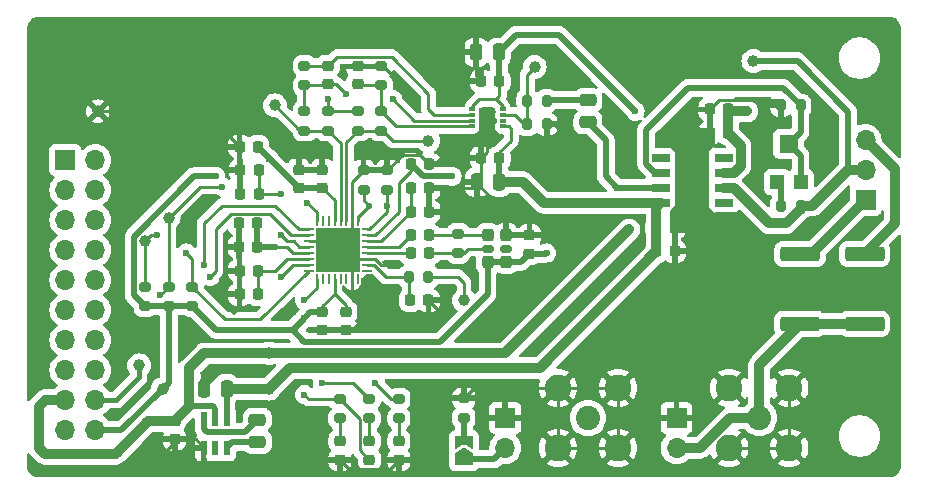
<source format=gbr>
%TF.GenerationSoftware,KiCad,Pcbnew,8.0.6*%
%TF.CreationDate,2024-12-30T16:19:14+01:00*%
%TF.ProjectId,pico-glitcher-v2.1-extension,7069636f-2d67-46c6-9974-636865722d76,rev?*%
%TF.SameCoordinates,PX3d09000PY6590fa0*%
%TF.FileFunction,Copper,L1,Top*%
%TF.FilePolarity,Positive*%
%FSLAX46Y46*%
G04 Gerber Fmt 4.6, Leading zero omitted, Abs format (unit mm)*
G04 Created by KiCad (PCBNEW 8.0.6) date 2024-12-30 16:19:14*
%MOMM*%
%LPD*%
G01*
G04 APERTURE LIST*
G04 Aperture macros list*
%AMRoundRect*
0 Rectangle with rounded corners*
0 $1 Rounding radius*
0 $2 $3 $4 $5 $6 $7 $8 $9 X,Y pos of 4 corners*
0 Add a 4 corners polygon primitive as box body*
4,1,4,$2,$3,$4,$5,$6,$7,$8,$9,$2,$3,0*
0 Add four circle primitives for the rounded corners*
1,1,$1+$1,$2,$3*
1,1,$1+$1,$4,$5*
1,1,$1+$1,$6,$7*
1,1,$1+$1,$8,$9*
0 Add four rect primitives between the rounded corners*
20,1,$1+$1,$2,$3,$4,$5,0*
20,1,$1+$1,$4,$5,$6,$7,0*
20,1,$1+$1,$6,$7,$8,$9,0*
20,1,$1+$1,$8,$9,$2,$3,0*%
%AMFreePoly0*
4,1,6,0.500000,-0.750000,-0.650000,-0.750000,-0.150000,0.000000,-0.650000,0.750000,0.500000,0.750000,0.500000,-0.750000,0.500000,-0.750000,$1*%
%AMFreePoly1*
4,1,6,1.000000,0.000000,0.500000,-0.750000,-0.500000,-0.750000,-0.500000,0.750000,0.500000,0.750000,1.000000,0.000000,1.000000,0.000000,$1*%
G04 Aperture macros list end*
%TA.AperFunction,SMDPad,CuDef*%
%ADD10RoundRect,0.218750X0.256250X-0.218750X0.256250X0.218750X-0.256250X0.218750X-0.256250X-0.218750X0*%
%TD*%
%TA.AperFunction,SMDPad,CuDef*%
%ADD11RoundRect,0.225000X0.250000X-0.225000X0.250000X0.225000X-0.250000X0.225000X-0.250000X-0.225000X0*%
%TD*%
%TA.AperFunction,SMDPad,CuDef*%
%ADD12RoundRect,0.225000X-0.225000X-0.250000X0.225000X-0.250000X0.225000X0.250000X-0.225000X0.250000X0*%
%TD*%
%TA.AperFunction,SMDPad,CuDef*%
%ADD13C,1.000000*%
%TD*%
%TA.AperFunction,ComponentPad*%
%ADD14O,1.700000X1.700000*%
%TD*%
%TA.AperFunction,ComponentPad*%
%ADD15R,1.700000X1.700000*%
%TD*%
%TA.AperFunction,SMDPad,CuDef*%
%ADD16R,3.759200X3.759200*%
%TD*%
%TA.AperFunction,SMDPad,CuDef*%
%ADD17R,0.254000X0.812800*%
%TD*%
%TA.AperFunction,SMDPad,CuDef*%
%ADD18R,0.812800X0.254000*%
%TD*%
%TA.AperFunction,SMDPad,CuDef*%
%ADD19RoundRect,0.200000X-0.275000X0.200000X-0.275000X-0.200000X0.275000X-0.200000X0.275000X0.200000X0*%
%TD*%
%TA.AperFunction,SMDPad,CuDef*%
%ADD20RoundRect,0.250000X-0.250000X-0.475000X0.250000X-0.475000X0.250000X0.475000X-0.250000X0.475000X0*%
%TD*%
%TA.AperFunction,SMDPad,CuDef*%
%ADD21R,1.200000X1.200000*%
%TD*%
%TA.AperFunction,SMDPad,CuDef*%
%ADD22R,1.600000X1.500000*%
%TD*%
%TA.AperFunction,ComponentPad*%
%ADD23C,2.250000*%
%TD*%
%TA.AperFunction,ComponentPad*%
%ADD24C,2.050000*%
%TD*%
%TA.AperFunction,SMDPad,CuDef*%
%ADD25RoundRect,0.200000X0.200000X0.275000X-0.200000X0.275000X-0.200000X-0.275000X0.200000X-0.275000X0*%
%TD*%
%TA.AperFunction,SMDPad,CuDef*%
%ADD26RoundRect,0.225000X0.225000X0.250000X-0.225000X0.250000X-0.225000X-0.250000X0.225000X-0.250000X0*%
%TD*%
%TA.AperFunction,SMDPad,CuDef*%
%ADD27RoundRect,0.250000X0.475000X-0.250000X0.475000X0.250000X-0.475000X0.250000X-0.475000X-0.250000X0*%
%TD*%
%TA.AperFunction,SMDPad,CuDef*%
%ADD28RoundRect,0.225000X-0.250000X0.225000X-0.250000X-0.225000X0.250000X-0.225000X0.250000X0.225000X0*%
%TD*%
%TA.AperFunction,SMDPad,CuDef*%
%ADD29RoundRect,0.250000X1.425000X-0.362500X1.425000X0.362500X-1.425000X0.362500X-1.425000X-0.362500X0*%
%TD*%
%TA.AperFunction,SMDPad,CuDef*%
%ADD30RoundRect,0.200000X0.275000X-0.200000X0.275000X0.200000X-0.275000X0.200000X-0.275000X-0.200000X0*%
%TD*%
%TA.AperFunction,SMDPad,CuDef*%
%ADD31RoundRect,0.200000X-0.200000X-0.275000X0.200000X-0.275000X0.200000X0.275000X-0.200000X0.275000X0*%
%TD*%
%TA.AperFunction,SMDPad,CuDef*%
%ADD32RoundRect,0.250000X0.250000X0.275000X-0.250000X0.275000X-0.250000X-0.275000X0.250000X-0.275000X0*%
%TD*%
%TA.AperFunction,SMDPad,CuDef*%
%ADD33RoundRect,0.162500X0.337500X0.162500X-0.337500X0.162500X-0.337500X-0.162500X0.337500X-0.162500X0*%
%TD*%
%TA.AperFunction,ComponentPad*%
%ADD34C,0.300000*%
%TD*%
%TA.AperFunction,SMDPad,CuDef*%
%ADD35R,2.950000X4.900000*%
%TD*%
%TA.AperFunction,SMDPad,CuDef*%
%ADD36RoundRect,0.015000X-0.760000X-0.285000X0.760000X-0.285000X0.760000X0.285000X-0.760000X0.285000X0*%
%TD*%
%TA.AperFunction,HeatsinkPad*%
%ADD37R,1.450000X1.740000*%
%TD*%
%TA.AperFunction,SMDPad,CuDef*%
%ADD38RoundRect,0.087500X-0.200000X-0.087500X0.200000X-0.087500X0.200000X0.087500X-0.200000X0.087500X0*%
%TD*%
%TA.AperFunction,SMDPad,CuDef*%
%ADD39RoundRect,0.218750X-0.256250X0.218750X-0.256250X-0.218750X0.256250X-0.218750X0.256250X0.218750X0*%
%TD*%
%TA.AperFunction,SMDPad,CuDef*%
%ADD40FreePoly0,90.000000*%
%TD*%
%TA.AperFunction,SMDPad,CuDef*%
%ADD41FreePoly1,90.000000*%
%TD*%
%TA.AperFunction,SMDPad,CuDef*%
%ADD42R,0.558800X1.270000*%
%TD*%
%TA.AperFunction,ViaPad*%
%ADD43C,0.600000*%
%TD*%
%TA.AperFunction,ViaPad*%
%ADD44C,0.500000*%
%TD*%
%TA.AperFunction,ViaPad*%
%ADD45C,0.700000*%
%TD*%
%TA.AperFunction,Conductor*%
%ADD46C,0.254000*%
%TD*%
%TA.AperFunction,Conductor*%
%ADD47C,0.818000*%
%TD*%
%TA.AperFunction,Conductor*%
%ADD48C,0.508000*%
%TD*%
%TA.AperFunction,Conductor*%
%ADD49C,0.409000*%
%TD*%
%TA.AperFunction,Conductor*%
%ADD50C,0.127000*%
%TD*%
G04 APERTURE END LIST*
D10*
%TO.P,D3,2,A*%
%TO.N,Net-(D3-A)*%
X32000000Y3575000D03*
%TO.P,D3,1,K*%
%TO.N,GND*%
X32000000Y2000000D03*
%TD*%
D11*
%TO.P,C15,2*%
%TO.N,+3V3*%
X25500000Y14500000D03*
%TO.P,C15,1*%
%TO.N,GND*%
X25500000Y12950000D03*
%TD*%
D12*
%TO.P,C30,2*%
%TO.N,-5V*%
X40500000Y27550000D03*
%TO.P,C30,1*%
%TO.N,GND*%
X38950000Y27550000D03*
%TD*%
D13*
%TO.P,TP8,1,1*%
%TO.N,-5V*%
X21000000Y8000000D03*
%TD*%
D11*
%TO.P,C29,2*%
%TO.N,+5V*%
X13000000Y5275000D03*
%TO.P,C29,1*%
%TO.N,GND*%
X13000000Y3725000D03*
%TD*%
D14*
%TO.P,J6,3,Pin_3*%
%TO.N,Net-(J6-Pin_3)*%
X71500000Y29080000D03*
%TO.P,J6,2,Pin_2*%
%TO.N,/AMPL_VOUT*%
X71500000Y26540000D03*
D15*
%TO.P,J6,1,Pin_1*%
%TO.N,Net-(J6-Pin_1)*%
X71500000Y24000000D03*
%TD*%
D16*
%TO.P,U1,33,EPAD*%
%TO.N,GND*%
X26801100Y19749999D03*
D17*
%TO.P,U1,32,\u002ATRIGGER*%
%TO.N,/TRIG*%
X25051101Y22201099D03*
%TO.P,U1,31,NC*%
%TO.N,unconnected-(U1-NC-Pad31)*%
X25551100Y22201099D03*
%TO.P,U1,30,NC*%
%TO.N,unconnected-(U1-NC-Pad30)*%
X26051099Y22201099D03*
%TO.P,U1,29,AVDD1*%
%TO.N,+3V3*%
X26551100Y22201099D03*
%TO.P,U1,28,IOUTN*%
%TO.N,/IOUTN*%
X27051100Y22201099D03*
%TO.P,U1,27,IOUTP*%
%TO.N,/IOUTP*%
X27551101Y22201099D03*
%TO.P,U1,26,AGND*%
%TO.N,GND*%
X28051100Y22201099D03*
%TO.P,U1,25,FSADJ*%
%TO.N,Net-(JP1-B)*%
X28551099Y22201099D03*
D18*
%TO.P,U1,24,CAL_SENSE*%
%TO.N,Net-(JP1-A)*%
X29252200Y21499998D03*
%TO.P,U1,23,CLKVDD*%
%TO.N,+3V3*%
X29252200Y20999999D03*
%TO.P,U1,22,CLDO*%
%TO.N,/CLKLDO*%
X29252200Y20500000D03*
%TO.P,U1,21,CLKP*%
%TO.N,Net-(U1-CLKP)*%
X29252200Y19999999D03*
%TO.P,U1,20,CLKN*%
%TO.N,Net-(U1-CLKN)*%
X29252200Y19499999D03*
%TO.P,U1,19,CLKGND*%
%TO.N,GND*%
X29252200Y18999998D03*
%TO.P,U1,18,REFIO*%
%TO.N,/REFIO*%
X29252200Y18499999D03*
%TO.P,U1,17,NC*%
%TO.N,unconnected-(U1-NC-Pad17)*%
X29252200Y18000000D03*
D17*
%TO.P,U1,16,NC*%
%TO.N,unconnected-(U1-NC-Pad16)*%
X28551099Y17298899D03*
%TO.P,U1,15,AGND*%
%TO.N,GND*%
X28051100Y17298899D03*
%TO.P,U1,14,NC*%
%TO.N,unconnected-(U1-NC-Pad14)*%
X27551101Y17298899D03*
%TO.P,U1,13,NC*%
%TO.N,unconnected-(U1-NC-Pad13)*%
X27051100Y17298899D03*
%TO.P,U1,12,AVDD2*%
%TO.N,+3V3*%
X26551100Y17298899D03*
%TO.P,U1,11,NC*%
%TO.N,unconnected-(U1-NC-Pad11)*%
X26051099Y17298899D03*
%TO.P,U1,10,NC*%
%TO.N,unconnected-(U1-NC-Pad10)*%
X25551100Y17298899D03*
%TO.P,U1,9,\u002ARESET*%
%TO.N,/RSTn*%
X25051101Y17298899D03*
D18*
%TO.P,U1,8,\u002ACS*%
%TO.N,/CSn*%
X24350000Y18000000D03*
%TO.P,U1,7,SDO/SDI2/DOUT*%
%TO.N,/MISO*%
X24350000Y18499999D03*
%TO.P,U1,6,DLDO1*%
%TO.N,/LDO1*%
X24350000Y18999998D03*
%TO.P,U1,5,DVDD*%
%TO.N,+3V3*%
X24350000Y19499999D03*
%TO.P,U1,4,DLDO2*%
%TO.N,/LDO2*%
X24350000Y19999999D03*
%TO.P,U1,3,DGND*%
%TO.N,GND*%
X24350000Y20500000D03*
%TO.P,U1,2,SDIO*%
%TO.N,/MOSI*%
X24350000Y20999999D03*
%TO.P,U1,1,SCLK*%
%TO.N,/SCK*%
X24350000Y21499998D03*
%TD*%
D13*
%TO.P,TP9,1,1*%
%TO.N,/IOUTP*%
X34500000Y29000000D03*
%TD*%
%TO.P,TP4,1,1*%
%TO.N,+5V*%
X21000000Y11000000D03*
%TD*%
D19*
%TO.P,R12,2*%
%TO.N,/IOUTN*%
X26000000Y29850000D03*
%TO.P,R12,1*%
%TO.N,Net-(JP2-B)*%
X26000000Y31500000D03*
%TD*%
D20*
%TO.P,C28,2*%
%TO.N,+5V*%
X40450000Y36500000D03*
%TO.P,C28,1*%
%TO.N,GND*%
X38550000Y36500000D03*
%TD*%
D12*
%TO.P,C27,2*%
%TO.N,+5V*%
X40500000Y34050000D03*
%TO.P,C27,1*%
%TO.N,GND*%
X38950000Y34050000D03*
%TD*%
D19*
%TO.P,R15,2*%
%TO.N,/+IN*%
X30500000Y33700000D03*
%TO.P,R15,1*%
%TO.N,GND*%
X30500000Y35350000D03*
%TD*%
D13*
%TO.P,TP7,1,1*%
%TO.N,/RSTn*%
X10500000Y20500000D03*
%TD*%
D14*
%TO.P,J4,2,Pin_2*%
%TO.N,/AMPL_VIN+*%
X41000000Y3000000D03*
D15*
%TO.P,J4,1,Pin_1*%
%TO.N,GND*%
X41000000Y5540000D03*
%TD*%
D21*
%TO.P,RV1,3,3*%
%TO.N,/AMPL_VIN-*%
X66000000Y25500000D03*
D22*
%TO.P,RV1,2,2*%
X65000000Y28750000D03*
D21*
%TO.P,RV1,1,1*%
%TO.N,Net-(R22-Pad2)*%
X64000000Y25500000D03*
%TD*%
D23*
%TO.P,J2,2,Ext*%
%TO.N,GND*%
X50540000Y3000000D03*
X50540000Y8080000D03*
X45460000Y3000000D03*
X45460000Y8080000D03*
D24*
%TO.P,J2,1,In*%
%TO.N,/AMPL_VIN+*%
X48000000Y5540000D03*
%TD*%
D25*
%TO.P,R6,2*%
%TO.N,/REFIO*%
X32850000Y17500000D03*
%TO.P,R6,1*%
%TO.N,Net-(R6-Pad1)*%
X34500000Y17500000D03*
%TD*%
D26*
%TO.P,C1,2*%
%TO.N,Net-(U1-CLKP)*%
X33000000Y21000000D03*
%TO.P,C1,1*%
%TO.N,Net-(X1-OUT+)*%
X34550000Y21000000D03*
%TD*%
%TO.P,C9,2*%
%TO.N,/CLKLDO*%
X33000000Y23000000D03*
%TO.P,C9,1*%
%TO.N,GND*%
X34550000Y23000000D03*
%TD*%
D27*
%TO.P,C32,2*%
%TO.N,Net-(C32-Pad2)*%
X48000000Y32450000D03*
%TO.P,C32,1*%
%TO.N,/AMPL_VIN+*%
X48000000Y30550000D03*
%TD*%
D28*
%TO.P,C26,2*%
%TO.N,/-IN*%
X26000000Y33800000D03*
%TO.P,C26,1*%
%TO.N,/FB*%
X26000000Y35350000D03*
%TD*%
D14*
%TO.P,J1,20,Pin_20*%
%TO.N,+3V3*%
X6290000Y4500000D03*
%TO.P,J1,19,Pin_19*%
%TO.N,GND*%
X3750000Y4500000D03*
%TO.P,J1,18,Pin_18*%
%TO.N,VCC*%
X6290000Y7040000D03*
%TO.P,J1,17,Pin_17*%
%TO.N,+5V*%
X3750000Y7040000D03*
%TO.P,J1,16,Pin_16*%
%TO.N,unconnected-(J1-Pin_16-Pad16)*%
X6290000Y9580000D03*
%TO.P,J1,15,Pin_15*%
%TO.N,unconnected-(J1-Pin_15-Pad15)*%
X3750000Y9580000D03*
%TO.P,J1,14,Pin_14*%
%TO.N,unconnected-(J1-Pin_14-Pad14)*%
X6290000Y12120000D03*
%TO.P,J1,13,Pin_13*%
%TO.N,unconnected-(J1-Pin_13-Pad13)*%
X3750000Y12120000D03*
%TO.P,J1,12,Pin_12*%
%TO.N,/MOSI*%
X6290000Y14660000D03*
%TO.P,J1,11,Pin_11*%
%TO.N,unconnected-(J1-Pin_11-Pad11)*%
X3750000Y14660000D03*
%TO.P,J1,10,Pin_10*%
%TO.N,/SCK*%
X6290000Y17200000D03*
%TO.P,J1,9,Pin_9*%
%TO.N,/TRIG*%
X3750000Y17200000D03*
%TO.P,J1,8,Pin_8*%
%TO.N,/CSn*%
X6290000Y19740000D03*
%TO.P,J1,7,Pin_7*%
%TO.N,/RSTn*%
X3750000Y19740000D03*
%TO.P,J1,6,Pin_6*%
%TO.N,/MISO*%
X6290000Y22280000D03*
%TO.P,J1,5,Pin_5*%
%TO.N,unconnected-(J1-Pin_5-Pad5)*%
X3750000Y22280000D03*
%TO.P,J1,4,Pin_4*%
%TO.N,unconnected-(J1-Pin_4-Pad4)*%
X6290000Y24820000D03*
%TO.P,J1,3,Pin_3*%
%TO.N,unconnected-(J1-Pin_3-Pad3)*%
X3750000Y24820000D03*
%TO.P,J1,2,Pin_2*%
%TO.N,unconnected-(J1-Pin_2-Pad2)*%
X6290000Y27360000D03*
D15*
%TO.P,J1,1,Pin_1*%
%TO.N,unconnected-(J1-Pin_1-Pad1)*%
X3750000Y27360000D03*
%TD*%
D29*
%TO.P,R20,2*%
%TO.N,Net-(J6-Pin_3)*%
X71420000Y19425000D03*
%TO.P,R20,1*%
%TO.N,/OUT*%
X71420000Y13500000D03*
%TD*%
D12*
%TO.P,C6,2*%
%TO.N,/LDO2*%
X20125000Y24500000D03*
%TO.P,C6,1*%
%TO.N,GND*%
X18575000Y24500000D03*
%TD*%
D13*
%TO.P,TP11,1,1*%
%TO.N,/INTERM*%
X43500000Y35250000D03*
%TD*%
D30*
%TO.P,R2,2*%
%TO.N,/TRIG*%
X12500000Y16650000D03*
%TO.P,R2,1*%
%TO.N,+3V3*%
X12500000Y15000000D03*
%TD*%
D25*
%TO.P,R17,2*%
%TO.N,/INTERM*%
X42850000Y30397500D03*
%TO.P,R17,1*%
%TO.N,GND*%
X44500000Y30397500D03*
%TD*%
D12*
%TO.P,C13,2*%
%TO.N,+3V3*%
X20000000Y22000000D03*
%TO.P,C13,1*%
%TO.N,GND*%
X18450000Y22000000D03*
%TD*%
D31*
%TO.P,R18,2*%
%TO.N,Net-(C32-Pad2)*%
X44500000Y32397500D03*
%TO.P,R18,1*%
%TO.N,/INTERM*%
X42850000Y32397500D03*
%TD*%
D13*
%TO.P,TP10,1,1*%
%TO.N,/IOUTN*%
X21500000Y32000000D03*
%TD*%
D26*
%TO.P,C2,2*%
%TO.N,Net-(U1-CLKN)*%
X33000000Y19500000D03*
%TO.P,C2,1*%
%TO.N,Net-(X1-OUT-)*%
X34550000Y19500000D03*
%TD*%
D12*
%TO.P,C7,2*%
%TO.N,/LDO2*%
X20125000Y26500000D03*
%TO.P,C7,1*%
%TO.N,GND*%
X18575000Y26500000D03*
%TD*%
D32*
%TO.P,X1,6,VDD*%
%TO.N,+3V3*%
X39500000Y18750000D03*
D33*
%TO.P,X1,5,OUT-*%
%TO.N,Net-(X1-OUT-)*%
X39500000Y19875000D03*
D32*
%TO.P,X1,4,OUT+*%
%TO.N,Net-(X1-OUT+)*%
X39500000Y21000000D03*
%TO.P,X1,3,GND*%
%TO.N,GND*%
X41100000Y21000000D03*
D33*
%TO.P,X1,2,NC*%
%TO.N,unconnected-(X1-NC-Pad2)*%
X41100000Y19875000D03*
D32*
%TO.P,X1,1,OE*%
%TO.N,+3V3*%
X41100000Y18750000D03*
%TD*%
D13*
%TO.P,TP3,1,1*%
%TO.N,+3V3*%
X12000000Y8000000D03*
%TD*%
D23*
%TO.P,J3,2,Ext*%
%TO.N,GND*%
X65040000Y3000000D03*
X65040000Y8080000D03*
X59960000Y3000000D03*
X59960000Y8080000D03*
D24*
%TO.P,J3,1,In*%
%TO.N,/OUT*%
X62500000Y5540000D03*
%TD*%
D34*
%TO.P,U4,9,POWER_PAD*%
%TO.N,GND*%
X57500000Y23700000D03*
X57500000Y25000000D03*
X57500000Y26300000D03*
X57500000Y27600000D03*
D35*
X56850000Y25650000D03*
D34*
X56200000Y23700000D03*
X56200000Y25000000D03*
X56200000Y26300000D03*
X56200000Y27600000D03*
D36*
%TO.P,U4,8*%
%TO.N,N/C*%
X59550000Y27555000D03*
%TO.P,U4,7,VS+*%
%TO.N,+5V*%
X59550000Y26285000D03*
%TO.P,U4,6,VOUT*%
%TO.N,/AMPL_VOUT*%
X59550000Y25015000D03*
%TO.P,U4,5*%
%TO.N,N/C*%
X59550000Y23745000D03*
%TO.P,U4,4,VS-*%
%TO.N,-5V*%
X54150000Y23745000D03*
%TO.P,U4,3,VIN+*%
%TO.N,/AMPL_VIN+*%
X54150000Y25015000D03*
%TO.P,U4,2,VIN-*%
%TO.N,/AMPL_VIN-*%
X54150000Y26285000D03*
%TO.P,U4,1*%
%TO.N,N/C*%
X54150000Y27555000D03*
%TD*%
D30*
%TO.P,R5,2*%
%TO.N,GND*%
X29000000Y26500000D03*
%TO.P,R5,1*%
%TO.N,Net-(JP1-B)*%
X29000000Y24850000D03*
%TD*%
D26*
%TO.P,C23,2*%
%TO.N,-5V*%
X53800000Y21650000D03*
%TO.P,C23,1*%
%TO.N,GND*%
X55350000Y21650000D03*
%TD*%
D13*
%TO.P,TP12,1,1*%
%TO.N,/AMPL_VOUT*%
X62000000Y35750000D03*
%TD*%
D37*
%TO.P,U3,9,EP*%
%TO.N,GND*%
X39485000Y30962500D03*
D38*
%TO.P,U3,8,+V_{S}*%
%TO.N,+5V*%
X40772500Y31712500D03*
%TO.P,U3,7*%
%TO.N,/INTERM*%
X40772500Y31212500D03*
%TO.P,U3,6*%
%TO.N,unconnected-(U3-Pad6)*%
X40772500Y30712500D03*
%TO.P,U3,5,-V_{S}*%
%TO.N,-5V*%
X40772500Y30212500D03*
%TO.P,U3,4,+*%
%TO.N,/+IN*%
X38197500Y30212500D03*
%TO.P,U3,3,-*%
%TO.N,/-IN*%
X38197500Y30712500D03*
%TO.P,U3,2,FB*%
%TO.N,/FB*%
X38197500Y31212500D03*
%TO.P,U3,1,~{PD}*%
%TO.N,+5V*%
X38197500Y31712500D03*
%TD*%
D30*
%TO.P,R11,2*%
%TO.N,Net-(JP2-B)*%
X28500000Y31500000D03*
%TO.P,R11,1*%
%TO.N,/IOUTP*%
X28500000Y29850000D03*
%TD*%
D20*
%TO.P,C31,2*%
%TO.N,-5V*%
X40500000Y25500000D03*
%TO.P,C31,1*%
%TO.N,GND*%
X38600000Y25500000D03*
%TD*%
D26*
%TO.P,C17,2*%
%TO.N,+3V3*%
X33000000Y27000000D03*
%TO.P,C17,1*%
%TO.N,GND*%
X34550000Y27000000D03*
%TD*%
D27*
%TO.P,C19,2*%
%TO.N,Net-(U2-CAP-)*%
X20000000Y5400000D03*
%TO.P,C19,1*%
%TO.N,Net-(U2-CAP+)*%
X20000000Y3500000D03*
%TD*%
D19*
%TO.P,R14,2*%
%TO.N,/IOUTN*%
X24000000Y29850000D03*
%TO.P,R14,1*%
%TO.N,/-IN*%
X24000000Y31500000D03*
%TD*%
D39*
%TO.P,D2,2,A*%
%TO.N,+3V3*%
X29500000Y2000000D03*
%TO.P,D2,1,K*%
%TO.N,Net-(D2-K)*%
X29500000Y3575000D03*
%TD*%
D19*
%TO.P,R13,2*%
%TO.N,/IOUTP*%
X30500000Y29850000D03*
%TO.P,R13,1*%
%TO.N,/+IN*%
X30500000Y31500000D03*
%TD*%
D13*
%TO.P,TP6,1,1*%
%TO.N,/TRIG*%
X12500000Y22500000D03*
%TD*%
D26*
%TO.P,C24,2*%
%TO.N,-5V*%
X53800000Y19650000D03*
%TO.P,C24,1*%
%TO.N,GND*%
X55350000Y19650000D03*
%TD*%
D13*
%TO.P,TP2,1,1*%
%TO.N,GND*%
X6500000Y31500000D03*
%TD*%
D19*
%TO.P,R21,2*%
%TO.N,Net-(JP3-B)*%
X37500000Y5540000D03*
%TO.P,R21,1*%
%TO.N,GND*%
X37500000Y7190000D03*
%TD*%
%TO.P,R8,2*%
%TO.N,Net-(D1-A)*%
X27000000Y5500000D03*
%TO.P,R8,1*%
%TO.N,+3V3*%
X27000000Y7150000D03*
%TD*%
D13*
%TO.P,TP1,1,1*%
%TO.N,Net-(R6-Pad1)*%
X37500000Y15500000D03*
%TD*%
D12*
%TO.P,C12,2*%
%TO.N,+3V3*%
X20000000Y20000000D03*
%TO.P,C12,1*%
%TO.N,GND*%
X18450000Y20000000D03*
%TD*%
D40*
%TO.P,JP3,2,B*%
%TO.N,Net-(JP3-B)*%
X37500000Y3490000D03*
D41*
%TO.P,JP3,1,A*%
%TO.N,/AMPL_VIN+*%
X37500000Y2040000D03*
%TD*%
D25*
%TO.P,R19,2*%
%TO.N,GND*%
X64350000Y32000000D03*
%TO.P,R19,1*%
%TO.N,/AMPL_VIN-*%
X66000000Y32000000D03*
%TD*%
D12*
%TO.P,C22,2*%
%TO.N,+5V*%
X59850000Y31650000D03*
%TO.P,C22,1*%
%TO.N,GND*%
X58300000Y31650000D03*
%TD*%
D19*
%TO.P,R10,2*%
%TO.N,Net-(D3-A)*%
X32000000Y5500000D03*
%TO.P,R10,1*%
%TO.N,/TRIG*%
X32000000Y7150000D03*
%TD*%
D30*
%TO.P,R1,2*%
%TO.N,/RSTn*%
X10500000Y16650000D03*
%TO.P,R1,1*%
%TO.N,+3V3*%
X10500000Y15000000D03*
%TD*%
%TO.P,R7,2*%
%TO.N,GND*%
X31000000Y26500000D03*
%TO.P,R7,1*%
%TO.N,Net-(JP1-A)*%
X31000000Y24850000D03*
%TD*%
D26*
%TO.P,C8,2*%
%TO.N,/REFIO*%
X32950000Y15500000D03*
%TO.P,C8,1*%
%TO.N,GND*%
X34500000Y15500000D03*
%TD*%
D30*
%TO.P,R3,2*%
%TO.N,/CSn*%
X14500000Y16650000D03*
%TO.P,R3,1*%
%TO.N,+3V3*%
X14500000Y15000000D03*
%TD*%
D28*
%TO.P,C18,2*%
%TO.N,+3V3*%
X25500000Y25000000D03*
%TO.P,C18,1*%
%TO.N,GND*%
X25500000Y26550000D03*
%TD*%
D12*
%TO.P,C16,2*%
%TO.N,+3V3*%
X20050000Y28500000D03*
%TO.P,C16,1*%
%TO.N,GND*%
X18500000Y28500000D03*
%TD*%
D11*
%TO.P,C14,2*%
%TO.N,+3V3*%
X27500000Y14500000D03*
%TO.P,C14,1*%
%TO.N,GND*%
X27500000Y12950000D03*
%TD*%
D14*
%TO.P,J5,2,Pin_2*%
%TO.N,/OUT*%
X55500000Y3000000D03*
D15*
%TO.P,J5,1,Pin_1*%
%TO.N,GND*%
X55500000Y5540000D03*
%TD*%
D12*
%TO.P,C21,2*%
%TO.N,+5V*%
X59850000Y29650000D03*
%TO.P,C21,1*%
%TO.N,GND*%
X58300000Y29650000D03*
%TD*%
D26*
%TO.P,C10,2*%
%TO.N,/CLKLDO*%
X33000000Y25000000D03*
%TO.P,C10,1*%
%TO.N,GND*%
X34550000Y25000000D03*
%TD*%
D28*
%TO.P,C25,2*%
%TO.N,/+IN*%
X28500000Y33800000D03*
%TO.P,C25,1*%
%TO.N,GND*%
X28500000Y35350000D03*
%TD*%
D20*
%TO.P,C20,2*%
%TO.N,-5V*%
X17400000Y8000000D03*
%TO.P,C20,1*%
%TO.N,GND*%
X15500000Y8000000D03*
%TD*%
D19*
%TO.P,R4,2*%
%TO.N,Net-(X1-OUT-)*%
X37000000Y19500000D03*
%TO.P,R4,1*%
%TO.N,Net-(X1-OUT+)*%
X37000000Y21150000D03*
%TD*%
D12*
%TO.P,C4,2*%
%TO.N,/LDO1*%
X20050000Y16000000D03*
%TO.P,C4,1*%
%TO.N,GND*%
X18500000Y16000000D03*
%TD*%
D29*
%TO.P,R23,2*%
%TO.N,Net-(J6-Pin_1)*%
X65957500Y19425000D03*
%TO.P,R23,1*%
%TO.N,/OUT*%
X65957500Y13500000D03*
%TD*%
D28*
%TO.P,C3,2*%
%TO.N,+3V3*%
X43050000Y19450000D03*
%TO.P,C3,1*%
%TO.N,GND*%
X43050000Y21000000D03*
%TD*%
D30*
%TO.P,R9,2*%
%TO.N,/RSTn*%
X29500000Y7150000D03*
%TO.P,R9,1*%
%TO.N,Net-(D2-K)*%
X29500000Y5500000D03*
%TD*%
D12*
%TO.P,C5,2*%
%TO.N,/LDO1*%
X20050000Y18000000D03*
%TO.P,C5,1*%
%TO.N,GND*%
X18500000Y18000000D03*
%TD*%
D25*
%TO.P,R22,2*%
%TO.N,Net-(R22-Pad2)*%
X64350000Y23500000D03*
%TO.P,R22,1*%
%TO.N,/AMPL_VOUT*%
X66000000Y23500000D03*
%TD*%
D28*
%TO.P,C11,2*%
%TO.N,+3V3*%
X23500000Y25000000D03*
%TO.P,C11,1*%
%TO.N,GND*%
X23500000Y26550000D03*
%TD*%
D13*
%TO.P,TP5,1,1*%
%TO.N,VCC*%
X10000000Y10000000D03*
%TD*%
D19*
%TO.P,R16,2*%
%TO.N,/-IN*%
X24000000Y33700000D03*
%TO.P,R16,1*%
%TO.N,/FB*%
X24000000Y35350000D03*
%TD*%
D10*
%TO.P,D1,2,A*%
%TO.N,Net-(D1-A)*%
X27000000Y3575000D03*
%TO.P,D1,1,K*%
%TO.N,GND*%
X27000000Y2000000D03*
%TD*%
D42*
%TO.P,U2,6,CAP+*%
%TO.N,Net-(U2-CAP+)*%
X17400002Y3000000D03*
%TO.P,U2,5,NC*%
%TO.N,unconnected-(U2-NC-Pad5)*%
X16450001Y3000000D03*
%TO.P,U2,4,GND*%
%TO.N,GND*%
X15500000Y3000000D03*
%TO.P,U2,3,CAP-*%
%TO.N,Net-(U2-CAP-)*%
X15500000Y5438400D03*
%TO.P,U2,2,IN*%
%TO.N,+5V*%
X16450001Y5438400D03*
%TO.P,U2,1,OUT*%
%TO.N,-5V*%
X17400002Y5438400D03*
%TD*%
D43*
%TO.N,GND*%
X57000000Y21000000D03*
X38000000Y18000000D03*
D44*
X18000000Y14500000D03*
D43*
X17500000Y29500000D03*
X57000000Y29000000D03*
X56000000Y29000000D03*
X55000000Y30000000D03*
X36000000Y28000000D03*
X58000000Y22000000D03*
X45750000Y35000000D03*
X57000000Y22000000D03*
X58000000Y21000000D03*
X46000000Y29500000D03*
X56000000Y30000000D03*
X37000000Y36500000D03*
X55000000Y29000000D03*
X57000000Y30000000D03*
X22250000Y14250000D03*
X59000000Y21000000D03*
X11500000Y2000000D03*
X59000000Y22000000D03*
X39485000Y29000000D03*
X50000000Y30250000D03*
X32000000Y34000000D03*
D45*
X16500000Y9500000D03*
D43*
X14000000Y12500000D03*
X25500000Y28000000D03*
X14500000Y23000000D03*
X29000000Y28000000D03*
X35500000Y14500000D03*
X31500000Y18500000D03*
D45*
%TO.N,+5V*%
X61500000Y31500000D03*
X51500000Y21500000D03*
D43*
X52000000Y31500000D03*
%TO.N,/TRIG*%
X11773000Y15923000D03*
X24250000Y23750000D03*
X17000000Y25127000D03*
X30000000Y8500000D03*
%TO.N,+3V3*%
X21000000Y27500000D03*
X36500000Y26000000D03*
X16500000Y26000000D03*
X24000000Y14000000D03*
X24000000Y7500000D03*
X21500000Y20000000D03*
X44500000Y19500000D03*
%TO.N,/CSn*%
X14000000Y19500000D03*
%TO.N,/MOSI*%
X16000000Y17500000D03*
%TO.N,/MISO*%
X22000000Y17500000D03*
%TO.N,/SCK*%
X15500000Y18500000D03*
%TO.N,/RSTn*%
X24000000Y15500000D03*
X25500000Y8500000D03*
X11500000Y21000000D03*
%TO.N,/LDO2*%
X22000000Y24500000D03*
X22000000Y21000000D03*
%TO.N,Net-(JP1-B)*%
X29500000Y23500000D03*
%TO.N,Net-(JP1-A)*%
X31000000Y23500000D03*
%TO.N,/-IN*%
X31500000Y32500000D03*
X27500000Y33000000D03*
%TO.N,Net-(JP2-B)*%
X26000000Y32500000D03*
%TO.N,/AMPL_VIN+*%
X50500000Y25000000D03*
%TD*%
D46*
%TO.N,GND*%
X38550000Y34450000D02*
X38950000Y34050000D01*
X29000000Y28000000D02*
X29000000Y26500000D01*
D47*
X57000000Y30000000D02*
X56000000Y30000000D01*
D46*
X28051100Y20999999D02*
X28051100Y22201099D01*
X13000000Y3725000D02*
X13000000Y3500000D01*
X26801100Y19749999D02*
X28051100Y20999999D01*
X37500000Y7190000D02*
X36190000Y7190000D01*
X50540000Y3000000D02*
X53000000Y5460000D01*
X11500000Y2000000D02*
X11750000Y2250000D01*
X26801100Y19749999D02*
X28051100Y18499999D01*
X38950000Y27550000D02*
X38950000Y26500000D01*
X26801100Y19749999D02*
X27551101Y18999998D01*
X50540000Y3000000D02*
X45460000Y3000000D01*
X34500000Y5500000D02*
X34500000Y3000000D01*
X29252200Y18999998D02*
X29939601Y18999998D01*
D47*
X55000000Y29000000D02*
X55400000Y29000000D01*
D46*
X34500000Y3000000D02*
X33500000Y2000000D01*
X38600000Y25400000D02*
X41100000Y22900000D01*
X18500000Y16000000D02*
X18500000Y18000000D01*
D47*
X57000000Y30000000D02*
X57000000Y29000000D01*
X58000000Y22000000D02*
X58000000Y21000000D01*
D46*
X57637717Y25650000D02*
X56850000Y25650000D01*
X18500000Y15000000D02*
X18000000Y14500000D01*
D47*
X56200000Y28200000D02*
X57000000Y29000000D01*
D46*
X18500000Y16000000D02*
X18500000Y15000000D01*
X30650000Y35350000D02*
X32000000Y34000000D01*
D47*
X55350000Y22850000D02*
X56200000Y23700000D01*
D46*
X38550000Y36500000D02*
X38550000Y34450000D01*
D47*
X57500000Y27600000D02*
X57500000Y28000000D01*
D46*
X50540000Y8080000D02*
X50540000Y3000000D01*
X31235500Y1235500D02*
X27764500Y1235500D01*
X29000000Y14000000D02*
X27950000Y12950000D01*
X13000000Y3500000D02*
X11500000Y2000000D01*
D47*
X56200000Y23700000D02*
X55975000Y23475000D01*
D46*
X45460000Y8080000D02*
X50540000Y8080000D01*
D47*
X59000000Y22000000D02*
X59000000Y21000000D01*
D46*
X29939601Y18999998D02*
X30439599Y18500000D01*
X55350000Y21650000D02*
X55350000Y19650000D01*
D47*
X57500000Y28850000D02*
X57500000Y25000000D01*
X55350000Y21650000D02*
X55350000Y22850000D01*
D46*
X30500000Y35350000D02*
X30650000Y35350000D01*
X28051100Y22201099D02*
X28051100Y25551100D01*
D47*
X57500000Y28000000D02*
X58300000Y28800000D01*
D46*
X18450000Y20000000D02*
X18450000Y18050000D01*
X31000000Y26500000D02*
X32302000Y27802000D01*
D47*
X57500000Y23700000D02*
X57500000Y22500000D01*
X57500000Y23500000D02*
X59000000Y22000000D01*
X58300000Y29650000D02*
X57350000Y29650000D01*
D46*
X31000000Y26500000D02*
X29000000Y26500000D01*
X41000000Y5540000D02*
X41000000Y8080000D01*
D47*
X56200000Y27800000D02*
X55000000Y29000000D01*
D46*
X34500000Y15500000D02*
X35500000Y14500000D01*
D47*
X56850000Y23150000D02*
X56850000Y25650000D01*
D46*
X56200000Y26300000D02*
X57500000Y26300000D01*
X56200000Y25000000D02*
X57500000Y25000000D01*
X39485000Y29000000D02*
X39485000Y28085000D01*
X28500000Y35350000D02*
X30500000Y35350000D01*
X28051100Y15948900D02*
X29000000Y15000000D01*
D47*
X56000000Y23900000D02*
X56200000Y23700000D01*
X57500000Y23700000D02*
X57500000Y23500000D01*
D46*
X28051100Y18499999D02*
X28051100Y17298899D01*
D47*
X59000000Y21000000D02*
X58000000Y21000000D01*
D46*
X27950000Y12950000D02*
X27500000Y12950000D01*
X35000000Y27000000D02*
X36000000Y28000000D01*
X32000000Y2000000D02*
X31235500Y1235500D01*
D47*
X57500000Y22500000D02*
X57000000Y22000000D01*
D46*
X38600000Y25500000D02*
X38600000Y25400000D01*
X58300000Y31650000D02*
X58300000Y29650000D01*
X28051100Y25551100D02*
X29000000Y26500000D01*
X36190000Y7190000D02*
X34500000Y5500000D01*
X6500000Y31500000D02*
X13500000Y31500000D01*
X29000000Y15000000D02*
X29000000Y14000000D01*
X38950000Y26500000D02*
X38950000Y25850000D01*
X18450000Y18050000D02*
X18500000Y18000000D01*
X18575000Y28425000D02*
X18500000Y28500000D01*
X33500000Y2000000D02*
X32000000Y2000000D01*
D47*
X57000000Y24200000D02*
X57500000Y23700000D01*
X55000000Y30000000D02*
X56000000Y30000000D01*
D46*
X32302000Y27802000D02*
X33748000Y27802000D01*
D47*
X55350000Y21650000D02*
X56650000Y21650000D01*
D46*
X41100000Y21000000D02*
X43050000Y21000000D01*
X26051099Y20500000D02*
X24350000Y20500000D01*
X44500000Y30397500D02*
X45102500Y30397500D01*
X41100000Y22900000D02*
X41100000Y21000000D01*
D47*
X57500000Y22500000D02*
X58000000Y22000000D01*
D46*
X56200000Y27600000D02*
X56200000Y23700000D01*
X56200000Y27600000D02*
X57500000Y27600000D01*
D47*
X55000000Y30000000D02*
X55000000Y29000000D01*
X55350000Y21650000D02*
X55975000Y22275000D01*
D46*
X13000000Y3725000D02*
X14775000Y3725000D01*
X53000000Y5500000D02*
X53040000Y5540000D01*
X38600000Y25500000D02*
X38100000Y25000000D01*
X15500000Y29500000D02*
X17500000Y29500000D01*
D47*
X56650000Y21650000D02*
X57000000Y22000000D01*
D46*
X18575000Y26500000D02*
X18575000Y28425000D01*
D47*
X58300000Y28800000D02*
X58300000Y29650000D01*
D46*
X57500000Y27600000D02*
X57500000Y23700000D01*
D47*
X56200000Y27600000D02*
X56200000Y27800000D01*
D46*
X45460000Y8080000D02*
X41000000Y8080000D01*
X65040000Y3000000D02*
X65040000Y8080000D01*
X39485000Y30962500D02*
X39485000Y29000000D01*
D47*
X55975000Y23475000D02*
X55975000Y22275000D01*
D46*
X59960000Y3000000D02*
X65040000Y3000000D01*
X34550000Y25000000D02*
X34550000Y23000000D01*
D47*
X58000000Y21000000D02*
X57000000Y21000000D01*
D46*
X45102500Y30397500D02*
X46000000Y29500000D01*
X45460000Y3000000D02*
X45460000Y8080000D01*
X18450000Y22000000D02*
X18450000Y20000000D01*
X23500000Y26550000D02*
X25500000Y26550000D01*
D47*
X57000000Y29000000D02*
X57000000Y24200000D01*
D46*
X14775000Y3725000D02*
X15500000Y3000000D01*
X41000000Y8080000D02*
X38390000Y8080000D01*
D47*
X15500000Y8000000D02*
X15500000Y8500000D01*
D46*
X13500000Y31500000D02*
X15500000Y29500000D01*
X38950000Y25850000D02*
X38600000Y25500000D01*
X39485000Y28085000D02*
X38950000Y27550000D01*
X27764500Y1235500D02*
X27000000Y2000000D01*
X53000000Y5460000D02*
X53000000Y5500000D01*
X30439599Y18500000D02*
X31500000Y18500000D01*
X38550000Y36500000D02*
X37000000Y36500000D01*
X33748000Y27802000D02*
X34550000Y27000000D01*
X55500000Y5540000D02*
X57420000Y5540000D01*
D47*
X56000000Y29000000D02*
X56000000Y30000000D01*
D46*
X17500000Y29500000D02*
X18500000Y28500000D01*
X57420000Y5540000D02*
X59960000Y8080000D01*
D47*
X56200000Y27600000D02*
X56200000Y28200000D01*
X57000000Y21000000D02*
X57000000Y22000000D01*
D46*
X63898000Y32452000D02*
X59102000Y32452000D01*
D47*
X58300000Y29650000D02*
X57500000Y28850000D01*
D46*
X26801100Y19749999D02*
X26051099Y20500000D01*
X53040000Y5540000D02*
X55500000Y5540000D01*
X38390000Y8080000D02*
X37500000Y7190000D01*
D47*
X57350000Y29650000D02*
X57000000Y30000000D01*
D46*
X28051100Y17298899D02*
X28051100Y15948900D01*
X27500000Y12950000D02*
X25500000Y12950000D01*
X56200000Y23700000D02*
X57500000Y23700000D01*
X38100000Y25000000D02*
X34550000Y25000000D01*
X18575000Y26500000D02*
X18575000Y24500000D01*
X64350000Y32000000D02*
X63898000Y32452000D01*
D47*
X57000000Y29000000D02*
X56000000Y29000000D01*
X55975000Y22275000D02*
X56850000Y23150000D01*
D46*
X27551101Y18999998D02*
X29252200Y18999998D01*
D47*
X55400000Y29000000D02*
X56200000Y28200000D01*
D46*
X59102000Y32452000D02*
X58300000Y31650000D01*
X34550000Y27000000D02*
X35000000Y27000000D01*
X25500000Y26550000D02*
X25500000Y28000000D01*
D47*
X56000000Y29000000D02*
X56000000Y23900000D01*
X15500000Y8500000D02*
X16500000Y9500000D01*
%TO.N,+5V*%
X60325000Y26285000D02*
X59550000Y26285000D01*
D46*
X39000000Y32500000D02*
X40196500Y32500000D01*
D47*
X61500000Y31500000D02*
X60000000Y31500000D01*
D48*
X40450000Y36500000D02*
X40450000Y34100000D01*
D47*
X21000000Y11000000D02*
X41000000Y11000000D01*
X59850000Y29650000D02*
X60934000Y28566000D01*
X15500000Y11000000D02*
X14252400Y9752400D01*
X21000000Y11000000D02*
X15500000Y11000000D01*
X14252400Y9752400D02*
X14252400Y6527400D01*
X59850000Y31650000D02*
X59850000Y29650000D01*
D46*
X40500000Y34050000D02*
X40500000Y32803500D01*
D47*
X41000000Y11000000D02*
X51500000Y21500000D01*
X13000000Y5275000D02*
X14252400Y6527400D01*
X1500000Y6500000D02*
X1500000Y3000000D01*
D48*
X45546000Y37954000D02*
X52000000Y31500000D01*
D47*
X3750000Y7040000D02*
X2040000Y7040000D01*
X10775000Y5275000D02*
X13000000Y5275000D01*
D48*
X16233400Y6527400D02*
X14252400Y6527400D01*
D46*
X40772500Y31924000D02*
X40772500Y31714500D01*
X40196500Y32500000D02*
X40772500Y31924000D01*
X38197500Y31924000D02*
X38197500Y31714500D01*
D48*
X16450001Y6310799D02*
X16233400Y6527400D01*
D47*
X60934000Y26894000D02*
X60325000Y26285000D01*
D48*
X16450001Y5438400D02*
X16450001Y6310799D01*
D46*
X40774500Y31714500D02*
X40772500Y31714500D01*
D48*
X40450000Y36500000D02*
X41904000Y37954000D01*
X40450000Y34100000D02*
X40500000Y34050000D01*
D47*
X2000000Y2500000D02*
X8000000Y2500000D01*
X1500000Y3000000D02*
X2000000Y2500000D01*
D46*
X40500000Y32803500D02*
X40196500Y32500000D01*
D47*
X60000000Y31500000D02*
X59850000Y31650000D01*
D46*
X39000000Y32500000D02*
X38773500Y32500000D01*
D47*
X60934000Y28566000D02*
X60934000Y26894000D01*
D46*
X38773500Y32500000D02*
X38197500Y31924000D01*
D48*
X41904000Y37954000D02*
X45546000Y37954000D01*
D47*
X2040000Y7040000D02*
X1500000Y6500000D01*
X8000000Y2500000D02*
X10775000Y5275000D01*
D46*
%TO.N,/TRIG*%
X32000000Y7150000D02*
X31350000Y7150000D01*
X24250000Y23750000D02*
X25051101Y22948899D01*
X25051101Y22948899D02*
X25051101Y22201099D01*
X12500000Y22500000D02*
X12500000Y16650000D01*
X12500000Y22500000D02*
X15127000Y25127000D01*
X12500000Y16650000D02*
X11773000Y15923000D01*
X15127000Y25127000D02*
X17000000Y25127000D01*
X31350000Y7150000D02*
X30000000Y8500000D01*
%TO.N,+3V3*%
X22500000Y20000000D02*
X23000001Y19499999D01*
X23500000Y25050000D02*
X23500000Y25000000D01*
D48*
X20050000Y28450000D02*
X23500000Y25000000D01*
X9546000Y15954000D02*
X10500000Y15000000D01*
X23750000Y13750000D02*
X24500000Y14500000D01*
X36500000Y26000000D02*
X34000000Y26000000D01*
X35500000Y12000000D02*
X24000000Y12000000D01*
X12500000Y15000000D02*
X14500000Y15000000D01*
X9546000Y20895160D02*
X9546000Y15954000D01*
X14500000Y15000000D02*
X16500000Y13000000D01*
X20000000Y20000000D02*
X20000000Y22000000D01*
D46*
X28698000Y2802000D02*
X29500000Y2000000D01*
X28698000Y5452000D02*
X28698000Y2802000D01*
X33000000Y27000000D02*
X33000000Y26424168D01*
D48*
X12500000Y8500000D02*
X12500000Y15000000D01*
D46*
X26551100Y16051100D02*
X26551100Y17298899D01*
X27000000Y7150000D02*
X28698000Y5452000D01*
X43100000Y19500000D02*
X43050000Y19450000D01*
D48*
X34000000Y26000000D02*
X33000000Y27000000D01*
X23750000Y13750000D02*
X24000000Y14000000D01*
D46*
X27000000Y7150000D02*
X24350000Y7150000D01*
D48*
X24500000Y14500000D02*
X25500000Y14500000D01*
D46*
X23000001Y19499999D02*
X24350000Y19499999D01*
D48*
X20050000Y28500000D02*
X20050000Y28450000D01*
X24000000Y12000000D02*
X23000000Y13000000D01*
D46*
X24350000Y7150000D02*
X24000000Y7500000D01*
X27500000Y14500000D02*
X27500000Y15102200D01*
X25500000Y15000000D02*
X26551100Y16051100D01*
D48*
X39500000Y18750000D02*
X39500000Y16000000D01*
X16500000Y13000000D02*
X23000000Y13000000D01*
X23000000Y13000000D02*
X23750000Y13750000D01*
D46*
X27500000Y15102200D02*
X26551100Y16051100D01*
D48*
X6290000Y4500000D02*
X8500000Y4500000D01*
D46*
X33000000Y26424168D02*
X32000000Y25424168D01*
D48*
X41100000Y18750000D02*
X42350000Y18750000D01*
D46*
X29999999Y20999999D02*
X29252200Y20999999D01*
D48*
X14650840Y26000000D02*
X9546000Y20895160D01*
D46*
X25500000Y14500000D02*
X25500000Y15000000D01*
D48*
X39500000Y16000000D02*
X35500000Y12000000D01*
X44450000Y19450000D02*
X44500000Y19500000D01*
D46*
X32000000Y23000000D02*
X29999999Y20999999D01*
D48*
X16500000Y26000000D02*
X14650840Y26000000D01*
D46*
X21500000Y20000000D02*
X22500000Y20000000D01*
D48*
X23500000Y25000000D02*
X25500000Y25000000D01*
X42350000Y18750000D02*
X43050000Y19450000D01*
D46*
X25500000Y25000000D02*
X26551100Y23948900D01*
D48*
X39500000Y18750000D02*
X41100000Y18750000D01*
X8500000Y4500000D02*
X12000000Y8000000D01*
X20000000Y20000000D02*
X21500000Y20000000D01*
D46*
X32000000Y25424168D02*
X32000000Y23000000D01*
D48*
X12000000Y8000000D02*
X12500000Y8500000D01*
X12500000Y15000000D02*
X10500000Y15000000D01*
X43050000Y19450000D02*
X44450000Y19450000D01*
D46*
X26551100Y23948900D02*
X26551100Y22201099D01*
%TO.N,/CSn*%
X24350000Y18000000D02*
X20228000Y13878000D01*
X14000000Y19500000D02*
X14500000Y19000000D01*
X20228000Y13878000D02*
X17272000Y13878000D01*
X14500000Y19000000D02*
X14500000Y16650000D01*
X17272000Y13878000D02*
X14500000Y16650000D01*
%TO.N,/MOSI*%
X22886713Y20999999D02*
X21084712Y22802000D01*
X17802000Y22802000D02*
X16500000Y21500000D01*
X24350000Y20999999D02*
X22886713Y20999999D01*
X16500000Y18000000D02*
X16000000Y17500000D01*
X21084712Y22802000D02*
X17802000Y22802000D01*
X16500000Y21500000D02*
X16500000Y18000000D01*
%TO.N,/MISO*%
X22999999Y18499999D02*
X22000000Y17500000D01*
X24350000Y18499999D02*
X22999999Y18499999D01*
D49*
%TO.N,VCC*%
X10000000Y9000000D02*
X8040000Y7040000D01*
X6290000Y7040000D02*
X8040000Y7040000D01*
X10000000Y10000000D02*
X10000000Y9000000D01*
D46*
%TO.N,/SCK*%
X21500000Y23500000D02*
X21000000Y23500000D01*
X21000000Y23500000D02*
X17000000Y23500000D01*
X15500000Y22000000D02*
X15500000Y18500000D01*
X24350000Y21499998D02*
X23500002Y21499998D01*
X17000000Y23500000D02*
X15500000Y22000000D01*
X23500002Y21499998D02*
X21500000Y23500000D01*
%TO.N,Net-(U1-CLKP)*%
X29252200Y19999999D02*
X31999999Y19999999D01*
X31999999Y19999999D02*
X33000000Y21000000D01*
%TO.N,Net-(X1-OUT+)*%
X36850000Y21000000D02*
X37000000Y21150000D01*
X37500000Y21000000D02*
X39500000Y21000000D01*
X34550000Y21000000D02*
X36850000Y21000000D01*
X37000000Y21150000D02*
X37350000Y21150000D01*
X37350000Y21150000D02*
X37500000Y21000000D01*
%TO.N,Net-(U1-CLKN)*%
X32999999Y19499999D02*
X33000000Y19500000D01*
X29252200Y19499999D02*
X32999999Y19499999D01*
%TO.N,Net-(X1-OUT-)*%
X37500000Y19500000D02*
X37875000Y19875000D01*
X37000000Y19500000D02*
X37500000Y19500000D01*
X37875000Y19875000D02*
X39500000Y19875000D01*
X34550000Y19500000D02*
X37000000Y19500000D01*
%TO.N,/RSTn*%
X28150000Y8500000D02*
X25500000Y8500000D01*
X10500000Y16650000D02*
X10500000Y20500000D01*
X11500000Y21000000D02*
X11000000Y21000000D01*
X11000000Y21000000D02*
X10500000Y20500000D01*
X29500000Y7150000D02*
X28150000Y8500000D01*
X25051101Y17298899D02*
X25051101Y16551101D01*
X25051101Y16551101D02*
X24000000Y15500000D01*
%TO.N,/LDO1*%
X22500000Y19000000D02*
X23000000Y19000000D01*
X21500000Y18000000D02*
X22500000Y19000000D01*
X20050000Y16000000D02*
X20050000Y18000000D01*
X20050000Y18000000D02*
X21500000Y18000000D01*
X23000000Y19000000D02*
X23000002Y18999998D01*
X23000002Y18999998D02*
X24350000Y18999998D01*
%TO.N,/LDO2*%
X20125000Y24500000D02*
X22000000Y24500000D01*
X22000000Y21000000D02*
X22500000Y20500000D01*
X23070599Y20500000D02*
X23570600Y19999999D01*
X23570600Y19999999D02*
X24350000Y19999999D01*
X22500000Y20500000D02*
X23070599Y20500000D01*
X20125000Y24500000D02*
X20125000Y26500000D01*
%TO.N,/REFIO*%
X32850000Y15600000D02*
X32950000Y15500000D01*
X32850000Y17500000D02*
X32850000Y15600000D01*
X30900783Y17500000D02*
X32850000Y17500000D01*
X29252200Y18499999D02*
X29900784Y18499999D01*
X29900784Y18499999D02*
X30900783Y17500000D01*
%TO.N,Net-(R6-Pad1)*%
X37000000Y17500000D02*
X34500000Y17500000D01*
X37500000Y17000000D02*
X37000000Y17500000D01*
X37500000Y15500000D02*
X37500000Y17000000D01*
%TO.N,/CLKLDO*%
X33000000Y25000000D02*
X33000000Y23000000D01*
X33000000Y23000000D02*
X30500000Y20500000D01*
X30500000Y20500000D02*
X29252200Y20500000D01*
%TO.N,Net-(D1-A)*%
X27000000Y5500000D02*
X27000000Y3575000D01*
%TO.N,Net-(D2-K)*%
X29500000Y5500000D02*
X29500000Y3575000D01*
%TO.N,Net-(JP1-B)*%
X28551099Y22201099D02*
X28551099Y22551099D01*
X29500000Y23500000D02*
X29000000Y24000000D01*
X28551099Y22551099D02*
X29500000Y23500000D01*
X29000000Y24000000D02*
X29000000Y24850000D01*
%TO.N,Net-(JP1-A)*%
X31000000Y24850000D02*
X31000000Y23500000D01*
X31000000Y23000000D02*
X29500000Y21500000D01*
X29500000Y21500000D02*
X29252202Y21500000D01*
X31000000Y23500000D02*
X31000000Y23000000D01*
X29252202Y21500000D02*
X29252200Y21499998D01*
%TO.N,Net-(D3-A)*%
X32000000Y5500000D02*
X32000000Y3575000D01*
D48*
%TO.N,Net-(U2-CAP-)*%
X18949400Y4349400D02*
X15716601Y4349400D01*
X15716601Y4349400D02*
X15500000Y4566001D01*
X15500000Y4566001D02*
X15500000Y5438400D01*
X20000000Y5400000D02*
X18949400Y4349400D01*
%TO.N,Net-(U2-CAP+)*%
X20000000Y3500000D02*
X17900002Y3500000D01*
X17900002Y3500000D02*
X17400002Y3000000D01*
D47*
%TO.N,-5V*%
X53800000Y19650000D02*
X53800000Y21650000D01*
X21000000Y8000000D02*
X22750000Y9750000D01*
X17400000Y8000000D02*
X21000000Y8000000D01*
X54150000Y23745000D02*
X44255000Y23745000D01*
D48*
X17400002Y7999998D02*
X17400000Y8000000D01*
D47*
X43900000Y9750000D02*
X53800000Y19650000D01*
D46*
X41500000Y30000000D02*
X41289500Y30210500D01*
D48*
X40500000Y25500000D02*
X40500000Y27550000D01*
D47*
X53800000Y23395000D02*
X54150000Y23745000D01*
X42500000Y25500000D02*
X40500000Y25500000D01*
D48*
X17400002Y5438400D02*
X17400002Y7999998D01*
D46*
X41500000Y29025000D02*
X41500000Y30000000D01*
D47*
X22750000Y9750000D02*
X43900000Y9750000D01*
X53800000Y21650000D02*
X53800000Y23395000D01*
X44255000Y23745000D02*
X42500000Y25500000D01*
D46*
X41289500Y30210500D02*
X40772500Y30210500D01*
X40500000Y27550000D02*
X40500000Y28025000D01*
X40500000Y28025000D02*
X41500000Y29025000D01*
%TO.N,/+IN*%
X37502000Y30210500D02*
X38197500Y30210500D01*
X37500000Y30212500D02*
X37502000Y30210500D01*
X37500000Y30212500D02*
X31787500Y30212500D01*
X30500000Y33700000D02*
X28600000Y33700000D01*
X31787500Y30212500D02*
X30500000Y31500000D01*
X30500000Y33700000D02*
X30500000Y31500000D01*
X28600000Y33700000D02*
X28500000Y33800000D01*
%TO.N,/-IN*%
X26700000Y33800000D02*
X27500000Y33000000D01*
X26000000Y33800000D02*
X26700000Y33800000D01*
X33287500Y30712500D02*
X38197500Y30712500D01*
X24000000Y31500000D02*
X24000000Y33700000D01*
X24000000Y33700000D02*
X25900000Y33700000D01*
X31500000Y32500000D02*
X33287500Y30712500D01*
D50*
X24000000Y33700000D02*
X24100000Y33800000D01*
D46*
X25900000Y33700000D02*
X26000000Y33800000D01*
%TO.N,/FB*%
X26000000Y35350000D02*
X26777000Y36127000D01*
X24000000Y35350000D02*
X26000000Y35350000D01*
X26777000Y36127000D02*
X31373000Y36127000D01*
X34500000Y31712500D02*
X35000000Y31212500D01*
X35000000Y31212500D02*
X38197500Y31212500D01*
X31373000Y36127000D02*
X34500000Y33000000D01*
X34500000Y33000000D02*
X34500000Y31712500D01*
%TO.N,Net-(JP2-B)*%
X26000000Y31500000D02*
X26000000Y32500000D01*
X28500000Y31500000D02*
X26000000Y31500000D01*
%TO.N,/IOUTP*%
X27551101Y22201099D02*
X27551101Y28901101D01*
X28500000Y29850000D02*
X30500000Y29850000D01*
X30650000Y29850000D02*
X31500000Y29000000D01*
X31500000Y29000000D02*
X34500000Y29000000D01*
X30500000Y29850000D02*
X30650000Y29850000D01*
X27551101Y28901101D02*
X28500000Y29850000D01*
%TO.N,/IOUTN*%
X26000000Y29850000D02*
X24000000Y29850000D01*
X24000000Y29850000D02*
X23650000Y29850000D01*
X23650000Y29850000D02*
X21500000Y32000000D01*
X27051100Y28798900D02*
X26000000Y29850000D01*
X27051100Y22201099D02*
X27051100Y28798900D01*
%TO.N,/INTERM*%
X42850000Y34600000D02*
X43500000Y35250000D01*
X42850000Y32397500D02*
X42850000Y34600000D01*
X42850000Y30397500D02*
X42602500Y30397500D01*
X41787500Y31212500D02*
X40772500Y31212500D01*
X42850000Y32397500D02*
X42850000Y30397500D01*
X42602500Y30397500D02*
X41787500Y31212500D01*
D47*
%TO.N,/OUT*%
X71420000Y13500000D02*
X65957500Y13500000D01*
X62500000Y10042500D02*
X62500000Y5540000D01*
X62500000Y5540000D02*
X60047753Y5540000D01*
X65957500Y13500000D02*
X62500000Y10042500D01*
X57507753Y3000000D02*
X55500000Y3000000D01*
X60047753Y5540000D02*
X57507753Y3000000D01*
D48*
%TO.N,Net-(C32-Pad2)*%
X44552500Y32450000D02*
X44500000Y32397500D01*
X48000000Y32450000D02*
X44552500Y32450000D01*
%TO.N,Net-(JP3-B)*%
X37500000Y5540000D02*
X37500000Y3498903D01*
D47*
%TO.N,Net-(J6-Pin_3)*%
X74000000Y26580000D02*
X71500000Y29080000D01*
X74000000Y22005000D02*
X74000000Y26580000D01*
X71420000Y19425000D02*
X74000000Y22005000D01*
D48*
%TO.N,Net-(R22-Pad2)*%
X64350000Y25150000D02*
X64000000Y25500000D01*
X64350000Y23500000D02*
X64350000Y25150000D01*
D47*
%TO.N,Net-(J6-Pin_1)*%
X66925000Y19425000D02*
X71500000Y24000000D01*
X65957500Y19425000D02*
X66925000Y19425000D01*
D48*
%TO.N,/AMPL_VIN+*%
X50515000Y25015000D02*
X50500000Y25000000D01*
X54150000Y25015000D02*
X50515000Y25015000D01*
X49500000Y29050000D02*
X48000000Y30550000D01*
X40040000Y2040000D02*
X37500000Y2040000D01*
X50500000Y25000000D02*
X49500000Y26000000D01*
X49500000Y26000000D02*
X49500000Y29050000D01*
X41000000Y3000000D02*
X40040000Y2040000D01*
%TO.N,/AMPL_VIN-*%
X52921000Y29921000D02*
X52921000Y27075318D01*
X66000000Y29750000D02*
X65000000Y28750000D01*
X56500000Y33500000D02*
X52921000Y29921000D01*
X66000000Y32000000D02*
X66000000Y29750000D01*
X66000000Y27750000D02*
X65000000Y28750000D01*
X53711318Y26285000D02*
X54150000Y26285000D01*
X66000000Y25500000D02*
X66000000Y27750000D01*
X66000000Y32000000D02*
X64500000Y33500000D01*
X64500000Y33500000D02*
X56500000Y33500000D01*
X52921000Y27075318D02*
X53711318Y26285000D01*
D47*
%TO.N,/AMPL_VOUT*%
X63340000Y22000000D02*
X64750000Y22000000D01*
X66000000Y23250000D02*
X66000000Y23500000D01*
X64750000Y22000000D02*
X66000000Y23250000D01*
X60325000Y25015000D02*
X63340000Y22000000D01*
X59550000Y25015000D02*
X60325000Y25015000D01*
D48*
X70040000Y31460000D02*
X70040000Y26540000D01*
X70040000Y31460000D02*
X65750000Y35750000D01*
D47*
X70040000Y26540000D02*
X71500000Y26540000D01*
D48*
X65750000Y35750000D02*
X62000000Y35750000D01*
D47*
X66000000Y23500000D02*
X67000000Y23500000D01*
X67000000Y23500000D02*
X70040000Y26540000D01*
%TD*%
%TA.AperFunction,Conductor*%
%TO.N,GND*%
G36*
X61275464Y7118089D02*
G01*
X61275466Y7118089D01*
X61278713Y7121890D01*
X61278718Y7121896D01*
X61360772Y7255796D01*
X61412584Y7302671D01*
X61481514Y7314094D01*
X61545677Y7286437D01*
X61584702Y7228481D01*
X61590500Y7191006D01*
X61590500Y6826545D01*
X61570815Y6759506D01*
X61547032Y6732255D01*
X61417973Y6622027D01*
X61307746Y6492968D01*
X61249239Y6454775D01*
X61213456Y6449500D01*
X60848994Y6449500D01*
X60781955Y6469185D01*
X60736200Y6521989D01*
X60726256Y6591147D01*
X60755281Y6654703D01*
X60784204Y6679228D01*
X60918104Y6761282D01*
X60918110Y6761287D01*
X60921911Y6764534D01*
X60921911Y6764536D01*
X60360562Y7325886D01*
X60362626Y7326740D01*
X60501844Y7419762D01*
X60620238Y7538156D01*
X60713260Y7677374D01*
X60714114Y7679439D01*
X61275464Y7118089D01*
G37*
%TD.AperFunction*%
%TA.AperFunction,Conductor*%
G36*
X57694553Y32725815D02*
G01*
X57740308Y32673011D01*
X57750252Y32603853D01*
X57721227Y32540297D01*
X57692611Y32515962D01*
X57622271Y32472576D01*
X57622267Y32472573D01*
X57502427Y32352733D01*
X57502424Y32352729D01*
X57413457Y32208493D01*
X57413452Y32208482D01*
X57360144Y32047607D01*
X57350000Y31948323D01*
X57350000Y31900000D01*
X58426000Y31900000D01*
X58493039Y31880315D01*
X58538794Y31827511D01*
X58550000Y31776000D01*
X58550000Y29524000D01*
X58530315Y29456961D01*
X58477511Y29411206D01*
X58426000Y29400000D01*
X57350001Y29400000D01*
X57350001Y29351678D01*
X57360144Y29252393D01*
X57413452Y29091519D01*
X57413457Y29091508D01*
X57502424Y28947272D01*
X57502427Y28947268D01*
X57622267Y28827428D01*
X57627935Y28822946D01*
X57626455Y28821076D01*
X57665567Y28777596D01*
X57676792Y28708634D01*
X57648952Y28644551D01*
X57590885Y28605692D01*
X57553748Y28600000D01*
X57100000Y28600000D01*
X57100000Y22700000D01*
X58372828Y22700000D01*
X58372844Y22700001D01*
X58432372Y22706402D01*
X58432379Y22706404D01*
X58567086Y22756646D01*
X58567093Y22756650D01*
X58682185Y22842809D01*
X58682190Y22842814D01*
X58721116Y22894811D01*
X58777050Y22936682D01*
X58820383Y22944500D01*
X60350363Y22944500D01*
X60391781Y22949474D01*
X60433200Y22954448D01*
X60565027Y23006434D01*
X60677941Y23092059D01*
X60714397Y23140134D01*
X60770587Y23181658D01*
X60840308Y23186211D01*
X60900882Y23152891D01*
X62630419Y21423354D01*
X62630448Y21423323D01*
X62760223Y21293548D01*
X62760227Y21293545D01*
X62883939Y21210883D01*
X62909190Y21194011D01*
X63074708Y21125451D01*
X63074712Y21125451D01*
X63074713Y21125450D01*
X63250419Y21090499D01*
X63250422Y21090499D01*
X63435692Y21090499D01*
X63435712Y21090500D01*
X64654288Y21090500D01*
X64654308Y21090499D01*
X64660422Y21090499D01*
X64839580Y21090499D01*
X64963978Y21115244D01*
X65015292Y21125451D01*
X65180810Y21194011D01*
X65206061Y21210883D01*
X65329773Y21293545D01*
X65456455Y21420227D01*
X65456456Y21420229D01*
X65463522Y21427295D01*
X65463525Y21427299D01*
X66572704Y22536478D01*
X66572711Y22536484D01*
X66579771Y22543545D01*
X66579773Y22543545D01*
X66590409Y22554181D01*
X66651732Y22587666D01*
X66678090Y22590500D01*
X66904288Y22590500D01*
X66904308Y22590499D01*
X66910422Y22590499D01*
X67089580Y22590499D01*
X67207792Y22614014D01*
X67265292Y22625451D01*
X67430810Y22694011D01*
X67442250Y22701655D01*
X67579773Y22793545D01*
X67706455Y22920227D01*
X67706455Y22920229D01*
X67716663Y22930436D01*
X67716664Y22930439D01*
X69998041Y25211815D01*
X70059361Y25245297D01*
X70129053Y25240313D01*
X70184986Y25198441D01*
X70209403Y25132977D01*
X70201901Y25080799D01*
X70155909Y24957486D01*
X70155908Y24957484D01*
X70149501Y24897884D01*
X70149500Y24897865D01*
X70149500Y23987090D01*
X70129815Y23920051D01*
X70113181Y23899409D01*
X66788090Y20574319D01*
X66726767Y20540834D01*
X66700409Y20538000D01*
X64482498Y20538000D01*
X64482481Y20537999D01*
X64379703Y20527500D01*
X64379700Y20527499D01*
X64213168Y20472315D01*
X64213163Y20472313D01*
X64063842Y20380211D01*
X63939789Y20256158D01*
X63847687Y20106837D01*
X63847685Y20106832D01*
X63828060Y20047608D01*
X63792501Y19940297D01*
X63792501Y19940296D01*
X63792500Y19940296D01*
X63782000Y19837517D01*
X63782000Y19012499D01*
X63782001Y19012481D01*
X63792500Y18909704D01*
X63792501Y18909701D01*
X63847685Y18743169D01*
X63847687Y18743164D01*
X63873384Y18701502D01*
X63939788Y18593844D01*
X64063844Y18469788D01*
X64213166Y18377686D01*
X64379703Y18322501D01*
X64482491Y18312000D01*
X67432508Y18312001D01*
X67535297Y18322501D01*
X67701834Y18377686D01*
X67851156Y18469788D01*
X67975212Y18593844D01*
X68067314Y18743166D01*
X68122499Y18909703D01*
X68133000Y19012491D01*
X68132999Y19295413D01*
X68152683Y19362451D01*
X68169313Y19383088D01*
X71399408Y22613182D01*
X71460731Y22646667D01*
X71487089Y22649501D01*
X72397871Y22649501D01*
X72397872Y22649501D01*
X72457483Y22655909D01*
X72592331Y22706204D01*
X72707546Y22792454D01*
X72793796Y22907669D01*
X72844091Y23042517D01*
X72844092Y23042528D01*
X72845822Y23049845D01*
X72880394Y23110562D01*
X72942303Y23142950D01*
X73011895Y23136726D01*
X73067074Y23093865D01*
X73090322Y23027977D01*
X73090500Y23021334D01*
X73090500Y22433090D01*
X73070815Y22366051D01*
X73054181Y22345409D01*
X71283090Y20574319D01*
X71221767Y20540834D01*
X71195409Y20538000D01*
X69944998Y20538000D01*
X69944981Y20537999D01*
X69842203Y20527500D01*
X69842200Y20527499D01*
X69675668Y20472315D01*
X69675663Y20472313D01*
X69526342Y20380211D01*
X69402289Y20256158D01*
X69310187Y20106837D01*
X69310185Y20106832D01*
X69290560Y20047608D01*
X69255001Y19940297D01*
X69255001Y19940296D01*
X69255000Y19940296D01*
X69244500Y19837517D01*
X69244500Y19012499D01*
X69244501Y19012481D01*
X69255000Y18909704D01*
X69255001Y18909701D01*
X69310185Y18743169D01*
X69310187Y18743164D01*
X69335884Y18701502D01*
X69402288Y18593844D01*
X69526344Y18469788D01*
X69675666Y18377686D01*
X69842203Y18322501D01*
X69944991Y18312000D01*
X72895008Y18312001D01*
X72997797Y18322501D01*
X73164334Y18377686D01*
X73313656Y18469788D01*
X73437712Y18593844D01*
X73529814Y18743166D01*
X73584999Y18909703D01*
X73595500Y19012491D01*
X73595499Y19837508D01*
X73586693Y19923709D01*
X73584999Y19940297D01*
X73584998Y19940300D01*
X73571686Y19980473D01*
X73529814Y20106834D01*
X73527208Y20111059D01*
X73508766Y20178451D01*
X73529687Y20245115D01*
X73545059Y20263834D01*
X74287820Y21006594D01*
X74349142Y21040078D01*
X74418834Y21035094D01*
X74474767Y20993222D01*
X74499184Y20927758D01*
X74499500Y20918912D01*
X74499500Y1505414D01*
X74499028Y1494606D01*
X74485260Y1337247D01*
X74481507Y1315962D01*
X74442030Y1168631D01*
X74434637Y1148319D01*
X74370177Y1010085D01*
X74359370Y991367D01*
X74271880Y866418D01*
X74257986Y849860D01*
X74150140Y742014D01*
X74133582Y728120D01*
X74008633Y640630D01*
X73989915Y629823D01*
X73851681Y565363D01*
X73831369Y557970D01*
X73684038Y518493D01*
X73662753Y514740D01*
X73505395Y500972D01*
X73494587Y500500D01*
X1505413Y500500D01*
X1494605Y500972D01*
X1337246Y514740D01*
X1315961Y518493D01*
X1168630Y557970D01*
X1148318Y565363D01*
X1010084Y629823D01*
X991366Y640630D01*
X866417Y728120D01*
X849859Y742014D01*
X742013Y849860D01*
X728119Y866418D01*
X640629Y991367D01*
X629822Y1010085D01*
X565362Y1148319D01*
X557969Y1168631D01*
X546022Y1213219D01*
X518491Y1315965D01*
X514739Y1337248D01*
X514668Y1338054D01*
X504530Y1453942D01*
X500972Y1494607D01*
X500500Y1505414D01*
X500500Y2450027D01*
X520185Y2517066D01*
X572989Y2562821D01*
X642147Y2572765D01*
X705703Y2543740D01*
X727602Y2518917D01*
X793541Y2420232D01*
X793547Y2420224D01*
X924546Y2289225D01*
X924568Y2289205D01*
X1290419Y1923354D01*
X1290448Y1923323D01*
X1420226Y1793545D01*
X1510351Y1733326D01*
X1569190Y1694011D01*
X1569192Y1694010D01*
X1569196Y1694008D01*
X1734704Y1625453D01*
X1734709Y1625451D01*
X1734713Y1625451D01*
X1734714Y1625450D01*
X1910419Y1590499D01*
X1910422Y1590499D01*
X2095692Y1590499D01*
X2095712Y1590500D01*
X7904288Y1590500D01*
X7904308Y1590499D01*
X7910422Y1590499D01*
X8089580Y1590499D01*
X8207792Y1614014D01*
X8265292Y1625451D01*
X8430810Y1694011D01*
X8489649Y1733326D01*
X8489682Y1733348D01*
X26025001Y1733348D01*
X26035056Y1634917D01*
X26087906Y1475428D01*
X26087908Y1475423D01*
X26176114Y1332420D01*
X26294919Y1213615D01*
X26437922Y1125409D01*
X26437927Y1125407D01*
X26597416Y1072558D01*
X26695855Y1062501D01*
X27250000Y1062501D01*
X27304136Y1062501D01*
X27304152Y1062502D01*
X27402583Y1072557D01*
X27562072Y1125407D01*
X27562077Y1125409D01*
X27705080Y1213615D01*
X27823885Y1332420D01*
X27912091Y1475423D01*
X27912093Y1475428D01*
X27964942Y1634917D01*
X27974999Y1733350D01*
X27975000Y1733363D01*
X27975000Y1750000D01*
X27250000Y1750000D01*
X27250000Y1062501D01*
X26695855Y1062501D01*
X26749999Y1062502D01*
X26750000Y1062502D01*
X26750000Y1750000D01*
X26025001Y1750000D01*
X26025001Y1733348D01*
X8489682Y1733348D01*
X8579773Y1793545D01*
X8706455Y1920227D01*
X8706456Y1920229D01*
X8713522Y1927295D01*
X8713524Y1927299D01*
X9103381Y2317156D01*
X14720600Y2317156D01*
X14727001Y2257628D01*
X14727003Y2257621D01*
X14777245Y2122914D01*
X14777249Y2122907D01*
X14863409Y2007813D01*
X14863412Y2007810D01*
X14978506Y1921650D01*
X14978513Y1921646D01*
X15113220Y1871404D01*
X15113227Y1871402D01*
X15172755Y1865001D01*
X15172772Y1865000D01*
X15250000Y1865000D01*
X15250000Y2750000D01*
X14720600Y2750000D01*
X14720600Y2317156D01*
X9103381Y2317156D01*
X10237904Y3451678D01*
X12025001Y3451678D01*
X12035144Y3352393D01*
X12088452Y3191519D01*
X12088457Y3191508D01*
X12177424Y3047272D01*
X12177427Y3047268D01*
X12297267Y2927428D01*
X12297271Y2927425D01*
X12441507Y2838458D01*
X12441518Y2838453D01*
X12602393Y2785145D01*
X12701683Y2775001D01*
X13250000Y2775001D01*
X13298308Y2775001D01*
X13298322Y2775002D01*
X13397607Y2785145D01*
X13558481Y2838453D01*
X13558492Y2838458D01*
X13702728Y2927425D01*
X13702732Y2927428D01*
X13822572Y3047268D01*
X13822575Y3047272D01*
X13911542Y3191508D01*
X13911547Y3191519D01*
X13964855Y3352394D01*
X13974999Y3451678D01*
X13975000Y3451691D01*
X13975000Y3475000D01*
X13250000Y3475000D01*
X13250000Y2775001D01*
X12701683Y2775001D01*
X12749999Y2775002D01*
X12750000Y2775002D01*
X12750000Y3475000D01*
X12025001Y3475000D01*
X12025001Y3451678D01*
X10237904Y3451678D01*
X11115408Y4329181D01*
X11176731Y4362666D01*
X11203089Y4365500D01*
X11952195Y4365500D01*
X12019234Y4345815D01*
X12064989Y4293011D01*
X12074933Y4223853D01*
X12069901Y4202496D01*
X12035144Y4097607D01*
X12025000Y3998323D01*
X12025000Y3975000D01*
X13974999Y3975000D01*
X13974999Y3998308D01*
X13974998Y3998323D01*
X13964855Y4097608D01*
X13911547Y4258482D01*
X13911542Y4258493D01*
X13822575Y4402729D01*
X13822572Y4402733D01*
X13813339Y4411966D01*
X13779854Y4473289D01*
X13784838Y4542981D01*
X13813343Y4587332D01*
X13822968Y4596956D01*
X13912003Y4741303D01*
X13965349Y4902292D01*
X13966762Y4916133D01*
X13993154Y4980822D01*
X14002430Y4991205D01*
X14508421Y5497196D01*
X14569742Y5530679D01*
X14639434Y5525695D01*
X14695367Y5483823D01*
X14719784Y5418359D01*
X14720100Y5409513D01*
X14720100Y4755530D01*
X14720101Y4755524D01*
X14726509Y4695915D01*
X14737680Y4665965D01*
X14745499Y4622631D01*
X14745499Y4491687D01*
X14767494Y4381116D01*
X14767494Y4381115D01*
X14774197Y4347415D01*
X14774495Y4345921D01*
X14787109Y4315467D01*
X14789660Y4309310D01*
X14789660Y4309309D01*
X14831368Y4208614D01*
X14831370Y4208611D01*
X14874353Y4144282D01*
X14895231Y4077605D01*
X14876746Y4010225D01*
X14868329Y3999585D01*
X14868725Y3999288D01*
X14777249Y3877094D01*
X14777245Y3877087D01*
X14727003Y3742380D01*
X14727001Y3742373D01*
X14720600Y3682845D01*
X14720600Y3250000D01*
X15546101Y3250000D01*
X15613140Y3230315D01*
X15658895Y3177511D01*
X15670101Y3126000D01*
X15670101Y2317130D01*
X15670102Y2317124D01*
X15676509Y2257517D01*
X15726803Y2122671D01*
X15731054Y2114888D01*
X15729293Y2113927D01*
X15749684Y2059261D01*
X15750000Y2050413D01*
X15750000Y1865000D01*
X15827228Y1865000D01*
X15827244Y1865001D01*
X15886772Y1871402D01*
X15930948Y1887879D01*
X16000640Y1892865D01*
X16017619Y1887879D01*
X16063112Y1870911D01*
X16063118Y1870909D01*
X16122728Y1864500D01*
X16777273Y1864501D01*
X16836884Y1870909D01*
X16881666Y1887613D01*
X16951358Y1892597D01*
X16968336Y1887612D01*
X17013113Y1870911D01*
X17013119Y1870909D01*
X17072729Y1864500D01*
X17727274Y1864501D01*
X17786885Y1870909D01*
X17921733Y1921204D01*
X18036948Y2007454D01*
X18123198Y2122669D01*
X18173493Y2257517D01*
X18179902Y2317127D01*
X18179901Y2621501D01*
X18199585Y2688539D01*
X18252389Y2734294D01*
X18303901Y2745500D01*
X18916770Y2745500D01*
X18983809Y2725815D01*
X19004451Y2709181D01*
X19056344Y2657288D01*
X19205666Y2565186D01*
X19372203Y2510001D01*
X19474991Y2499500D01*
X20525008Y2499501D01*
X20525016Y2499502D01*
X20525019Y2499502D01*
X20581302Y2505252D01*
X20627797Y2510001D01*
X20794334Y2565186D01*
X20943656Y2657288D01*
X21067712Y2781344D01*
X21159814Y2930666D01*
X21214999Y3097203D01*
X21225500Y3199991D01*
X21225499Y3800008D01*
X21214999Y3902797D01*
X21159814Y4069334D01*
X21067712Y4218656D01*
X20943656Y4342712D01*
X20940819Y4344462D01*
X20939283Y4346170D01*
X20937989Y4347193D01*
X20938163Y4347415D01*
X20894096Y4396406D01*
X20882872Y4465368D01*
X20910713Y4529451D01*
X20940817Y4555538D01*
X20943656Y4557288D01*
X21067712Y4681344D01*
X21159814Y4830666D01*
X21214999Y4997203D01*
X21225500Y5099991D01*
X21225499Y5700008D01*
X21224995Y5704937D01*
X21214999Y5802797D01*
X21214998Y5802800D01*
X21197849Y5854551D01*
X21159814Y5969334D01*
X21067712Y6118656D01*
X20943656Y6242712D01*
X20850888Y6299931D01*
X20794336Y6334813D01*
X20794331Y6334815D01*
X20792862Y6335302D01*
X20627797Y6389999D01*
X20627795Y6390000D01*
X20525010Y6400500D01*
X19474998Y6400500D01*
X19474980Y6400499D01*
X19372203Y6390000D01*
X19372200Y6389999D01*
X19205668Y6334815D01*
X19205663Y6334813D01*
X19056342Y6242711D01*
X18932289Y6118658D01*
X18840187Y5969337D01*
X18840186Y5969334D01*
X18785001Y5802797D01*
X18785001Y5802796D01*
X18785000Y5802796D01*
X18774500Y5700017D01*
X18774500Y5292889D01*
X18754815Y5225850D01*
X18738182Y5205208D01*
X18673194Y5140219D01*
X18611871Y5106734D01*
X18585512Y5103900D01*
X18303902Y5103900D01*
X18236863Y5123585D01*
X18191108Y5176389D01*
X18179902Y5227900D01*
X18179901Y6121271D01*
X18179900Y6121277D01*
X18179685Y6123273D01*
X18173493Y6180883D01*
X18169796Y6190794D01*
X18162320Y6210840D01*
X18154502Y6254173D01*
X18154502Y6916772D01*
X18174187Y6983811D01*
X18190821Y7004453D01*
X18240549Y7054181D01*
X18301872Y7087666D01*
X18328230Y7090500D01*
X20548079Y7090500D01*
X20606533Y7075858D01*
X20615273Y7071186D01*
X20803868Y7013976D01*
X21000000Y6994659D01*
X21196132Y7013976D01*
X21384727Y7071186D01*
X21558538Y7164090D01*
X21710883Y7289117D01*
X21835910Y7441462D01*
X21928814Y7615273D01*
X21931690Y7624756D01*
X21962669Y7676444D01*
X23090408Y8804181D01*
X23151731Y8837666D01*
X23178089Y8840500D01*
X24596292Y8840500D01*
X24663331Y8820815D01*
X24709086Y8768011D01*
X24719030Y8698853D01*
X24715914Y8686109D01*
X24716182Y8686047D01*
X24714630Y8679250D01*
X24694435Y8500004D01*
X24694435Y8499997D01*
X24714630Y8320751D01*
X24714632Y8320743D01*
X24752277Y8213159D01*
X24755838Y8143380D01*
X24721109Y8082753D01*
X24659115Y8050526D01*
X24589540Y8056932D01*
X24547554Y8084524D01*
X24502262Y8129816D01*
X24349523Y8225789D01*
X24179254Y8285369D01*
X24179249Y8285370D01*
X24000004Y8305565D01*
X23999996Y8305565D01*
X23820750Y8285370D01*
X23820745Y8285369D01*
X23650476Y8225789D01*
X23497737Y8129816D01*
X23370184Y8002263D01*
X23274211Y7849524D01*
X23214631Y7679255D01*
X23214630Y7679250D01*
X23194435Y7500004D01*
X23194435Y7499997D01*
X23214630Y7320751D01*
X23214631Y7320746D01*
X23274211Y7150477D01*
X23352677Y7025600D01*
X23370184Y6997738D01*
X23497738Y6870184D01*
X23650478Y6774211D01*
X23820745Y6714632D01*
X23864635Y6709687D01*
X23929047Y6682622D01*
X23938432Y6674148D01*
X23949988Y6662592D01*
X23949992Y6662589D01*
X24052760Y6593921D01*
X24052773Y6593914D01*
X24095208Y6576337D01*
X24095209Y6576337D01*
X24166966Y6546614D01*
X24288192Y6522501D01*
X24288196Y6522500D01*
X24288197Y6522500D01*
X24411803Y6522500D01*
X26110481Y6522500D01*
X26177520Y6502815D01*
X26198162Y6486181D01*
X26271661Y6412682D01*
X26305146Y6351359D01*
X26300162Y6281667D01*
X26271662Y6237320D01*
X26169529Y6135187D01*
X26081522Y5989607D01*
X26030913Y5827193D01*
X26024500Y5756614D01*
X26024500Y5243387D01*
X26030913Y5172808D01*
X26030913Y5172806D01*
X26030914Y5172804D01*
X26046251Y5123585D01*
X26081522Y5010394D01*
X26169530Y4864812D01*
X26289811Y4744531D01*
X26289813Y4744530D01*
X26289815Y4744528D01*
X26312650Y4730724D01*
X26359837Y4679199D01*
X26372500Y4624608D01*
X26372500Y4479032D01*
X26352815Y4411993D01*
X26313599Y4373495D01*
X26304082Y4367625D01*
X26294607Y4361780D01*
X26175719Y4242892D01*
X26175716Y4242888D01*
X26087455Y4099796D01*
X26087450Y4099785D01*
X26061665Y4021971D01*
X26034564Y3940185D01*
X26034564Y3940184D01*
X26034563Y3940184D01*
X26024500Y3841682D01*
X26024500Y3308319D01*
X26034563Y3209817D01*
X26087450Y3050216D01*
X26087455Y3050205D01*
X26175716Y2907113D01*
X26175719Y2907108D01*
X26208000Y2874827D01*
X26241485Y2813503D01*
X26236499Y2743812D01*
X26208000Y2699467D01*
X26176114Y2667581D01*
X26087908Y2524578D01*
X26087906Y2524573D01*
X26035057Y2365084D01*
X26025000Y2266651D01*
X26025000Y2250000D01*
X27974999Y2250000D01*
X27974999Y2266636D01*
X27974998Y2266649D01*
X27966856Y2346348D01*
X27979625Y2415041D01*
X28027506Y2465926D01*
X28095295Y2482847D01*
X28161472Y2460432D01*
X28193295Y2427874D01*
X28194109Y2426656D01*
X28198403Y2420230D01*
X28210590Y2401990D01*
X28210591Y2401989D01*
X28488181Y2124400D01*
X28521666Y2063077D01*
X28524500Y2036719D01*
X28524500Y1733326D01*
X28534563Y1634817D01*
X28587450Y1475216D01*
X28587455Y1475205D01*
X28675716Y1332113D01*
X28675719Y1332109D01*
X28794608Y1213220D01*
X28794612Y1213217D01*
X28937704Y1124956D01*
X28937707Y1124955D01*
X28937713Y1124951D01*
X29097315Y1072064D01*
X29195826Y1062000D01*
X29195831Y1062000D01*
X29804169Y1062000D01*
X29804174Y1062000D01*
X29902685Y1072064D01*
X30062287Y1124951D01*
X30205391Y1213219D01*
X30324281Y1332109D01*
X30412549Y1475213D01*
X30465436Y1634815D01*
X30475500Y1733326D01*
X30475500Y1733348D01*
X31025001Y1733348D01*
X31035056Y1634917D01*
X31087906Y1475428D01*
X31087908Y1475423D01*
X31176114Y1332420D01*
X31294919Y1213615D01*
X31437922Y1125409D01*
X31437927Y1125407D01*
X31597416Y1072558D01*
X31695855Y1062501D01*
X32250000Y1062501D01*
X32304136Y1062501D01*
X32304152Y1062502D01*
X32402583Y1072557D01*
X32562072Y1125407D01*
X32562077Y1125409D01*
X32705080Y1213615D01*
X32823885Y1332420D01*
X32912091Y1475423D01*
X32912093Y1475428D01*
X32964942Y1634917D01*
X32974999Y1733350D01*
X32975000Y1733363D01*
X32975000Y1750000D01*
X32250000Y1750000D01*
X32250000Y1062501D01*
X31695855Y1062501D01*
X31749999Y1062502D01*
X31750000Y1062502D01*
X31750000Y1750000D01*
X31025001Y1750000D01*
X31025001Y1733348D01*
X30475500Y1733348D01*
X30475500Y2266674D01*
X30465436Y2365185D01*
X30412549Y2524787D01*
X30412545Y2524793D01*
X30412544Y2524796D01*
X30324283Y2667888D01*
X30324280Y2667892D01*
X30292353Y2699819D01*
X30258868Y2761142D01*
X30263852Y2830834D01*
X30292353Y2875181D01*
X30324281Y2907109D01*
X30412549Y3050213D01*
X30465436Y3209815D01*
X30475500Y3308326D01*
X30475500Y3841674D01*
X30465436Y3940185D01*
X30412549Y4099787D01*
X30412545Y4099793D01*
X30412544Y4099796D01*
X30324283Y4242888D01*
X30324280Y4242892D01*
X30205392Y4361780D01*
X30205391Y4361781D01*
X30186400Y4373495D01*
X30139678Y4425443D01*
X30127500Y4479032D01*
X30127500Y4624608D01*
X30147185Y4691647D01*
X30187349Y4730724D01*
X30210185Y4744528D01*
X30330472Y4864815D01*
X30418478Y5010394D01*
X30469086Y5172804D01*
X30475500Y5243384D01*
X30475500Y5756616D01*
X30469086Y5827196D01*
X30418478Y5989606D01*
X30330472Y6135185D01*
X30330470Y6135187D01*
X30330469Y6135189D01*
X30228339Y6237319D01*
X30194854Y6298642D01*
X30199838Y6368334D01*
X30228339Y6412681D01*
X30330468Y6514811D01*
X30330469Y6514812D01*
X30330472Y6514815D01*
X30418478Y6660394D01*
X30469086Y6822804D01*
X30471840Y6853110D01*
X30497508Y6918091D01*
X30554235Y6958880D01*
X30624010Y6962526D01*
X30683011Y6929569D01*
X30949988Y6662592D01*
X30949996Y6662586D01*
X31052756Y6593924D01*
X31052759Y6593923D01*
X31052767Y6593917D01*
X31052773Y6593915D01*
X31052774Y6593914D01*
X31107131Y6571399D01*
X31161535Y6527559D01*
X31165793Y6520993D01*
X31169528Y6514814D01*
X31271661Y6412681D01*
X31305146Y6351358D01*
X31300162Y6281666D01*
X31271661Y6237319D01*
X31169531Y6135190D01*
X31169530Y6135189D01*
X31081522Y5989607D01*
X31030913Y5827193D01*
X31024500Y5756614D01*
X31024500Y5243387D01*
X31030913Y5172808D01*
X31030913Y5172806D01*
X31030914Y5172804D01*
X31046251Y5123585D01*
X31081522Y5010394D01*
X31169530Y4864812D01*
X31289811Y4744531D01*
X31289813Y4744530D01*
X31289815Y4744528D01*
X31312650Y4730724D01*
X31359837Y4679199D01*
X31372500Y4624608D01*
X31372500Y4479032D01*
X31352815Y4411993D01*
X31313599Y4373495D01*
X31304082Y4367625D01*
X31294607Y4361780D01*
X31175719Y4242892D01*
X31175716Y4242888D01*
X31087455Y4099796D01*
X31087450Y4099785D01*
X31061665Y4021971D01*
X31034564Y3940185D01*
X31034564Y3940184D01*
X31034563Y3940184D01*
X31024500Y3841682D01*
X31024500Y3308319D01*
X31034563Y3209817D01*
X31087450Y3050216D01*
X31087455Y3050205D01*
X31175716Y2907113D01*
X31175719Y2907108D01*
X31208000Y2874827D01*
X31241485Y2813503D01*
X31236499Y2743812D01*
X31208000Y2699467D01*
X31176114Y2667581D01*
X31087908Y2524578D01*
X31087906Y2524573D01*
X31035057Y2365084D01*
X31025000Y2266651D01*
X31025000Y2250000D01*
X32974999Y2250000D01*
X32974999Y2266636D01*
X32974998Y2266653D01*
X32964943Y2365084D01*
X32912093Y2524573D01*
X32912091Y2524578D01*
X32823885Y2667581D01*
X32792000Y2699466D01*
X32758515Y2760789D01*
X32763499Y2830481D01*
X32792000Y2874828D01*
X32792353Y2875181D01*
X32824281Y2907109D01*
X32912549Y3050213D01*
X32965436Y3209815D01*
X32975500Y3308326D01*
X32975500Y3841674D01*
X32965436Y3940185D01*
X32948929Y3990001D01*
X36244500Y3990001D01*
X36244500Y2839979D01*
X36250923Y2759670D01*
X36250925Y2759662D01*
X36259787Y2731255D01*
X36264151Y2676681D01*
X36244500Y2540001D01*
X36244500Y1539998D01*
X36249644Y1468060D01*
X36255020Y1449753D01*
X36288055Y1337247D01*
X36290182Y1330006D01*
X36367967Y1208970D01*
X36367971Y1208966D01*
X36464923Y1124956D01*
X36476706Y1114746D01*
X36517174Y1096265D01*
X36607580Y1054977D01*
X36607583Y1054977D01*
X36607584Y1054976D01*
X36750000Y1034500D01*
X36750003Y1034500D01*
X38250000Y1034500D01*
X38321940Y1039645D01*
X38459992Y1080181D01*
X38581032Y1157969D01*
X38625222Y1208966D01*
X38654456Y1242703D01*
X38713234Y1280477D01*
X38748168Y1285500D01*
X39959554Y1285500D01*
X39959574Y1285499D01*
X39965688Y1285499D01*
X40114314Y1285499D01*
X40235894Y1309685D01*
X40235894Y1309684D01*
X40235900Y1309687D01*
X40260080Y1314495D01*
X40303354Y1332420D01*
X40316944Y1338049D01*
X40316947Y1338051D01*
X40316955Y1338054D01*
X40397389Y1371370D01*
X40520966Y1453941D01*
X40693701Y1626678D01*
X40755022Y1660161D01*
X40792185Y1662523D01*
X40967937Y1647147D01*
X40999999Y1644341D01*
X41000000Y1644341D01*
X41000001Y1644341D01*
X41039234Y1647774D01*
X41235408Y1664937D01*
X41463663Y1726097D01*
X41677830Y1825965D01*
X41871401Y1961505D01*
X42038495Y2128599D01*
X42174035Y2322170D01*
X42273903Y2536337D01*
X42335063Y2764592D01*
X42355659Y3000000D01*
X43829975Y3000000D01*
X43850042Y2745011D01*
X43909752Y2496298D01*
X44007634Y2259988D01*
X44007636Y2259985D01*
X44141277Y2041902D01*
X44141284Y2041893D01*
X44144533Y2038088D01*
X44705884Y2599440D01*
X44706740Y2597374D01*
X44799762Y2458156D01*
X44918156Y2339762D01*
X45057374Y2246740D01*
X45059437Y2245886D01*
X44498087Y1684535D01*
X44501897Y1681281D01*
X44719984Y1547637D01*
X44719987Y1547635D01*
X44956297Y1449753D01*
X45205011Y1390043D01*
X45205010Y1390043D01*
X45460000Y1369976D01*
X45714989Y1390043D01*
X45963702Y1449753D01*
X46200012Y1547635D01*
X46200015Y1547637D01*
X46418095Y1681276D01*
X46418110Y1681287D01*
X46421911Y1684534D01*
X46421911Y1684536D01*
X45860562Y2245886D01*
X45862626Y2246740D01*
X46001844Y2339762D01*
X46120238Y2458156D01*
X46213260Y2597374D01*
X46214114Y2599439D01*
X46775464Y2038089D01*
X46775466Y2038089D01*
X46778713Y2041890D01*
X46778724Y2041905D01*
X46912363Y2259985D01*
X46912365Y2259988D01*
X47010247Y2496298D01*
X47069957Y2745011D01*
X47090024Y3000000D01*
X48909975Y3000000D01*
X48930042Y2745011D01*
X48989752Y2496298D01*
X49087634Y2259988D01*
X49087636Y2259985D01*
X49221277Y2041902D01*
X49221284Y2041893D01*
X49224533Y2038088D01*
X49785884Y2599440D01*
X49786740Y2597374D01*
X49879762Y2458156D01*
X49998156Y2339762D01*
X50137374Y2246740D01*
X50139437Y2245886D01*
X49578087Y1684535D01*
X49581897Y1681281D01*
X49799984Y1547637D01*
X49799987Y1547635D01*
X50036297Y1449753D01*
X50285011Y1390043D01*
X50285010Y1390043D01*
X50540000Y1369976D01*
X50794989Y1390043D01*
X51043702Y1449753D01*
X51280012Y1547635D01*
X51280015Y1547637D01*
X51498095Y1681276D01*
X51498110Y1681287D01*
X51501911Y1684534D01*
X51501911Y1684536D01*
X50940562Y2245886D01*
X50942626Y2246740D01*
X51081844Y2339762D01*
X51200238Y2458156D01*
X51293260Y2597374D01*
X51294114Y2599439D01*
X51855464Y2038089D01*
X51855466Y2038089D01*
X51858713Y2041890D01*
X51858724Y2041905D01*
X51992363Y2259985D01*
X51992365Y2259988D01*
X52090247Y2496298D01*
X52149957Y2745011D01*
X52170024Y3000000D01*
X52170024Y3000001D01*
X54144341Y3000001D01*
X54144341Y3000000D01*
X54164936Y2764597D01*
X54164938Y2764587D01*
X54226094Y2536345D01*
X54226096Y2536341D01*
X54226097Y2536337D01*
X54285322Y2409329D01*
X54325965Y2322170D01*
X54325967Y2322166D01*
X54434281Y2167479D01*
X54461505Y2128599D01*
X54628599Y1961505D01*
X54687550Y1920227D01*
X54822165Y1825968D01*
X54822167Y1825967D01*
X54822170Y1825965D01*
X55036337Y1726097D01*
X55264592Y1664937D01*
X55452918Y1648461D01*
X55499999Y1644341D01*
X55500000Y1644341D01*
X55500001Y1644341D01*
X55539234Y1647774D01*
X55735408Y1664937D01*
X55963663Y1726097D01*
X56177830Y1825965D01*
X56371401Y1961505D01*
X56464077Y2054181D01*
X56525400Y2087666D01*
X56551758Y2090500D01*
X57412041Y2090500D01*
X57412061Y2090499D01*
X57418175Y2090499D01*
X57597333Y2090499D01*
X57719942Y2114888D01*
X57773045Y2125451D01*
X57938563Y2194011D01*
X57999470Y2234708D01*
X57999471Y2234708D01*
X58066437Y2279454D01*
X58087526Y2293545D01*
X58214208Y2420227D01*
X58214209Y2420230D01*
X58243537Y2449559D01*
X58304854Y2483042D01*
X58374546Y2478059D01*
X58430480Y2436189D01*
X58445776Y2409329D01*
X58507636Y2259984D01*
X58641277Y2041902D01*
X58641284Y2041893D01*
X58644533Y2038088D01*
X59205884Y2599439D01*
X59206740Y2597374D01*
X59299762Y2458156D01*
X59418156Y2339762D01*
X59557374Y2246740D01*
X59559437Y2245886D01*
X58998087Y1684535D01*
X59001897Y1681281D01*
X59219984Y1547637D01*
X59219987Y1547635D01*
X59456297Y1449753D01*
X59705011Y1390043D01*
X59705010Y1390043D01*
X59960000Y1369976D01*
X60214989Y1390043D01*
X60463702Y1449753D01*
X60700012Y1547635D01*
X60700015Y1547637D01*
X60918095Y1681276D01*
X60918110Y1681287D01*
X60921911Y1684534D01*
X60921911Y1684536D01*
X60360562Y2245886D01*
X60362626Y2246740D01*
X60501844Y2339762D01*
X60620238Y2458156D01*
X60713260Y2597374D01*
X60714114Y2599438D01*
X61275464Y2038089D01*
X61275466Y2038089D01*
X61278713Y2041890D01*
X61278724Y2041905D01*
X61412363Y2259985D01*
X61412365Y2259988D01*
X61510247Y2496298D01*
X61569957Y2745011D01*
X61590024Y3000000D01*
X63409975Y3000000D01*
X63430042Y2745011D01*
X63489752Y2496298D01*
X63587634Y2259988D01*
X63587636Y2259985D01*
X63721277Y2041902D01*
X63721284Y2041893D01*
X63724533Y2038088D01*
X64285884Y2599440D01*
X64286740Y2597374D01*
X64379762Y2458156D01*
X64498156Y2339762D01*
X64637374Y2246740D01*
X64639437Y2245886D01*
X64078087Y1684535D01*
X64081897Y1681281D01*
X64299984Y1547637D01*
X64299987Y1547635D01*
X64536297Y1449753D01*
X64785011Y1390043D01*
X64785010Y1390043D01*
X65040000Y1369976D01*
X65294989Y1390043D01*
X65543702Y1449753D01*
X65780012Y1547635D01*
X65780015Y1547637D01*
X65998095Y1681276D01*
X65998110Y1681287D01*
X66001911Y1684534D01*
X66001911Y1684536D01*
X65440562Y2245886D01*
X65442626Y2246740D01*
X65581844Y2339762D01*
X65700238Y2458156D01*
X65793260Y2597374D01*
X65794114Y2599438D01*
X66355464Y2038089D01*
X66355466Y2038089D01*
X66358713Y2041890D01*
X66358724Y2041905D01*
X66492363Y2259985D01*
X66492365Y2259988D01*
X66590247Y2496298D01*
X66649957Y2745011D01*
X66670024Y3000000D01*
X66649957Y3254990D01*
X66590247Y3503703D01*
X66492365Y3740013D01*
X66492363Y3740016D01*
X66358719Y3958103D01*
X66355465Y3961913D01*
X65794114Y3400563D01*
X65793260Y3402626D01*
X65700238Y3541844D01*
X65581844Y3660238D01*
X65442626Y3753260D01*
X65440561Y3754116D01*
X65801187Y4114742D01*
X69249500Y4114742D01*
X69249500Y3885259D01*
X69268623Y3740016D01*
X69279452Y3657762D01*
X69312662Y3533819D01*
X69338842Y3436113D01*
X69426650Y3224124D01*
X69426657Y3224110D01*
X69541392Y3025383D01*
X69681081Y2843339D01*
X69681089Y2843330D01*
X69843330Y2681089D01*
X69843338Y2681082D01*
X69843339Y2681081D01*
X69887671Y2647064D01*
X70025382Y2541393D01*
X70025385Y2541392D01*
X70025388Y2541389D01*
X70224112Y2426656D01*
X70224117Y2426654D01*
X70224123Y2426651D01*
X70283663Y2401989D01*
X70436113Y2338842D01*
X70657762Y2279452D01*
X70885266Y2249500D01*
X70885273Y2249500D01*
X71114727Y2249500D01*
X71114734Y2249500D01*
X71342238Y2279452D01*
X71563887Y2338842D01*
X71775888Y2426656D01*
X71974612Y2541389D01*
X72156661Y2681081D01*
X72156665Y2681086D01*
X72156670Y2681089D01*
X72318911Y2843330D01*
X72318914Y2843335D01*
X72318919Y2843339D01*
X72458611Y3025388D01*
X72573344Y3224112D01*
X72661158Y3436113D01*
X72720548Y3657762D01*
X72750500Y3885266D01*
X72750500Y4114734D01*
X72720548Y4342238D01*
X72661158Y4563887D01*
X72592051Y4730726D01*
X72573349Y4775877D01*
X72573346Y4775883D01*
X72573344Y4775888D01*
X72458611Y4974612D01*
X72458608Y4974615D01*
X72458607Y4974618D01*
X72318918Y5156662D01*
X72318911Y5156670D01*
X72156670Y5318911D01*
X72156661Y5318919D01*
X71974617Y5458608D01*
X71775890Y5573343D01*
X71775876Y5573350D01*
X71563887Y5661158D01*
X71536766Y5668425D01*
X71342238Y5720548D01*
X71304215Y5725554D01*
X71114741Y5750500D01*
X71114734Y5750500D01*
X70885266Y5750500D01*
X70885258Y5750500D01*
X70668715Y5721991D01*
X70657762Y5720548D01*
X70564076Y5695446D01*
X70436112Y5661158D01*
X70224123Y5573350D01*
X70224109Y5573343D01*
X70025382Y5458608D01*
X69843338Y5318919D01*
X69681081Y5156662D01*
X69541392Y4974618D01*
X69426657Y4775891D01*
X69426650Y4775877D01*
X69338842Y4563888D01*
X69315032Y4475025D01*
X69279579Y4342710D01*
X69279453Y4342241D01*
X69279451Y4342230D01*
X69249500Y4114742D01*
X65801187Y4114742D01*
X66001912Y4315467D01*
X65998107Y4318716D01*
X65998098Y4318723D01*
X65780015Y4452364D01*
X65780012Y4452366D01*
X65543702Y4550248D01*
X65294988Y4609958D01*
X65294989Y4609958D01*
X65040000Y4630025D01*
X64785010Y4609958D01*
X64536297Y4550248D01*
X64299987Y4452366D01*
X64299984Y4452364D01*
X64081893Y4318718D01*
X64078086Y4315468D01*
X64639438Y3754116D01*
X64637374Y3753260D01*
X64498156Y3660238D01*
X64379762Y3541844D01*
X64286740Y3402626D01*
X64285884Y3400562D01*
X63724532Y3961914D01*
X63721282Y3958107D01*
X63587636Y3740016D01*
X63587634Y3740013D01*
X63489752Y3503703D01*
X63430042Y3254990D01*
X63409975Y3000000D01*
X61590024Y3000000D01*
X61569957Y3254990D01*
X61510247Y3503703D01*
X61412365Y3740013D01*
X61412363Y3740016D01*
X61278719Y3958103D01*
X61275465Y3961913D01*
X60714114Y3400563D01*
X60713260Y3402626D01*
X60620238Y3541844D01*
X60501844Y3660238D01*
X60362626Y3753260D01*
X60360561Y3754116D01*
X60921912Y4315467D01*
X60918107Y4318716D01*
X60918098Y4318723D01*
X60784204Y4400773D01*
X60737329Y4452584D01*
X60725906Y4521514D01*
X60753563Y4585677D01*
X60811519Y4624702D01*
X60848994Y4630500D01*
X61213456Y4630500D01*
X61280495Y4610815D01*
X61307746Y4587032D01*
X61324541Y4567368D01*
X61417973Y4457973D01*
X61600561Y4302028D01*
X61634966Y4280945D01*
X61805297Y4176566D01*
X61902047Y4136492D01*
X62027137Y4084677D01*
X62260621Y4028623D01*
X62500000Y4009783D01*
X62739379Y4028623D01*
X62972863Y4084677D01*
X63174386Y4168151D01*
X63194702Y4176566D01*
X63201388Y4180663D01*
X63399439Y4302028D01*
X63582027Y4457973D01*
X63737972Y4640561D01*
X63863433Y4845296D01*
X63955323Y5067137D01*
X64011377Y5300621D01*
X64030217Y5540000D01*
X64011377Y5779379D01*
X63955323Y6012863D01*
X63888085Y6175190D01*
X63863434Y6234703D01*
X63759090Y6404977D01*
X63737972Y6439439D01*
X63582027Y6622027D01*
X63473600Y6714633D01*
X63452968Y6732255D01*
X63414775Y6790762D01*
X63409500Y6826545D01*
X63409500Y7191007D01*
X63429185Y7258046D01*
X63481989Y7303801D01*
X63551147Y7313745D01*
X63614703Y7284720D01*
X63639228Y7255796D01*
X63721280Y7121898D01*
X63721284Y7121893D01*
X63724533Y7118088D01*
X64285884Y7679440D01*
X64286740Y7677374D01*
X64379762Y7538156D01*
X64498156Y7419762D01*
X64637374Y7326740D01*
X64639437Y7325886D01*
X64078087Y6764535D01*
X64081897Y6761281D01*
X64299984Y6627637D01*
X64299987Y6627635D01*
X64536297Y6529753D01*
X64785011Y6470043D01*
X64785010Y6470043D01*
X65040000Y6449976D01*
X65294989Y6470043D01*
X65543702Y6529753D01*
X65780012Y6627635D01*
X65780015Y6627637D01*
X65998095Y6761276D01*
X65998110Y6761287D01*
X66001911Y6764534D01*
X66001911Y6764536D01*
X65440562Y7325886D01*
X65442626Y7326740D01*
X65581844Y7419762D01*
X65700238Y7538156D01*
X65793260Y7677374D01*
X65794114Y7679438D01*
X66355464Y7118089D01*
X66355466Y7118089D01*
X66358713Y7121890D01*
X66358724Y7121905D01*
X66492363Y7339985D01*
X66492365Y7339988D01*
X66590247Y7576298D01*
X66649957Y7825011D01*
X66670024Y8080000D01*
X66649957Y8334990D01*
X66590247Y8583703D01*
X66492365Y8820013D01*
X66492363Y8820016D01*
X66358719Y9038103D01*
X66355465Y9041913D01*
X65794114Y8480563D01*
X65793260Y8482626D01*
X65700238Y8621844D01*
X65581844Y8740238D01*
X65442626Y8833260D01*
X65440561Y8834116D01*
X66001912Y9395467D01*
X65998107Y9398716D01*
X65998098Y9398723D01*
X65780015Y9532364D01*
X65780012Y9532366D01*
X65543702Y9630248D01*
X65294988Y9689958D01*
X65294989Y9689958D01*
X65040000Y9710025D01*
X64785010Y9689958D01*
X64536297Y9630248D01*
X64299987Y9532366D01*
X64299984Y9532364D01*
X64081893Y9398718D01*
X64078086Y9395468D01*
X64639438Y8834116D01*
X64637374Y8833260D01*
X64498156Y8740238D01*
X64379762Y8621844D01*
X64286740Y8482626D01*
X64285884Y8480562D01*
X63724532Y9041914D01*
X63721282Y9038107D01*
X63639227Y8904204D01*
X63587415Y8857329D01*
X63518486Y8845906D01*
X63454323Y8873564D01*
X63415298Y8931519D01*
X63409500Y8968994D01*
X63409500Y9614411D01*
X63429185Y9681450D01*
X63445819Y9702092D01*
X66094409Y12350682D01*
X66155732Y12384167D01*
X66182090Y12387001D01*
X67432502Y12387001D01*
X67432508Y12387001D01*
X67535297Y12397501D01*
X67701834Y12452686D01*
X67851156Y12544788D01*
X67860549Y12554181D01*
X67921872Y12587666D01*
X67948230Y12590500D01*
X69429270Y12590500D01*
X69496309Y12570815D01*
X69516951Y12554181D01*
X69526344Y12544788D01*
X69675666Y12452686D01*
X69842203Y12397501D01*
X69944991Y12387000D01*
X72895008Y12387001D01*
X72997797Y12397501D01*
X73164334Y12452686D01*
X73313656Y12544788D01*
X73437712Y12668844D01*
X73529814Y12818166D01*
X73584999Y12984703D01*
X73595500Y13087491D01*
X73595499Y13912508D01*
X73590003Y13966306D01*
X73584999Y14015297D01*
X73584998Y14015300D01*
X73563620Y14079815D01*
X73529814Y14181834D01*
X73437712Y14331156D01*
X73313656Y14455212D01*
X73184864Y14534651D01*
X73164336Y14547313D01*
X73164331Y14547315D01*
X73146707Y14553155D01*
X72997797Y14602499D01*
X72997795Y14602500D01*
X72895010Y14613000D01*
X69944998Y14613000D01*
X69944981Y14612999D01*
X69842203Y14602500D01*
X69842200Y14602499D01*
X69675668Y14547315D01*
X69675663Y14547313D01*
X69526342Y14455211D01*
X69516951Y14445819D01*
X69455628Y14412334D01*
X69429270Y14409500D01*
X67948230Y14409500D01*
X67881191Y14429185D01*
X67860549Y14445819D01*
X67851157Y14455211D01*
X67851156Y14455212D01*
X67722364Y14534651D01*
X67701836Y14547313D01*
X67701831Y14547315D01*
X67684207Y14553155D01*
X67535297Y14602499D01*
X67535295Y14602500D01*
X67432510Y14613000D01*
X64482498Y14613000D01*
X64482481Y14612999D01*
X64379703Y14602500D01*
X64379700Y14602499D01*
X64213168Y14547315D01*
X64213163Y14547313D01*
X64063842Y14455211D01*
X63939789Y14331158D01*
X63847687Y14181837D01*
X63847685Y14181832D01*
X63829612Y14127291D01*
X63792501Y14015297D01*
X63792501Y14015296D01*
X63792500Y14015296D01*
X63782000Y13912517D01*
X63782000Y13087499D01*
X63782001Y13087481D01*
X63792500Y12984704D01*
X63792501Y12984701D01*
X63847685Y12818169D01*
X63847688Y12818162D01*
X63850291Y12813943D01*
X63868732Y12746550D01*
X63847810Y12679887D01*
X63832434Y12661164D01*
X62252779Y11081507D01*
X61920229Y10748957D01*
X61920227Y10748955D01*
X61882156Y10710884D01*
X61793543Y10622272D01*
X61694014Y10473317D01*
X61694009Y10473308D01*
X61625451Y10307793D01*
X61625449Y10307787D01*
X61590499Y10132081D01*
X61590499Y9946809D01*
X61590500Y9946788D01*
X61590500Y8968994D01*
X61570815Y8901955D01*
X61518011Y8856200D01*
X61448853Y8846256D01*
X61385297Y8875281D01*
X61360773Y8904204D01*
X61278719Y9038103D01*
X61275465Y9041913D01*
X60714114Y8480563D01*
X60713260Y8482626D01*
X60620238Y8621844D01*
X60501844Y8740238D01*
X60362626Y8833260D01*
X60360561Y8834116D01*
X60921912Y9395467D01*
X60918107Y9398716D01*
X60918098Y9398723D01*
X60700015Y9532364D01*
X60700012Y9532366D01*
X60463702Y9630248D01*
X60214988Y9689958D01*
X60214989Y9689958D01*
X59960000Y9710025D01*
X59705010Y9689958D01*
X59456297Y9630248D01*
X59219987Y9532366D01*
X59219984Y9532364D01*
X59001893Y9398718D01*
X58998086Y9395468D01*
X59559438Y8834116D01*
X59557374Y8833260D01*
X59418156Y8740238D01*
X59299762Y8621844D01*
X59206740Y8482626D01*
X59205884Y8480562D01*
X58644532Y9041914D01*
X58641282Y9038107D01*
X58507636Y8820016D01*
X58507634Y8820013D01*
X58409752Y8583703D01*
X58350042Y8334990D01*
X58329975Y8080000D01*
X58350042Y7825011D01*
X58409752Y7576298D01*
X58507634Y7339988D01*
X58507636Y7339985D01*
X58641277Y7121902D01*
X58641284Y7121893D01*
X58644533Y7118088D01*
X59205884Y7679440D01*
X59206740Y7677374D01*
X59299762Y7538156D01*
X59418156Y7419762D01*
X59557374Y7326740D01*
X59559437Y7325886D01*
X58998087Y6764535D01*
X59001897Y6761281D01*
X59219984Y6627637D01*
X59219987Y6627635D01*
X59456297Y6529753D01*
X59501150Y6518985D01*
X59561742Y6484195D01*
X59593906Y6422168D01*
X59587430Y6352599D01*
X59544371Y6297575D01*
X59541097Y6295311D01*
X59496490Y6265505D01*
X59467979Y6246456D01*
X59467976Y6246453D01*
X57167345Y3945819D01*
X57106022Y3912334D01*
X57079664Y3909500D01*
X56551758Y3909500D01*
X56484719Y3929185D01*
X56464077Y3945819D01*
X56416181Y3993715D01*
X56382696Y4055038D01*
X56387680Y4124730D01*
X56429552Y4180663D01*
X56460529Y4197578D01*
X56592086Y4246646D01*
X56592093Y4246650D01*
X56707187Y4332810D01*
X56707190Y4332813D01*
X56793350Y4447907D01*
X56793354Y4447914D01*
X56843596Y4582621D01*
X56843598Y4582628D01*
X56849999Y4642156D01*
X56850000Y4642173D01*
X56850000Y5290000D01*
X55933012Y5290000D01*
X55965925Y5347007D01*
X56000000Y5474174D01*
X56000000Y5605826D01*
X55965925Y5732993D01*
X55933012Y5790000D01*
X56850000Y5790000D01*
X56850000Y6437828D01*
X56849999Y6437845D01*
X56843598Y6497373D01*
X56843596Y6497380D01*
X56793354Y6632087D01*
X56793350Y6632094D01*
X56707190Y6747188D01*
X56707187Y6747191D01*
X56592093Y6833351D01*
X56592086Y6833355D01*
X56457379Y6883597D01*
X56457372Y6883599D01*
X56397844Y6890000D01*
X55750000Y6890000D01*
X55750000Y5973012D01*
X55692993Y6005925D01*
X55565826Y6040000D01*
X55434174Y6040000D01*
X55307007Y6005925D01*
X55250000Y5973012D01*
X55250000Y6890000D01*
X54602155Y6890000D01*
X54542627Y6883599D01*
X54542620Y6883597D01*
X54407913Y6833355D01*
X54407906Y6833351D01*
X54292812Y6747191D01*
X54292809Y6747188D01*
X54206649Y6632094D01*
X54206645Y6632087D01*
X54156403Y6497380D01*
X54156401Y6497373D01*
X54150000Y6437845D01*
X54150000Y5790000D01*
X55066988Y5790000D01*
X55034075Y5732993D01*
X55000000Y5605826D01*
X55000000Y5474174D01*
X55034075Y5347007D01*
X55066988Y5290000D01*
X54150000Y5290000D01*
X54150000Y4642156D01*
X54156401Y4582628D01*
X54156403Y4582621D01*
X54206645Y4447914D01*
X54206649Y4447907D01*
X54292809Y4332813D01*
X54292812Y4332810D01*
X54407906Y4246650D01*
X54407913Y4246646D01*
X54539470Y4197579D01*
X54595403Y4155708D01*
X54619821Y4090244D01*
X54604970Y4021971D01*
X54583819Y3993716D01*
X54461503Y3871400D01*
X54325965Y3677831D01*
X54325964Y3677829D01*
X54226098Y3463665D01*
X54226094Y3463656D01*
X54164938Y3235414D01*
X54164936Y3235404D01*
X54144341Y3000001D01*
X52170024Y3000001D01*
X52149957Y3254990D01*
X52090247Y3503703D01*
X51992365Y3740013D01*
X51992363Y3740016D01*
X51858719Y3958103D01*
X51855465Y3961913D01*
X51294114Y3400563D01*
X51293260Y3402626D01*
X51200238Y3541844D01*
X51081844Y3660238D01*
X50942626Y3753260D01*
X50940561Y3754116D01*
X51501912Y4315467D01*
X51498107Y4318716D01*
X51498098Y4318723D01*
X51280015Y4452364D01*
X51280012Y4452366D01*
X51043702Y4550248D01*
X50794988Y4609958D01*
X50794989Y4609958D01*
X50540000Y4630025D01*
X50285010Y4609958D01*
X50036297Y4550248D01*
X49799987Y4452366D01*
X49799984Y4452364D01*
X49581893Y4318718D01*
X49578086Y4315468D01*
X50139438Y3754116D01*
X50137374Y3753260D01*
X49998156Y3660238D01*
X49879762Y3541844D01*
X49786740Y3402626D01*
X49785884Y3400562D01*
X49224532Y3961914D01*
X49221282Y3958107D01*
X49087636Y3740016D01*
X49087634Y3740013D01*
X48989752Y3503703D01*
X48930042Y3254990D01*
X48909975Y3000000D01*
X47090024Y3000000D01*
X47069957Y3254990D01*
X47010247Y3503703D01*
X46912365Y3740013D01*
X46912363Y3740016D01*
X46778719Y3958103D01*
X46775465Y3961913D01*
X46214114Y3400563D01*
X46213260Y3402626D01*
X46120238Y3541844D01*
X46001844Y3660238D01*
X45862626Y3753260D01*
X45860561Y3754116D01*
X46421912Y4315467D01*
X46418107Y4318716D01*
X46418098Y4318723D01*
X46200015Y4452364D01*
X46200012Y4452366D01*
X45963702Y4550248D01*
X45714988Y4609958D01*
X45714989Y4609958D01*
X45460000Y4630025D01*
X45205010Y4609958D01*
X44956297Y4550248D01*
X44719987Y4452366D01*
X44719984Y4452364D01*
X44501893Y4318718D01*
X44498086Y4315468D01*
X45059438Y3754116D01*
X45057374Y3753260D01*
X44918156Y3660238D01*
X44799762Y3541844D01*
X44706740Y3402626D01*
X44705884Y3400562D01*
X44144532Y3961914D01*
X44141282Y3958107D01*
X44007636Y3740016D01*
X44007634Y3740013D01*
X43909752Y3503703D01*
X43850042Y3254990D01*
X43829975Y3000000D01*
X42355659Y3000000D01*
X42335063Y3235408D01*
X42273903Y3463663D01*
X42174035Y3677829D01*
X42163675Y3692624D01*
X42038496Y3871400D01*
X41980711Y3929185D01*
X41916179Y3993717D01*
X41882696Y4055037D01*
X41887680Y4124729D01*
X41929551Y4180663D01*
X41960529Y4197578D01*
X42092086Y4246646D01*
X42092093Y4246650D01*
X42207187Y4332810D01*
X42207190Y4332813D01*
X42293350Y4447907D01*
X42293354Y4447914D01*
X42343596Y4582621D01*
X42343598Y4582628D01*
X42349999Y4642156D01*
X42350000Y4642173D01*
X42350000Y5290000D01*
X41433012Y5290000D01*
X41465925Y5347007D01*
X41500000Y5474174D01*
X41500000Y5540000D01*
X46469783Y5540000D01*
X46488623Y5300618D01*
X46544674Y5067147D01*
X46544678Y5067135D01*
X46636565Y4845298D01*
X46762026Y4640564D01*
X46762028Y4640561D01*
X46917973Y4457973D01*
X47100561Y4302028D01*
X47134966Y4280945D01*
X47305297Y4176566D01*
X47402047Y4136492D01*
X47527137Y4084677D01*
X47760621Y4028623D01*
X48000000Y4009783D01*
X48239379Y4028623D01*
X48472863Y4084677D01*
X48674386Y4168151D01*
X48694702Y4176566D01*
X48701388Y4180663D01*
X48899439Y4302028D01*
X49082027Y4457973D01*
X49237972Y4640561D01*
X49363433Y4845296D01*
X49455323Y5067137D01*
X49511377Y5300621D01*
X49530217Y5540000D01*
X49511377Y5779379D01*
X49455323Y6012863D01*
X49388085Y6175190D01*
X49363434Y6234703D01*
X49259090Y6404977D01*
X49237972Y6439439D01*
X49082027Y6622027D01*
X48899439Y6777972D01*
X48899436Y6777974D01*
X48694702Y6903435D01*
X48474466Y6994659D01*
X48472863Y6995323D01*
X48472859Y6995324D01*
X48472853Y6995326D01*
X48239382Y7051377D01*
X48000000Y7070217D01*
X47760617Y7051377D01*
X47527146Y6995326D01*
X47527134Y6995322D01*
X47305297Y6903435D01*
X47100563Y6777974D01*
X46917973Y6622027D01*
X46762026Y6439437D01*
X46636565Y6234703D01*
X46544678Y6012866D01*
X46544674Y6012854D01*
X46488623Y5779383D01*
X46469783Y5540000D01*
X41500000Y5540000D01*
X41500000Y5605826D01*
X41465925Y5732993D01*
X41433012Y5790000D01*
X42350000Y5790000D01*
X42350000Y6437828D01*
X42349999Y6437845D01*
X42343598Y6497373D01*
X42343596Y6497380D01*
X42293354Y6632087D01*
X42293350Y6632094D01*
X42207190Y6747188D01*
X42207187Y6747191D01*
X42092093Y6833351D01*
X42092086Y6833355D01*
X41957379Y6883597D01*
X41957372Y6883599D01*
X41897844Y6890000D01*
X41250000Y6890000D01*
X41250000Y5973012D01*
X41192993Y6005925D01*
X41065826Y6040000D01*
X40934174Y6040000D01*
X40807007Y6005925D01*
X40750000Y5973012D01*
X40750000Y6890000D01*
X40102155Y6890000D01*
X40042627Y6883599D01*
X40042620Y6883597D01*
X39907913Y6833355D01*
X39907906Y6833351D01*
X39792812Y6747191D01*
X39792809Y6747188D01*
X39706649Y6632094D01*
X39706645Y6632087D01*
X39656403Y6497380D01*
X39656401Y6497373D01*
X39650000Y6437845D01*
X39650000Y5790000D01*
X40566988Y5790000D01*
X40534075Y5732993D01*
X40500000Y5605826D01*
X40500000Y5474174D01*
X40534075Y5347007D01*
X40566988Y5290000D01*
X39650000Y5290000D01*
X39650000Y4642156D01*
X39656401Y4582628D01*
X39656403Y4582621D01*
X39706645Y4447914D01*
X39706649Y4447907D01*
X39792809Y4332813D01*
X39792812Y4332810D01*
X39907906Y4246650D01*
X39907913Y4246646D01*
X40039470Y4197579D01*
X40095403Y4155708D01*
X40119821Y4090244D01*
X40104970Y4021971D01*
X40083819Y3993716D01*
X39961503Y3871400D01*
X39825965Y3677831D01*
X39825964Y3677829D01*
X39726098Y3463665D01*
X39726094Y3463656D01*
X39664938Y3235414D01*
X39664936Y3235404D01*
X39644341Y3000001D01*
X39644341Y3000000D01*
X39650526Y2929308D01*
X39636760Y2860808D01*
X39588145Y2810625D01*
X39526998Y2794500D01*
X38879500Y2794500D01*
X38812461Y2814185D01*
X38766706Y2866989D01*
X38755500Y2918500D01*
X38755500Y3990000D01*
X38755500Y3990001D01*
X38750355Y4061940D01*
X38748184Y4069332D01*
X38739239Y4099796D01*
X38709819Y4199992D01*
X38662319Y4273903D01*
X38632032Y4321031D01*
X38632028Y4321035D01*
X38523299Y4415250D01*
X38523297Y4415252D01*
X38523294Y4415254D01*
X38392416Y4475024D01*
X38392413Y4475025D01*
X38392412Y4475025D01*
X38360851Y4479563D01*
X38297296Y4508589D01*
X38259522Y4567368D01*
X38254500Y4602301D01*
X38254500Y4777481D01*
X38274185Y4844520D01*
X38290820Y4865163D01*
X38306867Y4881210D01*
X38330472Y4904815D01*
X38418478Y5050394D01*
X38469086Y5212804D01*
X38475500Y5283384D01*
X38475500Y5796616D01*
X38469086Y5867196D01*
X38418478Y6029606D01*
X38330472Y6175185D01*
X38330470Y6175187D01*
X38330469Y6175189D01*
X38227984Y6277674D01*
X38194499Y6338997D01*
X38199483Y6408689D01*
X38227985Y6453037D01*
X38330071Y6555122D01*
X38330072Y6555123D01*
X38418019Y6700605D01*
X38468590Y6862894D01*
X38475000Y6933428D01*
X38475000Y6940000D01*
X36525001Y6940000D01*
X36525001Y6933418D01*
X36531408Y6862898D01*
X36531409Y6862893D01*
X36581981Y6700604D01*
X36669927Y6555123D01*
X36772015Y6453035D01*
X36805500Y6391712D01*
X36800516Y6322020D01*
X36772015Y6277673D01*
X36669531Y6175190D01*
X36669530Y6175189D01*
X36581522Y6029607D01*
X36530913Y5867193D01*
X36524500Y5796614D01*
X36524500Y5283387D01*
X36530913Y5212808D01*
X36530913Y5212806D01*
X36530914Y5212804D01*
X36581522Y5050394D01*
X36627330Y4974618D01*
X36669530Y4904812D01*
X36709180Y4865163D01*
X36742666Y4803840D01*
X36745500Y4777481D01*
X36745500Y4602983D01*
X36725815Y4535944D01*
X36673011Y4490189D01*
X36656436Y4484006D01*
X36597546Y4466714D01*
X36540008Y4449819D01*
X36540006Y4449818D01*
X36540005Y4449818D01*
X36418969Y4372033D01*
X36418965Y4372029D01*
X36324750Y4263300D01*
X36324744Y4263291D01*
X36264976Y4132420D01*
X36264975Y4132415D01*
X36244500Y3990001D01*
X32948929Y3990001D01*
X32912549Y4099787D01*
X32912545Y4099793D01*
X32912544Y4099796D01*
X32824283Y4242888D01*
X32824280Y4242892D01*
X32705392Y4361780D01*
X32705391Y4361781D01*
X32686400Y4373495D01*
X32639678Y4425443D01*
X32627500Y4479032D01*
X32627500Y4624608D01*
X32647185Y4691647D01*
X32687349Y4730724D01*
X32710185Y4744528D01*
X32830472Y4864815D01*
X32918478Y5010394D01*
X32969086Y5172804D01*
X32975500Y5243384D01*
X32975500Y5756616D01*
X32969086Y5827196D01*
X32918478Y5989606D01*
X32830472Y6135185D01*
X32830470Y6135187D01*
X32830469Y6135189D01*
X32728339Y6237319D01*
X32694854Y6298642D01*
X32699838Y6368334D01*
X32728339Y6412681D01*
X32830468Y6514811D01*
X32830469Y6514812D01*
X32830472Y6514815D01*
X32918478Y6660394D01*
X32969086Y6822804D01*
X32975500Y6893384D01*
X32975500Y7406616D01*
X32971869Y7446573D01*
X36525000Y7446573D01*
X36525000Y7440000D01*
X37250000Y7440000D01*
X37750000Y7440000D01*
X38474999Y7440000D01*
X38474999Y7446583D01*
X38468591Y7517103D01*
X38468590Y7517108D01*
X38418018Y7679397D01*
X38330072Y7824878D01*
X38209877Y7945073D01*
X38064395Y8033020D01*
X38064396Y8033020D01*
X37902105Y8083591D01*
X37902106Y8083591D01*
X37831572Y8090000D01*
X37750000Y8090000D01*
X37750000Y7440000D01*
X37250000Y7440000D01*
X37250000Y8090000D01*
X37249999Y8090001D01*
X37168417Y8090000D01*
X37097897Y8083592D01*
X37097892Y8083591D01*
X36935603Y8033019D01*
X36790122Y7945073D01*
X36669927Y7824878D01*
X36581980Y7679396D01*
X36531409Y7517107D01*
X36525000Y7446573D01*
X32971869Y7446573D01*
X32969086Y7477196D01*
X32918478Y7639606D01*
X32830472Y7785185D01*
X32830470Y7785187D01*
X32830469Y7785189D01*
X32710188Y7905470D01*
X32695166Y7914551D01*
X32564606Y7993478D01*
X32402196Y8044086D01*
X32402194Y8044087D01*
X32402192Y8044087D01*
X32352778Y8048577D01*
X32331616Y8050500D01*
X31668384Y8050500D01*
X31597804Y8044086D01*
X31544442Y8027458D01*
X31475354Y8005930D01*
X31405494Y8004780D01*
X31350784Y8036635D01*
X30825852Y8561567D01*
X30792367Y8622890D01*
X30790314Y8635352D01*
X30785368Y8679255D01*
X30785367Y8679258D01*
X30783818Y8686047D01*
X30786105Y8686570D01*
X30783103Y8745317D01*
X30817828Y8805946D01*
X30879820Y8838177D01*
X30903708Y8840500D01*
X43804288Y8840500D01*
X43804308Y8840499D01*
X43830543Y8840499D01*
X43897582Y8820814D01*
X43943337Y8768010D01*
X43953281Y8698852D01*
X43945104Y8669046D01*
X43909752Y8583700D01*
X43850042Y8334990D01*
X43829975Y8080000D01*
X43850042Y7825011D01*
X43909752Y7576298D01*
X44007634Y7339988D01*
X44007636Y7339985D01*
X44141277Y7121902D01*
X44141284Y7121893D01*
X44144533Y7118088D01*
X44705884Y7679439D01*
X44706740Y7677374D01*
X44799762Y7538156D01*
X44918156Y7419762D01*
X45057374Y7326740D01*
X45059437Y7325886D01*
X44498087Y6764535D01*
X44501897Y6761281D01*
X44719984Y6627637D01*
X44719987Y6627635D01*
X44956297Y6529753D01*
X45205011Y6470043D01*
X45205010Y6470043D01*
X45460000Y6449976D01*
X45714989Y6470043D01*
X45963702Y6529753D01*
X46200012Y6627635D01*
X46200015Y6627637D01*
X46418095Y6761276D01*
X46418110Y6761287D01*
X46421911Y6764534D01*
X46421911Y6764536D01*
X45860562Y7325886D01*
X45862626Y7326740D01*
X46001844Y7419762D01*
X46120238Y7538156D01*
X46213260Y7677374D01*
X46214114Y7679438D01*
X46775464Y7118089D01*
X46775466Y7118089D01*
X46778713Y7121890D01*
X46778724Y7121905D01*
X46912363Y7339985D01*
X46912365Y7339988D01*
X47010247Y7576298D01*
X47069957Y7825011D01*
X47090024Y8080000D01*
X48909975Y8080000D01*
X48930042Y7825011D01*
X48989752Y7576298D01*
X49087634Y7339988D01*
X49087636Y7339985D01*
X49221277Y7121902D01*
X49221284Y7121893D01*
X49224533Y7118088D01*
X49785884Y7679440D01*
X49786740Y7677374D01*
X49879762Y7538156D01*
X49998156Y7419762D01*
X50137374Y7326740D01*
X50139437Y7325886D01*
X49578087Y6764535D01*
X49581897Y6761281D01*
X49799984Y6627637D01*
X49799987Y6627635D01*
X50036297Y6529753D01*
X50285011Y6470043D01*
X50285010Y6470043D01*
X50540000Y6449976D01*
X50794989Y6470043D01*
X51043702Y6529753D01*
X51280012Y6627635D01*
X51280015Y6627637D01*
X51498095Y6761276D01*
X51498110Y6761287D01*
X51501911Y6764534D01*
X51501911Y6764536D01*
X50940562Y7325886D01*
X50942626Y7326740D01*
X51081844Y7419762D01*
X51200238Y7538156D01*
X51293260Y7677374D01*
X51294114Y7679439D01*
X51855464Y7118089D01*
X51855466Y7118089D01*
X51858713Y7121890D01*
X51858724Y7121905D01*
X51992363Y7339985D01*
X51992365Y7339988D01*
X52090247Y7576298D01*
X52149957Y7825011D01*
X52170024Y8080000D01*
X52149957Y8334990D01*
X52090247Y8583703D01*
X51992365Y8820013D01*
X51992363Y8820016D01*
X51858719Y9038103D01*
X51855465Y9041913D01*
X51294114Y8480563D01*
X51293260Y8482626D01*
X51200238Y8621844D01*
X51081844Y8740238D01*
X50942626Y8833260D01*
X50940561Y8834116D01*
X51501912Y9395467D01*
X51498107Y9398716D01*
X51498098Y9398723D01*
X51280015Y9532364D01*
X51280012Y9532366D01*
X51043702Y9630248D01*
X50794988Y9689958D01*
X50794989Y9689958D01*
X50540000Y9710025D01*
X50285010Y9689958D01*
X50036297Y9630248D01*
X49799987Y9532366D01*
X49799984Y9532364D01*
X49581893Y9398718D01*
X49578086Y9395468D01*
X50139438Y8834116D01*
X50137374Y8833260D01*
X49998156Y8740238D01*
X49879762Y8621844D01*
X49786740Y8482626D01*
X49785884Y8480562D01*
X49224532Y9041914D01*
X49221282Y9038107D01*
X49087636Y8820016D01*
X49087634Y8820013D01*
X48989752Y8583703D01*
X48930042Y8334990D01*
X48909975Y8080000D01*
X47090024Y8080000D01*
X47069957Y8334990D01*
X47010247Y8583703D01*
X46912365Y8820013D01*
X46912363Y8820016D01*
X46778719Y9038103D01*
X46775465Y9041913D01*
X46214114Y8480563D01*
X46213260Y8482626D01*
X46120238Y8621844D01*
X46001844Y8740238D01*
X45862626Y8833260D01*
X45860561Y8834116D01*
X46421912Y9395467D01*
X46418107Y9398716D01*
X46418098Y9398723D01*
X46200015Y9532364D01*
X46200012Y9532366D01*
X45963702Y9630248D01*
X45714988Y9689958D01*
X45714989Y9689958D01*
X45459998Y9710025D01*
X45454517Y9709594D01*
X45386141Y9723964D01*
X45336389Y9773020D01*
X45321056Y9841187D01*
X45345010Y9906822D01*
X45357105Y9920880D01*
X54083789Y18647563D01*
X54145110Y18681046D01*
X54158848Y18683236D01*
X54172708Y18684651D01*
X54333697Y18737997D01*
X54478044Y18827032D01*
X54487668Y18836657D01*
X54548987Y18870144D01*
X54618679Y18865165D01*
X54663034Y18836661D01*
X54672267Y18827428D01*
X54672271Y18827425D01*
X54816507Y18738458D01*
X54816518Y18738453D01*
X54977393Y18685145D01*
X55076683Y18675001D01*
X55600000Y18675001D01*
X55623308Y18675001D01*
X55623322Y18675002D01*
X55722607Y18685145D01*
X55883481Y18738453D01*
X55883492Y18738458D01*
X56027728Y18827425D01*
X56027732Y18827428D01*
X56147572Y18947268D01*
X56147575Y18947272D01*
X56236542Y19091508D01*
X56236547Y19091519D01*
X56289855Y19252394D01*
X56299999Y19351678D01*
X56300000Y19351691D01*
X56300000Y19400000D01*
X55600000Y19400000D01*
X55600000Y18675001D01*
X55076683Y18675001D01*
X55100000Y18675002D01*
X55100000Y19900000D01*
X55600000Y19900000D01*
X56299999Y19900000D01*
X56299999Y19948308D01*
X56299998Y19948323D01*
X56289855Y20047608D01*
X56236547Y20208482D01*
X56236542Y20208493D01*
X56147575Y20352729D01*
X56147572Y20352733D01*
X56027732Y20472573D01*
X56027728Y20472576D01*
X55911183Y20544462D01*
X55864458Y20596410D01*
X55853237Y20665372D01*
X55881080Y20729454D01*
X55911183Y20755538D01*
X56027728Y20827425D01*
X56027732Y20827428D01*
X56147572Y20947268D01*
X56147575Y20947272D01*
X56236542Y21091508D01*
X56236547Y21091519D01*
X56289855Y21252394D01*
X56299999Y21351678D01*
X56300000Y21351691D01*
X56300000Y21400000D01*
X55600000Y21400000D01*
X55600000Y19900000D01*
X55100000Y19900000D01*
X55100000Y21776000D01*
X55119685Y21843039D01*
X55172489Y21888794D01*
X55224000Y21900000D01*
X56299999Y21900000D01*
X56299999Y21948308D01*
X56299998Y21948323D01*
X56289855Y22047608D01*
X56236547Y22208482D01*
X56236542Y22208493D01*
X56147575Y22352729D01*
X56147572Y22352733D01*
X56027732Y22472573D01*
X56022065Y22477054D01*
X56023544Y22478925D01*
X55984433Y22522404D01*
X55973208Y22591366D01*
X56001048Y22655449D01*
X56059115Y22694308D01*
X56096252Y22700000D01*
X56600000Y22700000D01*
X56600000Y28600000D01*
X55327155Y28600000D01*
X55267627Y28593599D01*
X55267620Y28593597D01*
X55132913Y28543355D01*
X55132906Y28543351D01*
X55017814Y28457192D01*
X55017809Y28457187D01*
X54978884Y28405189D01*
X54922950Y28363318D01*
X54879617Y28355500D01*
X53799500Y28355500D01*
X53732461Y28375185D01*
X53686706Y28427989D01*
X53675500Y28479500D01*
X53675500Y29557114D01*
X53695185Y29624153D01*
X53711819Y29644795D01*
X54015347Y29948323D01*
X57350000Y29948323D01*
X57350000Y29900000D01*
X58050000Y29900000D01*
X58050000Y31400000D01*
X57350001Y31400000D01*
X57350001Y31351678D01*
X57360144Y31252393D01*
X57413452Y31091519D01*
X57413457Y31091508D01*
X57502424Y30947272D01*
X57502427Y30947268D01*
X57622267Y30827428D01*
X57622271Y30827425D01*
X57738816Y30755538D01*
X57785541Y30703590D01*
X57796762Y30634627D01*
X57768919Y30570545D01*
X57738816Y30544462D01*
X57622271Y30472576D01*
X57622267Y30472573D01*
X57502427Y30352733D01*
X57502424Y30352729D01*
X57413457Y30208493D01*
X57413452Y30208482D01*
X57360144Y30047607D01*
X57350000Y29948323D01*
X54015347Y29948323D01*
X56776205Y32709181D01*
X56837528Y32742666D01*
X56863886Y32745500D01*
X57627514Y32745500D01*
X57694553Y32725815D01*
G37*
%TD.AperFunction*%
%TA.AperFunction,Conductor*%
G36*
X73505394Y39499028D02*
G01*
X73535721Y39496375D01*
X73662755Y39485261D01*
X73684035Y39481509D01*
X73801188Y39450118D01*
X73831369Y39442031D01*
X73851681Y39434638D01*
X73989915Y39370178D01*
X74008633Y39359371D01*
X74133582Y39271881D01*
X74150140Y39257987D01*
X74257986Y39150141D01*
X74271880Y39133583D01*
X74359370Y39008634D01*
X74370177Y38989916D01*
X74434637Y38851682D01*
X74442030Y38831370D01*
X74481507Y38684039D01*
X74485260Y38662754D01*
X74499028Y38505395D01*
X74499500Y38494587D01*
X74499500Y27666089D01*
X74479815Y27599050D01*
X74427011Y27553295D01*
X74357853Y27543351D01*
X74294297Y27572376D01*
X74287819Y27578408D01*
X72890959Y28975268D01*
X72857474Y29036591D01*
X72855113Y29073763D01*
X72855659Y29080000D01*
X72835063Y29315408D01*
X72773903Y29543663D01*
X72674035Y29757829D01*
X72671172Y29761919D01*
X72538494Y29951403D01*
X72371402Y30118494D01*
X72371395Y30118499D01*
X72177834Y30254033D01*
X72177830Y30254035D01*
X72125590Y30278395D01*
X71963663Y30353903D01*
X71963659Y30353904D01*
X71963655Y30353906D01*
X71735413Y30415062D01*
X71735403Y30415064D01*
X71500001Y30435659D01*
X71499999Y30435659D01*
X71264596Y30415064D01*
X71264586Y30415062D01*
X71036344Y30353906D01*
X71036339Y30353904D01*
X70970904Y30323391D01*
X70901826Y30312900D01*
X70838043Y30341420D01*
X70799804Y30399897D01*
X70794500Y30435774D01*
X70794500Y31534313D01*
X70794499Y31534317D01*
X70793459Y31539543D01*
X70765505Y31680080D01*
X70708629Y31817390D01*
X70701866Y31827511D01*
X70626060Y31940965D01*
X70626054Y31940972D01*
X70516647Y32050379D01*
X70516624Y32050400D01*
X66452284Y36114742D01*
X69249500Y36114742D01*
X69249500Y35885259D01*
X69259602Y35808533D01*
X69279452Y35657762D01*
X69306543Y35556655D01*
X69338842Y35436113D01*
X69426650Y35224124D01*
X69426657Y35224110D01*
X69541392Y35025383D01*
X69681081Y34843339D01*
X69681089Y34843330D01*
X69843330Y34681089D01*
X69843338Y34681082D01*
X69843339Y34681081D01*
X69893962Y34642236D01*
X70025382Y34541393D01*
X70025385Y34541392D01*
X70025388Y34541389D01*
X70224112Y34426656D01*
X70224117Y34426654D01*
X70224123Y34426651D01*
X70298501Y34395843D01*
X70436113Y34338842D01*
X70657762Y34279452D01*
X70885266Y34249500D01*
X70885273Y34249500D01*
X71114727Y34249500D01*
X71114734Y34249500D01*
X71342238Y34279452D01*
X71563887Y34338842D01*
X71775888Y34426656D01*
X71974612Y34541389D01*
X72156661Y34681081D01*
X72156665Y34681086D01*
X72156670Y34681089D01*
X72318911Y34843330D01*
X72318914Y34843335D01*
X72318919Y34843339D01*
X72458611Y35025388D01*
X72573344Y35224112D01*
X72661158Y35436113D01*
X72720548Y35657762D01*
X72750500Y35885266D01*
X72750500Y36114734D01*
X72720548Y36342238D01*
X72661158Y36563887D01*
X72592191Y36730388D01*
X72573349Y36775877D01*
X72573346Y36775883D01*
X72573344Y36775888D01*
X72458611Y36974612D01*
X72458608Y36974615D01*
X72458607Y36974618D01*
X72318918Y37156662D01*
X72318911Y37156670D01*
X72156670Y37318911D01*
X72156661Y37318919D01*
X71974617Y37458608D01*
X71775890Y37573343D01*
X71775876Y37573350D01*
X71563887Y37661158D01*
X71342238Y37720548D01*
X71283099Y37728334D01*
X71114741Y37750500D01*
X71114734Y37750500D01*
X70885266Y37750500D01*
X70885258Y37750500D01*
X70668715Y37721991D01*
X70657762Y37720548D01*
X70635213Y37714506D01*
X70436112Y37661158D01*
X70224123Y37573350D01*
X70224109Y37573343D01*
X70025382Y37458608D01*
X69843338Y37318919D01*
X69681081Y37156662D01*
X69541392Y36974618D01*
X69426657Y36775891D01*
X69426650Y36775877D01*
X69338842Y36563888D01*
X69279453Y36342241D01*
X69279451Y36342230D01*
X69249500Y36114742D01*
X66452284Y36114742D01*
X66230969Y36336057D01*
X66230968Y36336058D01*
X66107392Y36418628D01*
X66107391Y36418629D01*
X66107389Y36418630D01*
X66107386Y36418632D01*
X66107381Y36418634D01*
X66005380Y36460883D01*
X65970080Y36475505D01*
X65945894Y36480316D01*
X65824314Y36504501D01*
X65824312Y36504501D01*
X65675688Y36504501D01*
X65669574Y36504501D01*
X65669554Y36504500D01*
X62702104Y36504500D01*
X62635065Y36524185D01*
X62623439Y36532647D01*
X62558539Y36585910D01*
X62558532Y36585914D01*
X62384733Y36678812D01*
X62384727Y36678814D01*
X62214718Y36730386D01*
X62196129Y36736025D01*
X62000000Y36755341D01*
X61803870Y36736025D01*
X61615266Y36678812D01*
X61441467Y36585914D01*
X61441460Y36585910D01*
X61289116Y36460884D01*
X61164090Y36308540D01*
X61164086Y36308533D01*
X61071188Y36134734D01*
X61013975Y35946130D01*
X60994659Y35750000D01*
X61013975Y35553871D01*
X61013976Y35553868D01*
X61055564Y35416770D01*
X61071188Y35365267D01*
X61164086Y35191468D01*
X61164090Y35191461D01*
X61289116Y35039117D01*
X61441460Y34914091D01*
X61441467Y34914087D01*
X61615266Y34821189D01*
X61615269Y34821189D01*
X61615273Y34821186D01*
X61803868Y34763976D01*
X62000000Y34744659D01*
X62196132Y34763976D01*
X62384727Y34821186D01*
X62426156Y34843330D01*
X62558532Y34914087D01*
X62558538Y34914090D01*
X62623439Y34967353D01*
X62687749Y34994666D01*
X62702104Y34995500D01*
X65386113Y34995500D01*
X65453152Y34975815D01*
X65473794Y34959181D01*
X69249181Y31183795D01*
X69282666Y31122472D01*
X69285500Y31096114D01*
X69285500Y27123091D01*
X69265815Y27056052D01*
X69249181Y27035410D01*
X67312180Y25098409D01*
X67250857Y25064924D01*
X67181165Y25069908D01*
X67125232Y25111780D01*
X67100815Y25177244D01*
X67100499Y25186090D01*
X67100499Y26147871D01*
X67100498Y26147877D01*
X67100497Y26147884D01*
X67094895Y26200000D01*
X67094091Y26207484D01*
X67043797Y26342329D01*
X67043793Y26342336D01*
X66957547Y26457545D01*
X66957544Y26457548D01*
X66842335Y26543794D01*
X66842329Y26543797D01*
X66835163Y26546470D01*
X66779231Y26588343D01*
X66754816Y26653808D01*
X66754500Y26662651D01*
X66754500Y27669554D01*
X66754501Y27669575D01*
X66754501Y27824315D01*
X66726874Y27963197D01*
X66726874Y27963198D01*
X66726446Y27965350D01*
X66725505Y27970080D01*
X66695920Y28041505D01*
X66694257Y28045519D01*
X66668631Y28107387D01*
X66667899Y28108482D01*
X66609747Y28195514D01*
X66586059Y28230966D01*
X66586057Y28230969D01*
X66476647Y28340379D01*
X66476624Y28340400D01*
X66336818Y28480206D01*
X66303333Y28541529D01*
X66300499Y28567887D01*
X66300499Y28932114D01*
X66320184Y28999153D01*
X66336812Y29019790D01*
X66480963Y29163940D01*
X66480966Y29163941D01*
X66586059Y29269034D01*
X66668629Y29392610D01*
X66668630Y29392611D01*
X66722557Y29522804D01*
X66725505Y29529920D01*
X66731197Y29558538D01*
X66754501Y29675688D01*
X66754501Y29824312D01*
X66754501Y29829422D01*
X66754500Y29829448D01*
X66754500Y31253640D01*
X66772382Y31317789D01*
X66843478Y31435394D01*
X66894086Y31597804D01*
X66900500Y31668384D01*
X66900500Y32331616D01*
X66894086Y32402196D01*
X66843478Y32564606D01*
X66755472Y32710185D01*
X66755470Y32710187D01*
X66755469Y32710189D01*
X66635188Y32830470D01*
X66603705Y32849502D01*
X66489606Y32918478D01*
X66327196Y32969086D01*
X66327194Y32969087D01*
X66327192Y32969087D01*
X66277778Y32973577D01*
X66256616Y32975500D01*
X66256613Y32975500D01*
X66142886Y32975500D01*
X66075847Y32995185D01*
X66055205Y33011819D01*
X64980969Y34086057D01*
X64980968Y34086058D01*
X64915119Y34130056D01*
X64857389Y34168630D01*
X64857386Y34168632D01*
X64857385Y34168632D01*
X64776955Y34201947D01*
X64720080Y34225505D01*
X64720070Y34225507D01*
X64695894Y34230316D01*
X64574314Y34254501D01*
X64574312Y34254501D01*
X64425688Y34254501D01*
X64419574Y34254501D01*
X64419554Y34254500D01*
X56425683Y34254500D01*
X56279927Y34225507D01*
X56279919Y34225505D01*
X56142608Y34168629D01*
X56019035Y34086061D01*
X56019034Y34086060D01*
X55970152Y34037177D01*
X55913941Y33980966D01*
X55913939Y33980964D01*
X52899300Y30966327D01*
X52837977Y30932842D01*
X52768285Y30937826D01*
X52712352Y30979698D01*
X52687935Y31045162D01*
X52702787Y31113435D01*
X52706627Y31119982D01*
X52725787Y31150475D01*
X52725786Y31150475D01*
X52725789Y31150478D01*
X52785368Y31320745D01*
X52785369Y31320751D01*
X52805565Y31499997D01*
X52805565Y31500004D01*
X52785369Y31679250D01*
X52785368Y31679255D01*
X52731607Y31832894D01*
X52725789Y31849522D01*
X52706440Y31880315D01*
X52662015Y31951017D01*
X52629816Y32002262D01*
X52502262Y32129816D01*
X52349522Y32225789D01*
X52349519Y32225790D01*
X52343626Y32229493D01*
X52344130Y32230296D01*
X52318639Y32248385D01*
X46026969Y38540057D01*
X46026968Y38540058D01*
X45985773Y38567583D01*
X45903389Y38622630D01*
X45903386Y38622632D01*
X45903385Y38622632D01*
X45822955Y38655947D01*
X45766080Y38679505D01*
X45741894Y38684316D01*
X45620314Y38708501D01*
X45620312Y38708501D01*
X45471688Y38708501D01*
X45465574Y38708501D01*
X45465554Y38708500D01*
X41984446Y38708500D01*
X41984426Y38708501D01*
X41978312Y38708501D01*
X41829688Y38708501D01*
X41829686Y38708501D01*
X41708105Y38684316D01*
X41693540Y38681419D01*
X41683918Y38679505D01*
X41683917Y38679505D01*
X41627045Y38655948D01*
X41627045Y38655947D01*
X41567108Y38631120D01*
X41546609Y38622629D01*
X41423033Y38540059D01*
X41388370Y38505395D01*
X41317941Y38434966D01*
X41317939Y38434964D01*
X40644793Y37761819D01*
X40583470Y37728334D01*
X40557112Y37725500D01*
X40149998Y37725500D01*
X40149980Y37725499D01*
X40047203Y37715000D01*
X40047200Y37714999D01*
X39880668Y37659815D01*
X39880663Y37659813D01*
X39731342Y37567711D01*
X39607288Y37443657D01*
X39607283Y37443651D01*
X39605241Y37440339D01*
X39603247Y37438547D01*
X39602807Y37437989D01*
X39602711Y37438065D01*
X39553291Y37393617D01*
X39484328Y37382398D01*
X39420247Y37410245D01*
X39394168Y37440344D01*
X39392319Y37443341D01*
X39392316Y37443345D01*
X39268345Y37567316D01*
X39119124Y37659357D01*
X39119119Y37659359D01*
X38952697Y37714506D01*
X38952690Y37714507D01*
X38849986Y37725000D01*
X38800000Y37725000D01*
X38800000Y35275001D01*
X38849972Y35275001D01*
X38849986Y35275002D01*
X38952697Y35285495D01*
X39119119Y35340642D01*
X39119124Y35340644D01*
X39268345Y35432685D01*
X39392318Y35556658D01*
X39394165Y35559652D01*
X39395969Y35561276D01*
X39396798Y35562323D01*
X39396976Y35562182D01*
X39446110Y35606379D01*
X39515073Y35617604D01*
X39579156Y35589764D01*
X39605243Y35559659D01*
X39607288Y35556344D01*
X39607289Y35556343D01*
X39659181Y35504451D01*
X39692666Y35443128D01*
X39695500Y35416770D01*
X39695500Y35052949D01*
X39675815Y34985910D01*
X39623011Y34940155D01*
X39553853Y34930211D01*
X39506403Y34947410D01*
X39483486Y34961546D01*
X39483481Y34961548D01*
X39322606Y35014856D01*
X39223322Y35025000D01*
X39200000Y35025000D01*
X39200000Y33924000D01*
X39180315Y33856961D01*
X39127511Y33811206D01*
X39076000Y33800000D01*
X38000001Y33800000D01*
X38000001Y33751678D01*
X38010144Y33652393D01*
X38063452Y33491519D01*
X38063457Y33491508D01*
X38152424Y33347272D01*
X38152427Y33347268D01*
X38272268Y33227427D01*
X38349850Y33179573D01*
X38396574Y33127625D01*
X38407795Y33058662D01*
X38379951Y32994580D01*
X38372433Y32986354D01*
X37928228Y32542147D01*
X37797492Y32411411D01*
X37770815Y32384734D01*
X37710086Y32324006D01*
X37710085Y32324004D01*
X37641423Y32221244D01*
X37641414Y32221227D01*
X37635295Y32206457D01*
X37635296Y32206456D01*
X37601970Y32126000D01*
X37594114Y32107035D01*
X37575328Y32012589D01*
X37573274Y32002263D01*
X37570000Y31985804D01*
X37570000Y31964000D01*
X37550315Y31896961D01*
X37497511Y31851206D01*
X37446000Y31840000D01*
X35311281Y31840000D01*
X35244242Y31859685D01*
X35223600Y31876319D01*
X35163819Y31936100D01*
X35130334Y31997423D01*
X35127500Y32023781D01*
X35127500Y33061805D01*
X35120576Y33096613D01*
X35120576Y33096614D01*
X35103386Y33183034D01*
X35075676Y33249930D01*
X35071230Y33260663D01*
X35068098Y33268224D01*
X35056083Y33297233D01*
X35054562Y33299509D01*
X34987414Y33400004D01*
X34987413Y33400006D01*
X34944027Y33443392D01*
X34900008Y33487411D01*
X34039096Y34348323D01*
X38000000Y34348323D01*
X38000000Y34300000D01*
X38700000Y34300000D01*
X38700000Y35025001D01*
X38676693Y35025000D01*
X38676674Y35024999D01*
X38577392Y35014856D01*
X38416518Y34961548D01*
X38416507Y34961543D01*
X38272271Y34872576D01*
X38272267Y34872573D01*
X38152427Y34752733D01*
X38152424Y34752729D01*
X38063457Y34608493D01*
X38063452Y34608482D01*
X38010144Y34447607D01*
X38000000Y34348323D01*
X34039096Y34348323D01*
X33348302Y35039117D01*
X32412406Y35975014D01*
X37550001Y35975014D01*
X37560494Y35872303D01*
X37615641Y35705881D01*
X37615643Y35705876D01*
X37707684Y35556655D01*
X37831654Y35432685D01*
X37980875Y35340644D01*
X37980880Y35340642D01*
X38147302Y35285495D01*
X38147309Y35285494D01*
X38250019Y35275001D01*
X38299999Y35275002D01*
X38300000Y35275002D01*
X38300000Y36250000D01*
X37550001Y36250000D01*
X37550001Y35975014D01*
X32412406Y35975014D01*
X31773011Y36614409D01*
X31773007Y36614412D01*
X31670239Y36683080D01*
X31670226Y36683087D01*
X31636785Y36696938D01*
X31556035Y36730386D01*
X31556027Y36730388D01*
X31434807Y36754500D01*
X31434803Y36754500D01*
X26838803Y36754500D01*
X26715197Y36754500D01*
X26715192Y36754500D01*
X26593972Y36730388D01*
X26593964Y36730386D01*
X26513215Y36696938D01*
X26479777Y36683087D01*
X26479767Y36683083D01*
X26479763Y36683080D01*
X26376989Y36614410D01*
X26099398Y36336819D01*
X26038075Y36303334D01*
X26011717Y36300500D01*
X25701663Y36300500D01*
X25701644Y36300499D01*
X25602292Y36290350D01*
X25602289Y36290349D01*
X25441305Y36237004D01*
X25441294Y36236999D01*
X25296959Y36147971D01*
X25296955Y36147968D01*
X25177031Y36028044D01*
X25174299Y36024588D01*
X25117277Y35984212D01*
X25077034Y35977500D01*
X24889519Y35977500D01*
X24822480Y35997185D01*
X24801842Y36013815D01*
X24710185Y36105472D01*
X24564606Y36193478D01*
X24402196Y36244086D01*
X24402194Y36244087D01*
X24402192Y36244087D01*
X24352778Y36248577D01*
X24331616Y36250500D01*
X23668384Y36250500D01*
X23649145Y36248752D01*
X23597807Y36244087D01*
X23435393Y36193478D01*
X23289811Y36105470D01*
X23169530Y35985189D01*
X23081522Y35839607D01*
X23030913Y35677193D01*
X23024500Y35606614D01*
X23024500Y35093387D01*
X23030913Y35022808D01*
X23030913Y35022806D01*
X23030914Y35022804D01*
X23081522Y34860394D01*
X23169342Y34715122D01*
X23169530Y34714812D01*
X23271661Y34612681D01*
X23305146Y34551358D01*
X23300162Y34481666D01*
X23271661Y34437319D01*
X23169531Y34335190D01*
X23169530Y34335189D01*
X23081522Y34189607D01*
X23030913Y34027193D01*
X23024500Y33956614D01*
X23024500Y33443387D01*
X23030913Y33372808D01*
X23030913Y33372806D01*
X23030914Y33372804D01*
X23081522Y33210394D01*
X23166595Y33069666D01*
X23169530Y33064812D01*
X23289811Y32944531D01*
X23289813Y32944530D01*
X23289815Y32944528D01*
X23312650Y32930724D01*
X23359837Y32879199D01*
X23372500Y32824608D01*
X23372500Y32375394D01*
X23352815Y32308355D01*
X23312652Y32269278D01*
X23289813Y32255471D01*
X23289811Y32255470D01*
X23169530Y32135189D01*
X23081522Y31989607D01*
X23030913Y31827193D01*
X23024500Y31756614D01*
X23024500Y31662281D01*
X23004815Y31595242D01*
X22952011Y31549487D01*
X22882853Y31539543D01*
X22819297Y31568568D01*
X22812819Y31574600D01*
X22536238Y31851181D01*
X22502753Y31912504D01*
X22500516Y31951014D01*
X22505341Y32000000D01*
X22486024Y32196132D01*
X22428814Y32384727D01*
X22428811Y32384731D01*
X22428811Y32384734D01*
X22335913Y32558533D01*
X22335909Y32558540D01*
X22210883Y32710884D01*
X22058539Y32835910D01*
X22058532Y32835914D01*
X21884733Y32928812D01*
X21884727Y32928814D01*
X21751969Y32969086D01*
X21696129Y32986025D01*
X21500000Y33005341D01*
X21303870Y32986025D01*
X21115266Y32928812D01*
X20941467Y32835914D01*
X20941460Y32835910D01*
X20789116Y32710884D01*
X20664090Y32558540D01*
X20664086Y32558533D01*
X20571188Y32384734D01*
X20513975Y32196130D01*
X20494659Y32000000D01*
X20513975Y31803871D01*
X20513976Y31803868D01*
X20560441Y31650693D01*
X20571188Y31615267D01*
X20664086Y31441468D01*
X20664090Y31441461D01*
X20789116Y31289117D01*
X20941460Y31164091D01*
X20941467Y31164087D01*
X21115266Y31071189D01*
X21115269Y31071189D01*
X21115273Y31071186D01*
X21303868Y31013976D01*
X21500000Y30994659D01*
X21548984Y30999484D01*
X21617629Y30986466D01*
X21648819Y30963762D01*
X22993283Y29619298D01*
X23026768Y29557975D01*
X23029093Y29542842D01*
X23030914Y29522804D01*
X23081522Y29360394D01*
X23166595Y29219666D01*
X23169530Y29214812D01*
X23289811Y29094531D01*
X23289813Y29094530D01*
X23289815Y29094528D01*
X23435394Y29006522D01*
X23597804Y28955914D01*
X23668384Y28949500D01*
X23668387Y28949500D01*
X24331613Y28949500D01*
X24331616Y28949500D01*
X24402196Y28955914D01*
X24564606Y29006522D01*
X24710185Y29094528D01*
X24801839Y29186183D01*
X24863160Y29219666D01*
X24889519Y29222500D01*
X25110481Y29222500D01*
X25177520Y29202815D01*
X25198157Y29186186D01*
X25289815Y29094528D01*
X25435394Y29006522D01*
X25597804Y28955914D01*
X25668384Y28949500D01*
X25961719Y28949500D01*
X26028758Y28929815D01*
X26049400Y28913181D01*
X26387281Y28575300D01*
X26420766Y28513977D01*
X26423600Y28487619D01*
X26423600Y27426067D01*
X26403915Y27359028D01*
X26351111Y27313273D01*
X26281953Y27303329D01*
X26218397Y27332354D01*
X26211919Y27338386D01*
X26202732Y27347573D01*
X26202728Y27347576D01*
X26058492Y27436543D01*
X26058481Y27436548D01*
X25897606Y27489856D01*
X25798322Y27500000D01*
X25750000Y27500000D01*
X25750000Y26424000D01*
X25730315Y26356961D01*
X25677511Y26311206D01*
X25626000Y26300000D01*
X23374000Y26300000D01*
X23306961Y26319685D01*
X23261206Y26372489D01*
X23250000Y26424000D01*
X23250000Y27500000D01*
X23750000Y27500000D01*
X23750000Y26800000D01*
X25250000Y26800000D01*
X25250000Y27500000D01*
X25249999Y27500001D01*
X25201693Y27500000D01*
X25201675Y27499999D01*
X25102392Y27489856D01*
X24941518Y27436548D01*
X24941507Y27436543D01*
X24797271Y27347576D01*
X24797267Y27347573D01*
X24677427Y27227733D01*
X24677424Y27227729D01*
X24605538Y27111184D01*
X24553590Y27064459D01*
X24484627Y27053238D01*
X24420545Y27081081D01*
X24394462Y27111184D01*
X24322575Y27227729D01*
X24322572Y27227733D01*
X24202732Y27347573D01*
X24202728Y27347576D01*
X24058492Y27436543D01*
X24058481Y27436548D01*
X23897606Y27489856D01*
X23798322Y27500000D01*
X23750000Y27500000D01*
X23250000Y27500000D01*
X23249999Y27500001D01*
X23201693Y27500000D01*
X23201675Y27499999D01*
X23102392Y27489856D01*
X22941518Y27436548D01*
X22941507Y27436543D01*
X22797271Y27347576D01*
X22797267Y27347573D01*
X22677426Y27227732D01*
X22630757Y27152070D01*
X22578808Y27105346D01*
X22509846Y27094125D01*
X22445764Y27121969D01*
X22437538Y27129487D01*
X21748385Y27818640D01*
X21730298Y27844132D01*
X21729494Y27843626D01*
X21664096Y27947705D01*
X21629816Y28002262D01*
X21502262Y28129816D01*
X21349522Y28225789D01*
X21349521Y28225790D01*
X21343627Y28229493D01*
X21344131Y28230296D01*
X21318640Y28248385D01*
X21036818Y28530207D01*
X21003333Y28591530D01*
X21000499Y28617888D01*
X21000499Y28798338D01*
X21000498Y28798356D01*
X20990349Y28897708D01*
X20990348Y28897711D01*
X20974030Y28946956D01*
X20937003Y29058697D01*
X20936999Y29058703D01*
X20936998Y29058706D01*
X20847970Y29203041D01*
X20847967Y29203045D01*
X20728044Y29322968D01*
X20728040Y29322971D01*
X20583705Y29411999D01*
X20583699Y29412002D01*
X20583697Y29412003D01*
X20552013Y29422502D01*
X20422709Y29465349D01*
X20323346Y29475500D01*
X19776662Y29475500D01*
X19776644Y29475499D01*
X19677292Y29465350D01*
X19677289Y29465349D01*
X19516305Y29412004D01*
X19516294Y29411999D01*
X19371959Y29322971D01*
X19371953Y29322967D01*
X19362324Y29313337D01*
X19301000Y29279854D01*
X19231308Y29284841D01*
X19186965Y29313340D01*
X19177732Y29322573D01*
X19177728Y29322576D01*
X19033492Y29411543D01*
X19033481Y29411548D01*
X18872606Y29464856D01*
X18773322Y29475000D01*
X18750000Y29475000D01*
X18750000Y27525001D01*
X18786319Y27488682D01*
X18784247Y27486611D01*
X18813794Y27452512D01*
X18825000Y27401001D01*
X18825000Y24374000D01*
X18805315Y24306961D01*
X18752511Y24261206D01*
X18701000Y24250000D01*
X18449000Y24250000D01*
X18381961Y24269685D01*
X18336206Y24322489D01*
X18325000Y24374000D01*
X18325000Y26250000D01*
X17625001Y26250000D01*
X17625001Y26201678D01*
X17635144Y26102393D01*
X17688452Y25941519D01*
X17688457Y25941508D01*
X17728523Y25876552D01*
X17746964Y25809160D01*
X17726042Y25742496D01*
X17672400Y25697727D01*
X17603069Y25689065D01*
X17540062Y25719261D01*
X17535304Y25723774D01*
X17502262Y25756816D01*
X17358952Y25846864D01*
X17312661Y25899199D01*
X17301704Y25965742D01*
X17305565Y26000000D01*
X17288904Y26147873D01*
X17285369Y26179250D01*
X17285368Y26179255D01*
X17254432Y26267665D01*
X17225789Y26349522D01*
X17221313Y26356645D01*
X17166782Y26443431D01*
X17129816Y26502262D01*
X17002262Y26629816D01*
X16955240Y26659362D01*
X16849523Y26725789D01*
X16679254Y26785369D01*
X16679249Y26785370D01*
X16500004Y26805565D01*
X16499996Y26805565D01*
X16320750Y26785370D01*
X16320737Y26785367D01*
X16252415Y26761459D01*
X16211460Y26754500D01*
X14731286Y26754500D01*
X14731266Y26754501D01*
X14725152Y26754501D01*
X14576528Y26754501D01*
X14576526Y26754501D01*
X14454945Y26730316D01*
X14440380Y26727419D01*
X14430758Y26725505D01*
X14430757Y26725505D01*
X14373885Y26701947D01*
X14293454Y26668632D01*
X14169871Y26586058D01*
X8959942Y21376129D01*
X8877372Y21252553D01*
X8877368Y21252546D01*
X8856749Y21202765D01*
X8820496Y21115244D01*
X8820495Y21115241D01*
X8820495Y21115240D01*
X8816441Y21094855D01*
X8815735Y21091306D01*
X8815734Y21091302D01*
X8791499Y20969474D01*
X8791499Y20814735D01*
X8791500Y20814714D01*
X8791500Y16033448D01*
X8791499Y16033422D01*
X8791499Y15879687D01*
X8806451Y15804524D01*
X8806451Y15804522D01*
X8820492Y15733928D01*
X8820494Y15733924D01*
X8820495Y15733920D01*
X8841572Y15683035D01*
X8877370Y15596611D01*
X8882048Y15589610D01*
X8959942Y15473032D01*
X8959943Y15473031D01*
X9488181Y14944795D01*
X9521666Y14883472D01*
X9524500Y14857114D01*
X9524500Y14743387D01*
X9530913Y14672808D01*
X9530913Y14672806D01*
X9530914Y14672804D01*
X9581522Y14510394D01*
X9633394Y14424587D01*
X9669530Y14364812D01*
X9789811Y14244531D01*
X9789813Y14244530D01*
X9789815Y14244528D01*
X9935394Y14156522D01*
X10097804Y14105914D01*
X10168384Y14099500D01*
X10168387Y14099500D01*
X10831613Y14099500D01*
X10831616Y14099500D01*
X10902196Y14105914D01*
X11064606Y14156522D01*
X11182211Y14227618D01*
X11246360Y14245500D01*
X11621500Y14245500D01*
X11688539Y14225815D01*
X11734294Y14173011D01*
X11745500Y14121500D01*
X11745500Y9060283D01*
X11725815Y8993244D01*
X11673011Y8947489D01*
X11657497Y8941623D01*
X11615270Y8928814D01*
X11441467Y8835914D01*
X11441460Y8835910D01*
X11289116Y8710884D01*
X11164090Y8558540D01*
X11164086Y8558533D01*
X11071188Y8384734D01*
X11013975Y8196130D01*
X11005745Y8112575D01*
X10979583Y8047788D01*
X10970023Y8037050D01*
X8223794Y5290819D01*
X8162471Y5257334D01*
X8136113Y5254500D01*
X7474901Y5254500D01*
X7407862Y5274185D01*
X7373326Y5307376D01*
X7355734Y5332499D01*
X7328495Y5371401D01*
X7161401Y5538495D01*
X7161399Y5538496D01*
X7161396Y5538499D01*
X6975842Y5668425D01*
X6932217Y5723002D01*
X6925023Y5792500D01*
X6956546Y5854855D01*
X6975842Y5871575D01*
X7144407Y5989606D01*
X7161401Y6001505D01*
X7328495Y6168599D01*
X7407985Y6282124D01*
X7462562Y6325748D01*
X7509560Y6335000D01*
X8109434Y6335000D01*
X8109436Y6335000D01*
X8245641Y6362092D01*
X8349173Y6404977D01*
X8362316Y6410421D01*
X8362319Y6410422D01*
X8373938Y6415235D01*
X8373937Y6415235D01*
X8373943Y6415237D01*
X8441275Y6460227D01*
X8489412Y6492391D01*
X10547609Y8550589D01*
X10566927Y8579500D01*
X10624763Y8666057D01*
X10661397Y8754500D01*
X10677908Y8794360D01*
X10705000Y8930564D01*
X10705000Y9069437D01*
X10705000Y9237581D01*
X10724685Y9304620D01*
X10733147Y9316246D01*
X10734610Y9318028D01*
X10835910Y9441462D01*
X10928814Y9615273D01*
X10986024Y9803868D01*
X11005341Y10000000D01*
X10986024Y10196132D01*
X10928814Y10384727D01*
X10928811Y10384731D01*
X10928811Y10384734D01*
X10835913Y10558533D01*
X10835909Y10558540D01*
X10710883Y10710884D01*
X10558539Y10835910D01*
X10558532Y10835914D01*
X10384733Y10928812D01*
X10384727Y10928814D01*
X10196132Y10986024D01*
X10196129Y10986025D01*
X10000000Y11005341D01*
X9803870Y10986025D01*
X9615266Y10928812D01*
X9441467Y10835914D01*
X9441460Y10835910D01*
X9289116Y10710884D01*
X9164090Y10558540D01*
X9164086Y10558533D01*
X9071188Y10384734D01*
X9013975Y10196130D01*
X8994659Y10000000D01*
X9013975Y9803871D01*
X9013976Y9803868D01*
X9066643Y9630248D01*
X9071188Y9615267D01*
X9164086Y9441468D01*
X9164089Y9441464D01*
X9164090Y9441462D01*
X9172804Y9430844D01*
X9219161Y9374357D01*
X9246474Y9310047D01*
X9234683Y9241179D01*
X9210989Y9208011D01*
X7784298Y7781319D01*
X7722975Y7747834D01*
X7696617Y7745000D01*
X7509560Y7745000D01*
X7442521Y7764685D01*
X7407985Y7797877D01*
X7401624Y7806961D01*
X7374297Y7845989D01*
X7328494Y7911403D01*
X7161402Y8078494D01*
X7161396Y8078499D01*
X6975842Y8208425D01*
X6932217Y8263002D01*
X6925023Y8332500D01*
X6956546Y8394855D01*
X6975842Y8411575D01*
X7102121Y8499997D01*
X7161401Y8541505D01*
X7328495Y8708599D01*
X7464035Y8902170D01*
X7563903Y9116337D01*
X7625063Y9344592D01*
X7645659Y9580000D01*
X7625063Y9815408D01*
X7563903Y10043663D01*
X7464035Y10257829D01*
X7458425Y10265842D01*
X7328494Y10451403D01*
X7161402Y10618494D01*
X7161396Y10618499D01*
X6975842Y10748425D01*
X6932217Y10803002D01*
X6925023Y10872500D01*
X6956546Y10934855D01*
X6975842Y10951575D01*
X7025040Y10986024D01*
X7161401Y11081505D01*
X7328495Y11248599D01*
X7464035Y11442170D01*
X7563903Y11656337D01*
X7625063Y11884592D01*
X7645659Y12120000D01*
X7625063Y12355408D01*
X7563903Y12583663D01*
X7464035Y12797829D01*
X7458425Y12805842D01*
X7328494Y12991403D01*
X7161402Y13158494D01*
X7161396Y13158499D01*
X6975842Y13288425D01*
X6932217Y13343002D01*
X6925023Y13412500D01*
X6956546Y13474855D01*
X6975842Y13491575D01*
X7058567Y13549500D01*
X7161401Y13621505D01*
X7328495Y13788599D01*
X7464035Y13982170D01*
X7563903Y14196337D01*
X7625063Y14424592D01*
X7645659Y14660000D01*
X7644134Y14677425D01*
X7635741Y14773356D01*
X7625063Y14895408D01*
X7563903Y15123663D01*
X7464035Y15337829D01*
X7458425Y15345842D01*
X7328494Y15531403D01*
X7161402Y15698494D01*
X7161396Y15698499D01*
X6975842Y15828425D01*
X6932217Y15883002D01*
X6925023Y15952500D01*
X6956546Y16014855D01*
X6975842Y16031575D01*
X7043332Y16078832D01*
X7161401Y16161505D01*
X7328495Y16328599D01*
X7464035Y16522170D01*
X7563903Y16736337D01*
X7625063Y16964592D01*
X7645659Y17200000D01*
X7625063Y17435408D01*
X7563903Y17663663D01*
X7464035Y17877829D01*
X7460912Y17882290D01*
X7328494Y18071403D01*
X7161402Y18238494D01*
X7161396Y18238499D01*
X6975842Y18368425D01*
X6932217Y18423002D01*
X6925023Y18492500D01*
X6956546Y18554855D01*
X6975842Y18571575D01*
X7031851Y18610793D01*
X7161401Y18701505D01*
X7328495Y18868599D01*
X7464035Y19062170D01*
X7563903Y19276337D01*
X7625063Y19504592D01*
X7645659Y19740000D01*
X7625063Y19975408D01*
X7578626Y20148715D01*
X7563905Y20203656D01*
X7563904Y20203657D01*
X7563903Y20203663D01*
X7464035Y20417829D01*
X7458425Y20425842D01*
X7328494Y20611403D01*
X7161402Y20778494D01*
X7161396Y20778499D01*
X6975842Y20908425D01*
X6932217Y20963002D01*
X6925023Y21032500D01*
X6956546Y21094855D01*
X6975842Y21111575D01*
X7015274Y21139186D01*
X7161401Y21241505D01*
X7328495Y21408599D01*
X7464035Y21602170D01*
X7563903Y21816337D01*
X7625063Y22044592D01*
X7645659Y22280000D01*
X7625063Y22515408D01*
X7568207Y22727601D01*
X7563905Y22743656D01*
X7563904Y22743657D01*
X7563903Y22743663D01*
X7464035Y22957829D01*
X7462734Y22959688D01*
X7328494Y23151403D01*
X7161402Y23318494D01*
X7161396Y23318499D01*
X6975842Y23448425D01*
X6932217Y23503002D01*
X6925023Y23572500D01*
X6956546Y23634855D01*
X6975842Y23651575D01*
X7048903Y23702733D01*
X7161401Y23781505D01*
X7328495Y23948599D01*
X7464035Y24142170D01*
X7563903Y24356337D01*
X7625063Y24584592D01*
X7645659Y24820000D01*
X7625063Y25055408D01*
X7563903Y25283663D01*
X7464035Y25497829D01*
X7463426Y25498700D01*
X7328494Y25691403D01*
X7161402Y25858494D01*
X7161396Y25858499D01*
X6975842Y25988425D01*
X6932217Y26043002D01*
X6925023Y26112500D01*
X6956546Y26174855D01*
X6975842Y26191575D01*
X7009616Y26215224D01*
X7161401Y26321505D01*
X7328495Y26488599D01*
X7464035Y26682170D01*
X7563903Y26896337D01*
X7625063Y27124592D01*
X7645659Y27360000D01*
X7645070Y27366727D01*
X7634582Y27486611D01*
X7625063Y27595408D01*
X7564089Y27822968D01*
X7563905Y27823656D01*
X7563904Y27823657D01*
X7563903Y27823663D01*
X7464035Y28037829D01*
X7461461Y28041506D01*
X7349308Y28201678D01*
X17550001Y28201678D01*
X17560144Y28102393D01*
X17613452Y27941519D01*
X17613457Y27941508D01*
X17702424Y27797272D01*
X17702427Y27797268D01*
X17822267Y27677428D01*
X17822271Y27677425D01*
X17972663Y27584661D01*
X17971619Y27582970D01*
X18016567Y27543399D01*
X18035723Y27476207D01*
X18015511Y27409324D01*
X17976825Y27371645D01*
X17897268Y27322574D01*
X17777427Y27202733D01*
X17777424Y27202729D01*
X17688457Y27058493D01*
X17688452Y27058482D01*
X17635144Y26897607D01*
X17625001Y26798330D01*
X17625000Y26798310D01*
X17625000Y26750000D01*
X18325000Y26750000D01*
X18325000Y27475001D01*
X18288680Y27511319D01*
X18290752Y27513393D01*
X18261206Y27547491D01*
X18250000Y27599002D01*
X18250000Y28250000D01*
X17550001Y28250000D01*
X17550001Y28201678D01*
X7349308Y28201678D01*
X7328494Y28231403D01*
X7161402Y28398494D01*
X7161395Y28398499D01*
X6967834Y28534033D01*
X6967830Y28534035D01*
X6896748Y28567181D01*
X6753663Y28633903D01*
X6753659Y28633904D01*
X6753655Y28633906D01*
X6525413Y28695062D01*
X6525403Y28695064D01*
X6290001Y28715659D01*
X6289999Y28715659D01*
X6054596Y28695064D01*
X6054586Y28695062D01*
X5826344Y28633906D01*
X5826335Y28633902D01*
X5612171Y28534036D01*
X5612169Y28534035D01*
X5418600Y28398497D01*
X5296673Y28276570D01*
X5235350Y28243086D01*
X5165658Y28248070D01*
X5109725Y28289942D01*
X5092810Y28320919D01*
X5043797Y28452329D01*
X5043793Y28452336D01*
X4957547Y28567545D01*
X4957544Y28567548D01*
X4842335Y28653794D01*
X4842328Y28653798D01*
X4707482Y28704092D01*
X4707483Y28704092D01*
X4647883Y28710499D01*
X4647881Y28710500D01*
X4647873Y28710500D01*
X4647864Y28710500D01*
X2852129Y28710500D01*
X2852123Y28710499D01*
X2792516Y28704092D01*
X2657671Y28653798D01*
X2657664Y28653794D01*
X2542455Y28567548D01*
X2542452Y28567545D01*
X2456206Y28452336D01*
X2456202Y28452329D01*
X2405908Y28317483D01*
X2399501Y28257884D01*
X2399500Y28257865D01*
X2399500Y26462130D01*
X2399501Y26462124D01*
X2405908Y26402517D01*
X2456202Y26267672D01*
X2456206Y26267665D01*
X2542452Y26152456D01*
X2542455Y26152453D01*
X2657664Y26066207D01*
X2657671Y26066203D01*
X2789081Y26017190D01*
X2845015Y25975319D01*
X2869432Y25909855D01*
X2854580Y25841582D01*
X2833430Y25813327D01*
X2711503Y25691400D01*
X2575965Y25497831D01*
X2575964Y25497829D01*
X2476098Y25283665D01*
X2476094Y25283656D01*
X2414938Y25055414D01*
X2414936Y25055404D01*
X2394341Y24820001D01*
X2394341Y24820000D01*
X2414936Y24584597D01*
X2414938Y24584587D01*
X2476094Y24356345D01*
X2476096Y24356341D01*
X2476097Y24356337D01*
X2532956Y24234403D01*
X2575965Y24142170D01*
X2575967Y24142166D01*
X2640853Y24049500D01*
X2711501Y23948604D01*
X2711506Y23948598D01*
X2878597Y23781507D01*
X2878603Y23781502D01*
X3064158Y23651575D01*
X3107783Y23596998D01*
X3114977Y23527500D01*
X3083454Y23465145D01*
X3064158Y23448425D01*
X2878597Y23318495D01*
X2711505Y23151403D01*
X2575965Y22957831D01*
X2575964Y22957829D01*
X2476098Y22743665D01*
X2476094Y22743656D01*
X2414938Y22515414D01*
X2414936Y22515404D01*
X2394341Y22280001D01*
X2414936Y22044597D01*
X2414938Y22044587D01*
X2476094Y21816345D01*
X2476096Y21816341D01*
X2476097Y21816337D01*
X2548048Y21662039D01*
X2575965Y21602170D01*
X2575967Y21602166D01*
X2664147Y21476233D01*
X2711501Y21408604D01*
X2711506Y21408598D01*
X2878597Y21241507D01*
X2878603Y21241502D01*
X3064158Y21111575D01*
X3107783Y21056998D01*
X3114977Y20987500D01*
X3083454Y20925145D01*
X3064158Y20908425D01*
X2878597Y20778495D01*
X2711505Y20611403D01*
X2575965Y20417831D01*
X2575964Y20417829D01*
X2476098Y20203665D01*
X2476094Y20203656D01*
X2414938Y19975414D01*
X2414936Y19975404D01*
X2394341Y19740001D01*
X2394341Y19740000D01*
X2414936Y19504597D01*
X2414938Y19504587D01*
X2476094Y19276345D01*
X2476096Y19276341D01*
X2476097Y19276337D01*
X2534786Y19150478D01*
X2575965Y19062170D01*
X2575967Y19062166D01*
X2681113Y18912003D01*
X2711501Y18868604D01*
X2711506Y18868598D01*
X2878597Y18701507D01*
X2878603Y18701502D01*
X3064158Y18571575D01*
X3107783Y18516998D01*
X3114977Y18447500D01*
X3083454Y18385145D01*
X3064158Y18368425D01*
X2878597Y18238495D01*
X2711505Y18071403D01*
X2575965Y17877831D01*
X2575964Y17877829D01*
X2476098Y17663665D01*
X2476094Y17663656D01*
X2414938Y17435414D01*
X2414936Y17435404D01*
X2394341Y17200001D01*
X2394341Y17200000D01*
X2414936Y16964597D01*
X2414938Y16964587D01*
X2476094Y16736345D01*
X2476096Y16736341D01*
X2476097Y16736337D01*
X2533479Y16613281D01*
X2575965Y16522170D01*
X2575967Y16522166D01*
X2662279Y16398901D01*
X2711501Y16328604D01*
X2711506Y16328598D01*
X2878597Y16161507D01*
X2878603Y16161502D01*
X3064158Y16031575D01*
X3107783Y15976998D01*
X3114977Y15907500D01*
X3083454Y15845145D01*
X3064158Y15828425D01*
X2878597Y15698495D01*
X2711505Y15531403D01*
X2575965Y15337831D01*
X2575964Y15337829D01*
X2476098Y15123665D01*
X2476094Y15123656D01*
X2414938Y14895414D01*
X2414936Y14895404D01*
X2394341Y14660001D01*
X2394341Y14660000D01*
X2414936Y14424597D01*
X2414938Y14424587D01*
X2476094Y14196345D01*
X2476096Y14196341D01*
X2476097Y14196337D01*
X2538189Y14063181D01*
X2575965Y13982170D01*
X2575967Y13982166D01*
X2624747Y13912502D01*
X2711501Y13788604D01*
X2711506Y13788598D01*
X2878597Y13621507D01*
X2878603Y13621502D01*
X3064158Y13491575D01*
X3107783Y13436998D01*
X3114977Y13367500D01*
X3083454Y13305145D01*
X3064158Y13288425D01*
X2878597Y13158495D01*
X2711505Y12991403D01*
X2575965Y12797831D01*
X2575964Y12797829D01*
X2476098Y12583665D01*
X2476094Y12583656D01*
X2414938Y12355414D01*
X2414936Y12355404D01*
X2394341Y12120001D01*
X2394341Y12120000D01*
X2414936Y11884597D01*
X2414938Y11884587D01*
X2476094Y11656345D01*
X2476096Y11656341D01*
X2476097Y11656337D01*
X2511801Y11579770D01*
X2575965Y11442170D01*
X2575967Y11442166D01*
X2684281Y11287479D01*
X2711501Y11248604D01*
X2711506Y11248598D01*
X2878597Y11081507D01*
X2878603Y11081502D01*
X3064158Y10951575D01*
X3107783Y10896998D01*
X3114977Y10827500D01*
X3083454Y10765145D01*
X3064158Y10748425D01*
X2878597Y10618495D01*
X2711505Y10451403D01*
X2575965Y10257831D01*
X2575964Y10257829D01*
X2476098Y10043665D01*
X2476094Y10043656D01*
X2414938Y9815414D01*
X2414936Y9815404D01*
X2394341Y9580001D01*
X2394341Y9580000D01*
X2414936Y9344597D01*
X2414938Y9344587D01*
X2476094Y9116345D01*
X2476096Y9116341D01*
X2476097Y9116337D01*
X2562988Y8930000D01*
X2575965Y8902170D01*
X2575967Y8902166D01*
X2669904Y8768011D01*
X2711501Y8708604D01*
X2711506Y8708598D01*
X2878597Y8541507D01*
X2878603Y8541502D01*
X3064158Y8411575D01*
X3107783Y8356998D01*
X3114977Y8287500D01*
X3083454Y8225145D01*
X3064158Y8208425D01*
X2878600Y8078497D01*
X2850630Y8050526D01*
X2785921Y7985818D01*
X2724601Y7952334D01*
X2698242Y7949500D01*
X1950417Y7949500D01*
X1774715Y7914551D01*
X1774707Y7914549D01*
X1731412Y7896615D01*
X1609192Y7845991D01*
X1609183Y7845986D01*
X1460227Y7746456D01*
X1460223Y7746453D01*
X1053760Y7339988D01*
X920229Y7206457D01*
X920227Y7206455D01*
X877863Y7164091D01*
X793545Y7079774D01*
X773633Y7049973D01*
X738732Y6997738D01*
X736675Y6994660D01*
X736674Y6994659D01*
X727602Y6981082D01*
X673989Y6936277D01*
X604664Y6927570D01*
X541637Y6957725D01*
X504918Y7017168D01*
X500500Y7049973D01*
X500500Y28798323D01*
X17550000Y28798323D01*
X17550000Y28750000D01*
X18250000Y28750000D01*
X18250000Y29475001D01*
X18226693Y29475000D01*
X18226674Y29474999D01*
X18127392Y29464856D01*
X17966518Y29411548D01*
X17966507Y29411543D01*
X17822271Y29322576D01*
X17822267Y29322573D01*
X17702427Y29202733D01*
X17702424Y29202729D01*
X17613457Y29058493D01*
X17613452Y29058482D01*
X17560144Y28897607D01*
X17550000Y28798323D01*
X500500Y28798323D01*
X500500Y30637925D01*
X5991476Y30637925D01*
X6115462Y30571652D01*
X6303969Y30514469D01*
X6303965Y30514469D01*
X6500000Y30495162D01*
X6696032Y30514469D01*
X6884537Y30571652D01*
X7008523Y30637924D01*
X7008523Y30637925D01*
X6500001Y31146447D01*
X6500000Y31146447D01*
X5991476Y30637925D01*
X500500Y30637925D01*
X500500Y31500000D01*
X5495161Y31500000D01*
X5514468Y31303968D01*
X5571651Y31115463D01*
X5637923Y30991478D01*
X6146447Y31500000D01*
X6146446Y31500001D01*
X6853553Y31500001D01*
X6853553Y31500000D01*
X7362075Y30991477D01*
X7362076Y30991477D01*
X7428348Y31115463D01*
X7485531Y31303968D01*
X7504838Y31500000D01*
X7485531Y31696033D01*
X7428348Y31884538D01*
X7362075Y32008524D01*
X6853553Y31500001D01*
X6146446Y31500001D01*
X5637923Y32008524D01*
X5571649Y31884534D01*
X5514468Y31696033D01*
X5495161Y31500000D01*
X500500Y31500000D01*
X500500Y32362077D01*
X5991476Y32362077D01*
X6500000Y31853553D01*
X6500001Y31853553D01*
X7008522Y32362077D01*
X6884537Y32428349D01*
X6696030Y32485532D01*
X6696034Y32485532D01*
X6500000Y32504839D01*
X6303967Y32485532D01*
X6115466Y32428351D01*
X5991476Y32362077D01*
X500500Y32362077D01*
X500500Y37024987D01*
X37550000Y37024987D01*
X37550000Y36750000D01*
X38300000Y36750000D01*
X38300000Y37725000D01*
X38299999Y37725001D01*
X38250029Y37725000D01*
X38250011Y37724999D01*
X38147302Y37714506D01*
X37980880Y37659359D01*
X37980875Y37659357D01*
X37831654Y37567316D01*
X37707684Y37443346D01*
X37615643Y37294125D01*
X37615641Y37294120D01*
X37560494Y37127698D01*
X37560493Y37127691D01*
X37550000Y37024987D01*
X500500Y37024987D01*
X500500Y38494587D01*
X500972Y38505394D01*
X511229Y38622632D01*
X514739Y38662758D01*
X518490Y38684034D01*
X557969Y38831373D01*
X565362Y38851682D01*
X629823Y38989919D01*
X640629Y39008634D01*
X728119Y39133583D01*
X742007Y39150135D01*
X849865Y39257993D01*
X866417Y39271881D01*
X991366Y39359371D01*
X1010081Y39370177D01*
X1148320Y39434639D01*
X1168627Y39442031D01*
X1315966Y39481510D01*
X1337242Y39485261D01*
X1469885Y39496866D01*
X1494606Y39499028D01*
X1505413Y39499500D01*
X1565892Y39499500D01*
X73434108Y39499500D01*
X73494587Y39499500D01*
X73505394Y39499028D01*
G37*
%TD.AperFunction*%
%TA.AperFunction,Conductor*%
G36*
X20606533Y10075858D02*
G01*
X20615273Y10071186D01*
X20803868Y10013976D01*
X21000000Y9994659D01*
X21196132Y10013976D01*
X21384727Y10071186D01*
X21393466Y10075858D01*
X21451921Y10090500D01*
X21504911Y10090500D01*
X21571950Y10070815D01*
X21617705Y10018011D01*
X21627649Y9948853D01*
X21598624Y9885297D01*
X21592592Y9878819D01*
X20676442Y8962671D01*
X20624760Y8931693D01*
X20615278Y8928817D01*
X20615276Y8928816D01*
X20611171Y8926622D01*
X20606533Y8924143D01*
X20548079Y8909500D01*
X18328230Y8909500D01*
X18261191Y8929185D01*
X18240549Y8945819D01*
X18118657Y9067711D01*
X18118656Y9067712D01*
X17969334Y9159814D01*
X17802797Y9214999D01*
X17802795Y9215000D01*
X17700010Y9225500D01*
X17099998Y9225500D01*
X17099980Y9225499D01*
X16997203Y9215000D01*
X16997200Y9214999D01*
X16830668Y9159815D01*
X16830663Y9159813D01*
X16681342Y9067711D01*
X16557288Y8943657D01*
X16557283Y8943651D01*
X16555241Y8940339D01*
X16553247Y8938547D01*
X16552807Y8937989D01*
X16552711Y8938065D01*
X16503291Y8893617D01*
X16434328Y8882398D01*
X16370247Y8910245D01*
X16344168Y8940344D01*
X16342319Y8943341D01*
X16342316Y8943345D01*
X16218345Y9067316D01*
X16069124Y9159357D01*
X16069119Y9159359D01*
X15902697Y9214506D01*
X15902690Y9214507D01*
X15799986Y9225000D01*
X15750000Y9225000D01*
X15750000Y7874000D01*
X15730315Y7806961D01*
X15677511Y7761206D01*
X15626000Y7750000D01*
X15374000Y7750000D01*
X15306961Y7769685D01*
X15261206Y7822489D01*
X15250000Y7874000D01*
X15250000Y9225000D01*
X15218294Y9256705D01*
X15184809Y9318028D01*
X15189793Y9387720D01*
X15218292Y9432066D01*
X15840408Y10054181D01*
X15901731Y10087666D01*
X15928089Y10090500D01*
X20548079Y10090500D01*
X20606533Y10075858D01*
G37*
%TD.AperFunction*%
%TA.AperFunction,Conductor*%
G36*
X13817788Y14227618D02*
G01*
X13935394Y14156522D01*
X14097804Y14105914D01*
X14168384Y14099500D01*
X14282113Y14099500D01*
X14349152Y14079815D01*
X14369794Y14063181D01*
X15909600Y12523376D01*
X15909621Y12523353D01*
X16019028Y12413946D01*
X16019035Y12413940D01*
X16142608Y12331372D01*
X16142609Y12331372D01*
X16142610Y12331371D01*
X16279920Y12274495D01*
X16279922Y12274495D01*
X16279924Y12274494D01*
X16304104Y12269685D01*
X16304110Y12269684D01*
X16425686Y12245499D01*
X16425688Y12245499D01*
X16580426Y12245499D01*
X16580446Y12245500D01*
X20914295Y12245500D01*
X20981334Y12225815D01*
X20997727Y12206897D01*
X21000402Y12211497D01*
X21062600Y12243328D01*
X21085705Y12245500D01*
X22636113Y12245500D01*
X22703152Y12225815D01*
X22723794Y12209181D01*
X22811794Y12121181D01*
X22845279Y12059858D01*
X22840295Y11990166D01*
X22798423Y11934233D01*
X22732959Y11909816D01*
X22724113Y11909500D01*
X21451921Y11909500D01*
X21393466Y11924143D01*
X21384727Y11928814D01*
X21196132Y11986024D01*
X21196129Y11986025D01*
X21073551Y11998097D01*
X21008764Y12024258D01*
X21000725Y12035618D01*
X20949230Y12002523D01*
X20926449Y11998097D01*
X20803870Y11986025D01*
X20615270Y11928813D01*
X20610255Y11926133D01*
X20606533Y11924143D01*
X20548079Y11909500D01*
X15595712Y11909500D01*
X15595692Y11909501D01*
X15589578Y11909501D01*
X15410422Y11909501D01*
X15410420Y11909501D01*
X15234713Y11874551D01*
X15234707Y11874549D01*
X15069192Y11805991D01*
X15069183Y11805986D01*
X14920228Y11706457D01*
X14870117Y11656345D01*
X14793545Y11579773D01*
X14793542Y11579770D01*
X13672630Y10458858D01*
X13672627Y10458855D01*
X13609286Y10395514D01*
X13545945Y10332174D01*
X13520135Y10293545D01*
X13481602Y10235877D01*
X13427989Y10191072D01*
X13358664Y10182365D01*
X13295637Y10212520D01*
X13258918Y10271963D01*
X13254500Y10304768D01*
X13254500Y14121500D01*
X13274185Y14188539D01*
X13326989Y14234294D01*
X13378500Y14245500D01*
X13753640Y14245500D01*
X13817788Y14227618D01*
G37*
%TD.AperFunction*%
%TA.AperFunction,Conductor*%
G36*
X39952258Y31852815D02*
G01*
X39972900Y31836181D01*
X40115574Y31693507D01*
X40149059Y31632184D01*
X40149510Y31630019D01*
X40169114Y31531465D01*
X40177612Y31510949D01*
X40185078Y31441480D01*
X40177612Y31416051D01*
X40169114Y31395536D01*
X40169114Y31395534D01*
X40145000Y31274306D01*
X40145000Y31274303D01*
X40145000Y31150697D01*
X40145000Y31150695D01*
X40144999Y31150695D01*
X40169113Y31029471D01*
X40169116Y31029461D01*
X40216413Y30915274D01*
X40216420Y30915261D01*
X40285088Y30812493D01*
X40285091Y30812489D01*
X40298399Y30799181D01*
X40331884Y30737858D01*
X40326900Y30668166D01*
X40298402Y30623821D01*
X40285086Y30610505D01*
X40216420Y30507740D01*
X40216413Y30507727D01*
X40169116Y30393540D01*
X40169113Y30393530D01*
X40145000Y30272306D01*
X40145000Y30272303D01*
X40145000Y30148697D01*
X40145000Y30148695D01*
X40144999Y30148695D01*
X40169113Y30027471D01*
X40169116Y30027461D01*
X40216413Y29913274D01*
X40216420Y29913261D01*
X40285088Y29810493D01*
X40285091Y29810489D01*
X40372488Y29723092D01*
X40372492Y29723089D01*
X40475260Y29654421D01*
X40475273Y29654414D01*
X40589460Y29607117D01*
X40589465Y29607115D01*
X40589469Y29607115D01*
X40589470Y29607114D01*
X40710694Y29583000D01*
X40710697Y29583000D01*
X40748500Y29583000D01*
X40815539Y29563315D01*
X40861294Y29510511D01*
X40872500Y29459000D01*
X40872500Y29336281D01*
X40852815Y29269242D01*
X40836181Y29248600D01*
X40111638Y28524058D01*
X40062962Y28494033D01*
X39966299Y28462002D01*
X39821959Y28372971D01*
X39821953Y28372967D01*
X39812324Y28363337D01*
X39751000Y28329854D01*
X39681308Y28334841D01*
X39636965Y28363340D01*
X39627732Y28372573D01*
X39627728Y28372576D01*
X39483492Y28461543D01*
X39483481Y28461548D01*
X39322606Y28514856D01*
X39223322Y28525000D01*
X39200000Y28525000D01*
X39200000Y27424000D01*
X39180315Y27356961D01*
X39127511Y27311206D01*
X39076000Y27300000D01*
X38000001Y27300000D01*
X38000001Y27251678D01*
X38010144Y27152393D01*
X38063452Y26991519D01*
X38063454Y26991514D01*
X38145706Y26858164D01*
X38164146Y26790772D01*
X38143224Y26724108D01*
X38089582Y26679338D01*
X38079172Y26675362D01*
X38030886Y26659362D01*
X38030875Y26659357D01*
X37881654Y26567316D01*
X37757684Y26443346D01*
X37665643Y26294125D01*
X37665641Y26294120D01*
X37610494Y26127698D01*
X37610493Y26127691D01*
X37600000Y26024987D01*
X37600000Y25750000D01*
X38726000Y25750000D01*
X38793039Y25730315D01*
X38838794Y25677511D01*
X38850000Y25626000D01*
X38850000Y24275001D01*
X38899972Y24275001D01*
X38899986Y24275002D01*
X39002697Y24285495D01*
X39169119Y24340642D01*
X39169124Y24340644D01*
X39318345Y24432685D01*
X39442318Y24556658D01*
X39444165Y24559652D01*
X39445969Y24561276D01*
X39446798Y24562323D01*
X39446976Y24562182D01*
X39496110Y24606379D01*
X39565073Y24617604D01*
X39629156Y24589764D01*
X39655243Y24559659D01*
X39657288Y24556344D01*
X39781344Y24432288D01*
X39930666Y24340186D01*
X40097203Y24285001D01*
X40199991Y24274500D01*
X40800008Y24274501D01*
X40800016Y24274502D01*
X40800019Y24274502D01*
X40856302Y24280252D01*
X40902797Y24285001D01*
X41069334Y24340186D01*
X41218656Y24432288D01*
X41340549Y24554181D01*
X41401872Y24587666D01*
X41428230Y24590500D01*
X42071911Y24590500D01*
X42138950Y24570815D01*
X42159592Y24554181D01*
X43545419Y23168354D01*
X43545448Y23168323D01*
X43675223Y23038548D01*
X43675231Y23038542D01*
X43785845Y22964632D01*
X43785846Y22964632D01*
X43824190Y22939011D01*
X43824191Y22939011D01*
X43824192Y22939010D01*
X43824194Y22939009D01*
X43981141Y22874000D01*
X43989709Y22870451D01*
X43989713Y22870451D01*
X43989714Y22870450D01*
X44165419Y22835499D01*
X44165422Y22835499D01*
X44350692Y22835499D01*
X44350712Y22835500D01*
X52766500Y22835500D01*
X52833539Y22815815D01*
X52879294Y22763011D01*
X52890500Y22711500D01*
X52890500Y22160815D01*
X52884206Y22121811D01*
X52859651Y22047710D01*
X52849500Y21948353D01*
X52849500Y21351663D01*
X52849501Y21351645D01*
X52859650Y21252293D01*
X52859651Y21252290D01*
X52884206Y21178190D01*
X52890500Y21139186D01*
X52890500Y20160815D01*
X52884206Y20121812D01*
X52859652Y20047714D01*
X52859648Y20047696D01*
X52858235Y20033862D01*
X52831836Y19969172D01*
X52822559Y19958789D01*
X43559592Y10695819D01*
X43498269Y10662334D01*
X43471911Y10659500D01*
X42245089Y10659500D01*
X42178050Y10679185D01*
X42132295Y10731989D01*
X42122351Y10801147D01*
X42151376Y10864703D01*
X42157408Y10871181D01*
X47079199Y15792971D01*
X52206455Y20920227D01*
X52305988Y21069189D01*
X52374549Y21234708D01*
X52409500Y21410422D01*
X52409500Y21589577D01*
X52374549Y21765291D01*
X52305988Y21930810D01*
X52305986Y21930813D01*
X52305984Y21930817D01*
X52206455Y22079772D01*
X52206452Y22079776D01*
X52079775Y22206453D01*
X52079771Y22206456D01*
X51930816Y22305985D01*
X51930806Y22305990D01*
X51765291Y22374549D01*
X51765283Y22374551D01*
X51589581Y22409500D01*
X51589577Y22409500D01*
X51410422Y22409500D01*
X51410417Y22409500D01*
X51234715Y22374551D01*
X51234707Y22374549D01*
X51069192Y22305990D01*
X51069182Y22305985D01*
X50920227Y22206456D01*
X50920223Y22206453D01*
X40659592Y11945819D01*
X40598269Y11912334D01*
X40571911Y11909500D01*
X36775887Y11909500D01*
X36708848Y11929185D01*
X36663093Y11981989D01*
X36653149Y12051147D01*
X36682174Y12114703D01*
X36688206Y12121181D01*
X37228189Y12661164D01*
X39980963Y15413940D01*
X39980966Y15413941D01*
X40086059Y15519034D01*
X40168629Y15642610D01*
X40225505Y15779920D01*
X40254500Y15925688D01*
X40254500Y17738352D01*
X40274185Y17805391D01*
X40326989Y17851146D01*
X40396147Y17861090D01*
X40443594Y17843893D01*
X40530666Y17790186D01*
X40697203Y17735001D01*
X40799991Y17724500D01*
X41400008Y17724501D01*
X41400016Y17724502D01*
X41400019Y17724502D01*
X41456302Y17730252D01*
X41502797Y17735001D01*
X41669334Y17790186D01*
X41818656Y17882288D01*
X41895549Y17959181D01*
X41956872Y17992666D01*
X41983230Y17995500D01*
X42269554Y17995500D01*
X42269574Y17995499D01*
X42275688Y17995499D01*
X42424314Y17995499D01*
X42545894Y18019685D01*
X42545894Y18019684D01*
X42545900Y18019687D01*
X42570080Y18024495D01*
X42646340Y18056083D01*
X42707389Y18081370D01*
X42830966Y18163941D01*
X43130207Y18463184D01*
X43191529Y18496667D01*
X43217887Y18499501D01*
X43348338Y18499501D01*
X43348344Y18499501D01*
X43348352Y18499502D01*
X43348355Y18499502D01*
X43402760Y18505060D01*
X43447708Y18509651D01*
X43608697Y18562997D01*
X43753044Y18652032D01*
X43760193Y18659181D01*
X43821516Y18692666D01*
X43847874Y18695500D01*
X44369554Y18695500D01*
X44369574Y18695499D01*
X44375688Y18695499D01*
X44483594Y18695499D01*
X44497479Y18694719D01*
X44499999Y18694435D01*
X44500000Y18694435D01*
X44500001Y18694435D01*
X44502521Y18694719D01*
X44516406Y18695499D01*
X44524311Y18695499D01*
X44524312Y18695499D01*
X44538624Y18698347D01*
X44548890Y18699944D01*
X44679255Y18714632D01*
X44849522Y18774211D01*
X45002262Y18870184D01*
X45129816Y18997738D01*
X45225789Y19150478D01*
X45285368Y19320745D01*
X45285369Y19320751D01*
X45305565Y19499997D01*
X45305565Y19500004D01*
X45285369Y19679250D01*
X45285368Y19679255D01*
X45264112Y19740001D01*
X45225789Y19849522D01*
X45212584Y19870537D01*
X45168015Y19941468D01*
X45129816Y20002262D01*
X45002262Y20129816D01*
X44984773Y20140805D01*
X44849523Y20225789D01*
X44679254Y20285369D01*
X44679249Y20285370D01*
X44500004Y20305565D01*
X44499996Y20305565D01*
X44320750Y20285370D01*
X44320745Y20285369D01*
X44150474Y20225788D01*
X44146843Y20223506D01*
X44080872Y20204500D01*
X44022108Y20204500D01*
X43955069Y20224185D01*
X43909314Y20276989D01*
X43899370Y20346147D01*
X43916570Y20393597D01*
X43961542Y20466508D01*
X43961547Y20466519D01*
X44014855Y20627394D01*
X44024999Y20726678D01*
X44025000Y20726691D01*
X44025000Y20750000D01*
X40974000Y20750000D01*
X40906961Y20769685D01*
X40861206Y20822489D01*
X40850000Y20874000D01*
X40850000Y21250000D01*
X41350000Y21250000D01*
X42800000Y21250000D01*
X43300000Y21250000D01*
X44024999Y21250000D01*
X44024999Y21273308D01*
X44024998Y21273323D01*
X44014855Y21372608D01*
X43961547Y21533482D01*
X43961542Y21533493D01*
X43872575Y21677729D01*
X43872572Y21677733D01*
X43752732Y21797573D01*
X43752728Y21797576D01*
X43608492Y21886543D01*
X43608481Y21886548D01*
X43447606Y21939856D01*
X43348322Y21950000D01*
X43300000Y21950000D01*
X43300000Y21250000D01*
X42800000Y21250000D01*
X42800000Y21950000D01*
X42799999Y21950001D01*
X42751693Y21950000D01*
X42751675Y21949999D01*
X42652392Y21939856D01*
X42491518Y21886548D01*
X42491507Y21886543D01*
X42347271Y21797576D01*
X42347267Y21797573D01*
X42227427Y21677733D01*
X42227425Y21677730D01*
X42210642Y21650522D01*
X42158693Y21603800D01*
X42089730Y21592580D01*
X42025649Y21620426D01*
X41999567Y21650526D01*
X41942315Y21743346D01*
X41818345Y21867316D01*
X41669124Y21959357D01*
X41669119Y21959359D01*
X41502697Y22014506D01*
X41502690Y22014507D01*
X41399986Y22025000D01*
X41350000Y22025000D01*
X41350000Y21250000D01*
X40850000Y21250000D01*
X40850000Y22025000D01*
X40849999Y22025001D01*
X40800029Y22025000D01*
X40800011Y22024999D01*
X40697302Y22014506D01*
X40530880Y21959359D01*
X40530875Y21959357D01*
X40381649Y21867313D01*
X40377305Y21863878D01*
X40312507Y21837745D01*
X40243866Y21850793D01*
X40223497Y21863884D01*
X40218660Y21867708D01*
X40218656Y21867712D01*
X40069334Y21959814D01*
X39902797Y22014999D01*
X39902795Y22015000D01*
X39800010Y22025500D01*
X39199998Y22025500D01*
X39199980Y22025499D01*
X39097203Y22015000D01*
X39097200Y22014999D01*
X38930668Y21959815D01*
X38930663Y21959813D01*
X38781342Y21867711D01*
X38657287Y21743656D01*
X38621975Y21686404D01*
X38570027Y21639679D01*
X38516436Y21627500D01*
X37995732Y21627500D01*
X37928693Y21647185D01*
X37889616Y21687349D01*
X37830472Y21785185D01*
X37830470Y21785187D01*
X37830469Y21785189D01*
X37710188Y21905470D01*
X37650650Y21941462D01*
X37564606Y21993478D01*
X37402196Y22044086D01*
X37402194Y22044087D01*
X37402192Y22044087D01*
X37350389Y22048794D01*
X37331616Y22050500D01*
X36668384Y22050500D01*
X36649611Y22048794D01*
X36597807Y22044087D01*
X36435393Y21993478D01*
X36289811Y21905470D01*
X36169530Y21785189D01*
X36157497Y21765284D01*
X36110383Y21687349D01*
X36058857Y21640162D01*
X36004268Y21627500D01*
X35463771Y21627500D01*
X35396732Y21647185D01*
X35358233Y21686402D01*
X35347968Y21703044D01*
X35228044Y21822968D01*
X35228040Y21822971D01*
X35111659Y21894756D01*
X35064934Y21946704D01*
X35053713Y22015666D01*
X35081556Y22079748D01*
X35111659Y22105833D01*
X35227733Y22177429D01*
X35347572Y22297268D01*
X35347575Y22297272D01*
X35436542Y22441508D01*
X35436547Y22441519D01*
X35489855Y22602394D01*
X35499999Y22701678D01*
X35500000Y22701691D01*
X35500000Y22750000D01*
X34424000Y22750000D01*
X34356961Y22769685D01*
X34311206Y22822489D01*
X34300000Y22874000D01*
X34300000Y23250000D01*
X34800000Y23250000D01*
X35499999Y23250000D01*
X35499999Y23298308D01*
X35499998Y23298323D01*
X35489855Y23397608D01*
X35436547Y23558482D01*
X35436542Y23558493D01*
X35347575Y23702729D01*
X35347572Y23702733D01*
X35227732Y23822573D01*
X35227728Y23822576D01*
X35111183Y23894462D01*
X35064458Y23946410D01*
X35053237Y24015372D01*
X35081080Y24079454D01*
X35111183Y24105538D01*
X35227728Y24177425D01*
X35227732Y24177428D01*
X35347572Y24297268D01*
X35347575Y24297272D01*
X35436542Y24441508D01*
X35436547Y24441519D01*
X35489855Y24602394D01*
X35499999Y24701678D01*
X35500000Y24701691D01*
X35500000Y24750000D01*
X34800000Y24750000D01*
X34800000Y23250000D01*
X34300000Y23250000D01*
X34300000Y24975014D01*
X37600001Y24975014D01*
X37610494Y24872303D01*
X37665641Y24705881D01*
X37665643Y24705876D01*
X37757684Y24556655D01*
X37881654Y24432685D01*
X38030875Y24340644D01*
X38030880Y24340642D01*
X38197302Y24285495D01*
X38197309Y24285494D01*
X38300019Y24275001D01*
X38349999Y24275002D01*
X38350000Y24275002D01*
X38350000Y25250000D01*
X37600001Y25250000D01*
X37600001Y24975014D01*
X34300000Y24975014D01*
X34300000Y25121500D01*
X34319685Y25188539D01*
X34372489Y25234294D01*
X34424000Y25245500D01*
X36211460Y25245500D01*
X36252415Y25238541D01*
X36320737Y25214634D01*
X36320743Y25214633D01*
X36320745Y25214632D01*
X36320746Y25214632D01*
X36320750Y25214631D01*
X36499996Y25194435D01*
X36500000Y25194435D01*
X36500004Y25194435D01*
X36679249Y25214631D01*
X36679252Y25214632D01*
X36679255Y25214632D01*
X36849522Y25274211D01*
X37002262Y25370184D01*
X37129816Y25497738D01*
X37225789Y25650478D01*
X37285368Y25820745D01*
X37285755Y25824176D01*
X37305565Y25999997D01*
X37305565Y26000004D01*
X37285369Y26179250D01*
X37285368Y26179255D01*
X37254432Y26267665D01*
X37225789Y26349522D01*
X37221313Y26356645D01*
X37166782Y26443431D01*
X37129816Y26502262D01*
X37002262Y26629816D01*
X36955240Y26659362D01*
X36849523Y26725789D01*
X36679254Y26785369D01*
X36679249Y26785370D01*
X36500004Y26805565D01*
X36499996Y26805565D01*
X36320750Y26785370D01*
X36320737Y26785367D01*
X36252415Y26761459D01*
X36211460Y26754500D01*
X34424000Y26754500D01*
X34356961Y26774185D01*
X34311206Y26826989D01*
X34300000Y26878500D01*
X34300000Y27126000D01*
X34319685Y27193039D01*
X34372489Y27238794D01*
X34424000Y27250000D01*
X35499999Y27250000D01*
X35499999Y27298308D01*
X35499998Y27298323D01*
X35489855Y27397608D01*
X35436547Y27558482D01*
X35436542Y27558493D01*
X35347575Y27702729D01*
X35347572Y27702733D01*
X35227732Y27822573D01*
X35227728Y27822576D01*
X35185986Y27848323D01*
X38000000Y27848323D01*
X38000000Y27800000D01*
X38700000Y27800000D01*
X38700000Y28525001D01*
X38676693Y28525000D01*
X38676674Y28524999D01*
X38577392Y28514856D01*
X38416518Y28461548D01*
X38416507Y28461543D01*
X38272271Y28372576D01*
X38272267Y28372573D01*
X38152427Y28252733D01*
X38152424Y28252729D01*
X38063457Y28108493D01*
X38063452Y28108482D01*
X38010144Y27947607D01*
X38000000Y27848323D01*
X35185986Y27848323D01*
X35083492Y27911543D01*
X35083483Y27911547D01*
X35050664Y27922422D01*
X34993220Y27962195D01*
X34966397Y28026711D01*
X34978712Y28095487D01*
X35026256Y28146687D01*
X35031218Y28149487D01*
X35058532Y28164087D01*
X35058536Y28164089D01*
X35058538Y28164090D01*
X35210883Y28289117D01*
X35335910Y28441462D01*
X35403303Y28567546D01*
X35428811Y28615267D01*
X35428811Y28615268D01*
X35428814Y28615273D01*
X35486024Y28803868D01*
X35505341Y29000000D01*
X35486024Y29196132D01*
X35428814Y29384727D01*
X35424600Y29392611D01*
X35419289Y29402548D01*
X35405048Y29470951D01*
X35430049Y29536195D01*
X35486355Y29577564D01*
X35528648Y29585000D01*
X37417927Y29585000D01*
X37434110Y29583406D01*
X37434129Y29583597D01*
X37440192Y29583000D01*
X37440196Y29583000D01*
X38259305Y29583000D01*
X38340861Y29599224D01*
X38380535Y29607115D01*
X38471503Y29644795D01*
X38494726Y29654414D01*
X38494726Y29654415D01*
X38494733Y29654417D01*
X38597508Y29723089D01*
X38684911Y29810492D01*
X38753583Y29913267D01*
X38800885Y30027465D01*
X38816629Y30106614D01*
X38825000Y30148695D01*
X38825000Y30272306D01*
X38800886Y30393530D01*
X38800885Y30393531D01*
X38800885Y30393535D01*
X38792388Y30414047D01*
X38784919Y30483515D01*
X38792389Y30508954D01*
X38800883Y30529461D01*
X38800885Y30529465D01*
X38819979Y30625453D01*
X38825000Y30650695D01*
X38825000Y30774306D01*
X38800886Y30895530D01*
X38800885Y30895531D01*
X38800885Y30895535D01*
X38792802Y30915048D01*
X38785333Y30984514D01*
X38792801Y31009950D01*
X38800885Y31029465D01*
X38811331Y31081981D01*
X38825000Y31150695D01*
X38825000Y31274306D01*
X38800886Y31395530D01*
X38800885Y31395534D01*
X38800885Y31395535D01*
X38792388Y31416047D01*
X38784919Y31485515D01*
X38792389Y31510954D01*
X38800053Y31529457D01*
X38800885Y31531465D01*
X38815967Y31607286D01*
X38820489Y31630018D01*
X38852874Y31691928D01*
X38854318Y31693400D01*
X38997102Y31836184D01*
X39058423Y31869666D01*
X39084781Y31872500D01*
X39885219Y31872500D01*
X39952258Y31852815D01*
G37*
%TD.AperFunction*%
%TA.AperFunction,Conductor*%
G36*
X29756402Y17742388D02*
G01*
X29798686Y17714678D01*
X30413372Y17099992D01*
X30459774Y17053590D01*
X30500777Y17012587D01*
X30500779Y17012586D01*
X30603539Y16943924D01*
X30603543Y16943922D01*
X30603550Y16943917D01*
X30680598Y16912003D01*
X30717748Y16896615D01*
X30717752Y16896615D01*
X30717753Y16896614D01*
X30838977Y16872500D01*
X30838980Y16872500D01*
X30962586Y16872500D01*
X31974607Y16872500D01*
X32041646Y16852815D01*
X32080723Y16812651D01*
X32094528Y16789815D01*
X32094531Y16789811D01*
X32186181Y16698161D01*
X32219666Y16636838D01*
X32222500Y16610480D01*
X32222500Y16324874D01*
X32202815Y16257835D01*
X32186181Y16237193D01*
X32152032Y16203045D01*
X32152029Y16203041D01*
X32063001Y16058706D01*
X32062996Y16058695D01*
X32009651Y15897710D01*
X31999500Y15798353D01*
X31999500Y15201663D01*
X31999501Y15201645D01*
X32009650Y15102293D01*
X32009651Y15102290D01*
X32062996Y14941306D01*
X32063001Y14941295D01*
X32152029Y14796960D01*
X32152032Y14796956D01*
X32271955Y14677033D01*
X32271959Y14677030D01*
X32416294Y14588002D01*
X32416297Y14588001D01*
X32416303Y14587997D01*
X32577292Y14534651D01*
X32676655Y14524500D01*
X33223344Y14524501D01*
X33223352Y14524502D01*
X33223355Y14524502D01*
X33277760Y14530060D01*
X33322708Y14534651D01*
X33483697Y14587997D01*
X33628044Y14677032D01*
X33637668Y14686657D01*
X33698987Y14720144D01*
X33768679Y14715165D01*
X33813034Y14686661D01*
X33822267Y14677428D01*
X33822271Y14677425D01*
X33966507Y14588458D01*
X33966518Y14588453D01*
X34127393Y14535145D01*
X34226683Y14525001D01*
X34750000Y14525001D01*
X34773308Y14525001D01*
X34773322Y14525002D01*
X34872607Y14535145D01*
X35033481Y14588453D01*
X35033492Y14588458D01*
X35177728Y14677425D01*
X35177732Y14677428D01*
X35297572Y14797268D01*
X35297575Y14797272D01*
X35386542Y14941508D01*
X35386547Y14941519D01*
X35439855Y15102394D01*
X35449999Y15201678D01*
X35450000Y15201691D01*
X35450000Y15250000D01*
X34750000Y15250000D01*
X34750000Y14525001D01*
X34226683Y14525001D01*
X34250000Y14525002D01*
X34250000Y15626000D01*
X34269685Y15693039D01*
X34322489Y15738794D01*
X34374000Y15750000D01*
X35449999Y15750000D01*
X35449999Y15798308D01*
X35449998Y15798323D01*
X35439855Y15897608D01*
X35386547Y16058482D01*
X35386542Y16058493D01*
X35297575Y16202729D01*
X35297572Y16202733D01*
X35177731Y16322574D01*
X35045422Y16404184D01*
X34998698Y16456132D01*
X34987477Y16525095D01*
X35015320Y16589177D01*
X35046366Y16615835D01*
X35135185Y16669528D01*
X35255472Y16789815D01*
X35269277Y16812651D01*
X35320805Y16859838D01*
X35375393Y16872500D01*
X36688719Y16872500D01*
X36755758Y16852815D01*
X36776400Y16836181D01*
X36836181Y16776400D01*
X36869666Y16715077D01*
X36872500Y16688719D01*
X36872500Y16337963D01*
X36852815Y16270924D01*
X36827168Y16242112D01*
X36789113Y16210880D01*
X36664090Y16058540D01*
X36664086Y16058533D01*
X36571188Y15884734D01*
X36513975Y15696130D01*
X36494659Y15500000D01*
X36513975Y15303871D01*
X36513976Y15303868D01*
X36552145Y15178041D01*
X36571188Y15115267D01*
X36664086Y14941468D01*
X36664090Y14941461D01*
X36789116Y14789117D01*
X36921168Y14680745D01*
X36960502Y14623000D01*
X36962373Y14553155D01*
X36930184Y14497211D01*
X35223794Y12790819D01*
X35162471Y12757334D01*
X35136113Y12754500D01*
X24363886Y12754500D01*
X24296847Y12774185D01*
X24276205Y12790819D01*
X24248855Y12818169D01*
X24154703Y12912322D01*
X24121219Y12973643D01*
X24126203Y13043335D01*
X24154702Y13087680D01*
X24220755Y13153732D01*
X24220760Y13153736D01*
X24230964Y13163941D01*
X24230966Y13163941D01*
X24313318Y13246295D01*
X24374641Y13279779D01*
X24444333Y13274795D01*
X24500267Y13232924D01*
X24505139Y13219861D01*
X24525000Y13200000D01*
X28474999Y13200000D01*
X28474999Y13223308D01*
X28474998Y13223323D01*
X28464855Y13322608D01*
X28411547Y13483482D01*
X28411542Y13483493D01*
X28322575Y13627729D01*
X28322572Y13627733D01*
X28313339Y13636966D01*
X28279854Y13698289D01*
X28284838Y13767981D01*
X28313343Y13812332D01*
X28322968Y13821956D01*
X28412003Y13966303D01*
X28465349Y14127292D01*
X28475500Y14226655D01*
X28475499Y14773344D01*
X28475410Y14774211D01*
X28465349Y14872708D01*
X28465348Y14872711D01*
X28453497Y14908476D01*
X28412003Y15033697D01*
X28411999Y15033703D01*
X28411998Y15033706D01*
X28322970Y15178041D01*
X28322969Y15178042D01*
X28322968Y15178044D01*
X28203044Y15297968D01*
X28203043Y15297969D01*
X28091372Y15366850D01*
X28053368Y15403497D01*
X27987412Y15502207D01*
X27958216Y15531403D01*
X27900008Y15589611D01*
X27214919Y16274700D01*
X27181434Y16336023D01*
X27178600Y16362381D01*
X27178600Y16671208D01*
X27198285Y16738247D01*
X27251089Y16784002D01*
X27320247Y16793946D01*
X27371492Y16774309D01*
X27374353Y16772397D01*
X27374354Y16772397D01*
X27374357Y16772395D01*
X27385634Y16767724D01*
X27384989Y16766169D01*
X27434213Y16740422D01*
X27464294Y16694522D01*
X27480746Y16650411D01*
X27480749Y16650406D01*
X27566909Y16535312D01*
X27566912Y16535309D01*
X27682006Y16449149D01*
X27682013Y16449145D01*
X27816720Y16398903D01*
X27816727Y16398901D01*
X27876255Y16392500D01*
X27876272Y16392499D01*
X27924100Y16392499D01*
X27924100Y17301899D01*
X27943785Y17368938D01*
X27996589Y17414693D01*
X28048100Y17425899D01*
X28054100Y17425899D01*
X28121139Y17406214D01*
X28166894Y17353410D01*
X28178100Y17301899D01*
X28178100Y16392499D01*
X28225928Y16392499D01*
X28225944Y16392500D01*
X28285472Y16398901D01*
X28285479Y16398903D01*
X28420186Y16449145D01*
X28420193Y16449149D01*
X28535287Y16535309D01*
X28535290Y16535312D01*
X28621450Y16650406D01*
X28621452Y16650409D01*
X28637904Y16694520D01*
X28679775Y16750454D01*
X28716868Y16766995D01*
X28716566Y16767724D01*
X28727845Y16772397D01*
X28727847Y16772397D01*
X28770021Y16800577D01*
X28798201Y16842751D01*
X28805599Y16879941D01*
X28805599Y17297242D01*
X28825284Y17364281D01*
X28878088Y17410036D01*
X28886267Y17413424D01*
X28922784Y17427044D01*
X28922793Y17427049D01*
X29037887Y17513209D01*
X29037890Y17513212D01*
X29124050Y17628306D01*
X29124055Y17628315D01*
X29137675Y17664832D01*
X29179545Y17720766D01*
X29245009Y17745184D01*
X29253857Y17745500D01*
X29671158Y17745500D01*
X29686811Y17748614D01*
X29756402Y17742388D01*
G37*
%TD.AperFunction*%
%TA.AperFunction,Conductor*%
G36*
X23132903Y15792971D02*
G01*
X23188836Y15751099D01*
X23213253Y15685635D01*
X23212789Y15662906D01*
X23194435Y15500004D01*
X23194435Y15499997D01*
X23214630Y15320751D01*
X23214631Y15320746D01*
X23274211Y15150477D01*
X23353368Y15024501D01*
X23370184Y14997738D01*
X23497738Y14870184D01*
X23521912Y14854994D01*
X23568203Y14802663D01*
X23578853Y14733609D01*
X23550479Y14669760D01*
X23521916Y14645009D01*
X23497739Y14629817D01*
X23497737Y14629816D01*
X23370184Y14502263D01*
X23270507Y14343627D01*
X23269704Y14344132D01*
X23251618Y14318646D01*
X23163941Y14230967D01*
X23163939Y14230964D01*
X22723794Y13790819D01*
X22662471Y13757334D01*
X22636113Y13754500D01*
X21291281Y13754500D01*
X21224242Y13774185D01*
X21178487Y13826989D01*
X21168543Y13896147D01*
X21197568Y13959703D01*
X21203600Y13966181D01*
X22094533Y14857114D01*
X23001890Y15764472D01*
X23063211Y15797955D01*
X23132903Y15792971D01*
G37*
%TD.AperFunction*%
%TA.AperFunction,Conductor*%
G36*
X18643039Y22154815D02*
G01*
X18688794Y22102011D01*
X18700000Y22050500D01*
X18700000Y19025001D01*
X18713681Y19011320D01*
X18747166Y18949997D01*
X18750000Y18923639D01*
X18750000Y15025001D01*
X18773308Y15025001D01*
X18773322Y15025002D01*
X18872607Y15035145D01*
X19033481Y15088453D01*
X19033492Y15088458D01*
X19177731Y15177427D01*
X19186959Y15186655D01*
X19248279Y15220144D01*
X19317971Y15215165D01*
X19362327Y15186661D01*
X19371955Y15177033D01*
X19371959Y15177030D01*
X19516294Y15088002D01*
X19516297Y15088001D01*
X19516303Y15087997D01*
X19677292Y15034651D01*
X19776655Y15024500D01*
X20187719Y15024501D01*
X20254758Y15004817D01*
X20300513Y14952013D01*
X20310457Y14882854D01*
X20281432Y14819298D01*
X20275400Y14812820D01*
X20004400Y14541819D01*
X19943077Y14508334D01*
X19916719Y14505500D01*
X17583281Y14505500D01*
X17516242Y14525185D01*
X17495600Y14541819D01*
X16335741Y15701678D01*
X17550001Y15701678D01*
X17560144Y15602393D01*
X17613452Y15441519D01*
X17613457Y15441508D01*
X17702424Y15297272D01*
X17702427Y15297268D01*
X17822267Y15177428D01*
X17822271Y15177425D01*
X17966507Y15088458D01*
X17966518Y15088453D01*
X18127393Y15035145D01*
X18226683Y15025001D01*
X18250000Y15025002D01*
X18250000Y15750000D01*
X17550001Y15750000D01*
X17550001Y15701678D01*
X16335741Y15701678D01*
X15739096Y16298323D01*
X17550000Y16298323D01*
X17550000Y16250000D01*
X18250000Y16250000D01*
X18250000Y17750000D01*
X17550001Y17750000D01*
X17550001Y17701678D01*
X17560144Y17602393D01*
X17613452Y17441519D01*
X17613457Y17441508D01*
X17702424Y17297272D01*
X17702427Y17297268D01*
X17822267Y17177428D01*
X17822271Y17177425D01*
X17938816Y17105538D01*
X17985541Y17053590D01*
X17996762Y16984627D01*
X17968919Y16920545D01*
X17938816Y16894462D01*
X17822271Y16822576D01*
X17822267Y16822573D01*
X17702427Y16702733D01*
X17702424Y16702729D01*
X17613457Y16558493D01*
X17613452Y16558482D01*
X17560144Y16397607D01*
X17550000Y16298323D01*
X15739096Y16298323D01*
X15511819Y16525600D01*
X15478334Y16586923D01*
X15475500Y16613281D01*
X15475500Y16661131D01*
X15495185Y16728170D01*
X15547989Y16773925D01*
X15617147Y16783869D01*
X15643652Y16775790D01*
X15643905Y16776511D01*
X15650477Y16774212D01*
X15650478Y16774211D01*
X15669017Y16767724D01*
X15820745Y16714632D01*
X15820750Y16714631D01*
X15999996Y16694435D01*
X16000000Y16694435D01*
X16000004Y16694435D01*
X16179249Y16714631D01*
X16179252Y16714632D01*
X16179255Y16714632D01*
X16349522Y16774211D01*
X16502262Y16870184D01*
X16629816Y16997738D01*
X16725789Y17150478D01*
X16785368Y17320745D01*
X16790313Y17364639D01*
X16817378Y17429049D01*
X16825842Y17438425D01*
X16987411Y17599992D01*
X17006336Y17628315D01*
X17025381Y17656817D01*
X17025381Y17656818D01*
X17035547Y17672033D01*
X17056083Y17702767D01*
X17073784Y17745500D01*
X17085676Y17774210D01*
X17085676Y17774211D01*
X17098591Y17805391D01*
X17103386Y17816966D01*
X17127500Y17938197D01*
X17127500Y18061803D01*
X17127500Y19701678D01*
X17500001Y19701678D01*
X17510144Y19602393D01*
X17563452Y19441519D01*
X17563457Y19441508D01*
X17652424Y19297272D01*
X17652427Y19297268D01*
X17772267Y19177428D01*
X17772271Y19177425D01*
X17913816Y19090118D01*
X17960541Y19038170D01*
X17971762Y18969208D01*
X17943919Y18905126D01*
X17913817Y18879042D01*
X17822268Y18822574D01*
X17702427Y18702733D01*
X17702424Y18702729D01*
X17613457Y18558493D01*
X17613452Y18558482D01*
X17560144Y18397607D01*
X17550000Y18298323D01*
X17550000Y18250000D01*
X18250000Y18250000D01*
X18250000Y18975001D01*
X18236321Y18988679D01*
X18202834Y19050001D01*
X18200000Y19076362D01*
X18200000Y19750000D01*
X17500001Y19750000D01*
X17500001Y19701678D01*
X17127500Y19701678D01*
X17127500Y21188720D01*
X17147185Y21255759D01*
X17163814Y21276396D01*
X17363653Y21476235D01*
X17424974Y21509718D01*
X17494666Y21504734D01*
X17550599Y21462862D01*
X17560929Y21445608D01*
X17652424Y21297272D01*
X17652427Y21297268D01*
X17772267Y21177428D01*
X17772271Y21177425D01*
X17888816Y21105538D01*
X17935541Y21053590D01*
X17946762Y20984627D01*
X17918919Y20920545D01*
X17888816Y20894462D01*
X17772271Y20822576D01*
X17772267Y20822573D01*
X17652427Y20702733D01*
X17652424Y20702729D01*
X17563457Y20558493D01*
X17563452Y20558482D01*
X17510144Y20397607D01*
X17500000Y20298323D01*
X17500000Y20250000D01*
X18200000Y20250000D01*
X18200000Y22050500D01*
X18219685Y22117539D01*
X18272489Y22163294D01*
X18324000Y22174500D01*
X18576000Y22174500D01*
X18643039Y22154815D01*
G37*
%TD.AperFunction*%
%TA.AperFunction,Conductor*%
G36*
X38446847Y19227815D02*
G01*
X38492602Y19175011D01*
X38503166Y19110898D01*
X38499500Y19075019D01*
X38499500Y18424999D01*
X38499501Y18424981D01*
X38510000Y18322204D01*
X38510001Y18322201D01*
X38550549Y18199838D01*
X38565186Y18155666D01*
X38649059Y18019685D01*
X38657289Y18006343D01*
X38709181Y17954451D01*
X38742666Y17893128D01*
X38745500Y17866770D01*
X38745500Y16363887D01*
X38725815Y16296848D01*
X38709181Y16276206D01*
X38502790Y16069816D01*
X38441467Y16036331D01*
X38371775Y16041315D01*
X38319256Y16078832D01*
X38210886Y16210880D01*
X38210884Y16210882D01*
X38210883Y16210883D01*
X38178825Y16237193D01*
X38172832Y16242112D01*
X38133500Y16299859D01*
X38127500Y16337963D01*
X38127500Y17061803D01*
X38124470Y17077035D01*
X38118473Y17107184D01*
X38103386Y17183034D01*
X38074245Y17253386D01*
X38074245Y17253387D01*
X38056086Y17297227D01*
X38056078Y17297242D01*
X37987412Y17400007D01*
X37945900Y17441519D01*
X37900008Y17487411D01*
X37652417Y17735002D01*
X37400011Y17987409D01*
X37400006Y17987413D01*
X37387904Y17995499D01*
X37387902Y17995500D01*
X37297239Y18056080D01*
X37297226Y18056087D01*
X37260253Y18071401D01*
X37183035Y18103386D01*
X37183027Y18103388D01*
X37061807Y18127500D01*
X37061803Y18127500D01*
X35375393Y18127500D01*
X35308354Y18147185D01*
X35269277Y18187349D01*
X35255471Y18210186D01*
X35255468Y18210190D01*
X35135189Y18330469D01*
X35135185Y18330472D01*
X35071203Y18369151D01*
X35024016Y18420679D01*
X35012178Y18489538D01*
X35039447Y18553867D01*
X35077863Y18583698D01*
X35077550Y18584205D01*
X35082253Y18587107D01*
X35082959Y18587654D01*
X35083687Y18587994D01*
X35083697Y18587997D01*
X35084158Y18588281D01*
X35152335Y18630334D01*
X35228044Y18677032D01*
X35347968Y18796956D01*
X35358233Y18813598D01*
X35410181Y18860322D01*
X35463771Y18872500D01*
X36110481Y18872500D01*
X36177520Y18852815D01*
X36198157Y18836186D01*
X36289815Y18744528D01*
X36435394Y18656522D01*
X36597804Y18605914D01*
X36668384Y18599500D01*
X36668387Y18599500D01*
X37331613Y18599500D01*
X37331616Y18599500D01*
X37402196Y18605914D01*
X37564606Y18656522D01*
X37710185Y18744528D01*
X37830472Y18864815D01*
X37918478Y19010394D01*
X37918735Y19011220D01*
X37919184Y19011964D01*
X37921560Y19017240D01*
X37922200Y19016952D01*
X37949443Y19062026D01*
X37987411Y19099992D01*
X38098601Y19211183D01*
X38159922Y19244666D01*
X38186281Y19247500D01*
X38379808Y19247500D01*
X38446847Y19227815D01*
G37*
%TD.AperFunction*%
%TA.AperFunction,Conductor*%
G36*
X32153269Y18852814D02*
G01*
X32191769Y18813595D01*
X32201861Y18797232D01*
X32202032Y18796956D01*
X32321956Y18677032D01*
X32381625Y18640227D01*
X32428348Y18588281D01*
X32439571Y18519318D01*
X32411727Y18455236D01*
X32365897Y18424529D01*
X32367235Y18421557D01*
X32360397Y18418480D01*
X32214811Y18330470D01*
X32094531Y18210190D01*
X32094528Y18210186D01*
X32080723Y18187349D01*
X32029195Y18140162D01*
X31974607Y18127500D01*
X31212064Y18127500D01*
X31145025Y18147185D01*
X31124383Y18163819D01*
X30627384Y18660818D01*
X30593899Y18722141D01*
X30598883Y18791833D01*
X30640755Y18847766D01*
X30706219Y18872183D01*
X30715065Y18872499D01*
X32086230Y18872499D01*
X32153269Y18852814D01*
G37*
%TD.AperFunction*%
%TA.AperFunction,Conductor*%
G36*
X16524300Y24480494D02*
G01*
X16650478Y24401211D01*
X16825186Y24340078D01*
X16881963Y24299356D01*
X16907710Y24234403D01*
X16894254Y24165842D01*
X16845867Y24115439D01*
X16820239Y24104379D01*
X16816967Y24103387D01*
X16702773Y24056087D01*
X16702760Y24056080D01*
X16599992Y23987412D01*
X16599988Y23987409D01*
X15455395Y22842814D01*
X15099992Y22487411D01*
X15056289Y22443708D01*
X15012586Y22400006D01*
X15012585Y22400004D01*
X14943923Y22297244D01*
X14943914Y22297227D01*
X14936778Y22280002D01*
X14936779Y22280001D01*
X14897204Y22184459D01*
X14896614Y22183035D01*
X14880771Y22103385D01*
X14880771Y22103384D01*
X14872500Y22061805D01*
X14872500Y20046447D01*
X14852815Y19979408D01*
X14800011Y19933653D01*
X14730853Y19923709D01*
X14667297Y19952734D01*
X14643507Y19980473D01*
X14637532Y19989982D01*
X14629816Y20002262D01*
X14502262Y20129816D01*
X14484773Y20140805D01*
X14349523Y20225789D01*
X14179254Y20285369D01*
X14179249Y20285370D01*
X14000004Y20305565D01*
X13999996Y20305565D01*
X13820750Y20285370D01*
X13820745Y20285369D01*
X13650476Y20225789D01*
X13497737Y20129816D01*
X13370185Y20002264D01*
X13356493Y19980473D01*
X13304157Y19934183D01*
X13235104Y19923536D01*
X13171256Y19951912D01*
X13132885Y20010302D01*
X13127500Y20046447D01*
X13127500Y21662039D01*
X13147185Y21729078D01*
X13172834Y21757892D01*
X13210883Y21789117D01*
X13238667Y21822971D01*
X13318986Y21920840D01*
X13335910Y21941462D01*
X13409668Y22079454D01*
X13428811Y22115267D01*
X13428811Y22115268D01*
X13428814Y22115273D01*
X13486024Y22303868D01*
X13505341Y22500000D01*
X13500516Y22548987D01*
X13513535Y22617631D01*
X13536235Y22648818D01*
X15350600Y24463181D01*
X15411923Y24496666D01*
X15438281Y24499500D01*
X16458328Y24499500D01*
X16524300Y24480494D01*
G37*
%TD.AperFunction*%
%TA.AperFunction,Conductor*%
G36*
X63463740Y32725815D02*
G01*
X63509495Y32673011D01*
X63519439Y32603853D01*
X63509778Y32570611D01*
X63506979Y32564394D01*
X63456409Y32402107D01*
X63450000Y32331573D01*
X63450000Y32250000D01*
X64476000Y32250000D01*
X64543039Y32230315D01*
X64588794Y32177511D01*
X64600000Y32126000D01*
X64600000Y31025001D01*
X64606581Y31025001D01*
X64677102Y31031409D01*
X64677107Y31031410D01*
X64839396Y31081982D01*
X64984877Y31169928D01*
X65033818Y31218869D01*
X65095141Y31252355D01*
X65164832Y31247371D01*
X65220766Y31205500D01*
X65245184Y31140036D01*
X65245500Y31131189D01*
X65245500Y30124500D01*
X65225815Y30057461D01*
X65173011Y30011706D01*
X65121500Y30000500D01*
X64152129Y30000500D01*
X64152123Y30000499D01*
X64092516Y29994092D01*
X63957671Y29943798D01*
X63957664Y29943794D01*
X63842455Y29857548D01*
X63842452Y29857545D01*
X63756206Y29742336D01*
X63756202Y29742329D01*
X63705908Y29607483D01*
X63699501Y29547884D01*
X63699500Y29547865D01*
X63699500Y27952130D01*
X63699501Y27952124D01*
X63705908Y27892517D01*
X63756202Y27757672D01*
X63756206Y27757665D01*
X63842452Y27642456D01*
X63842455Y27642453D01*
X63957664Y27556207D01*
X63957671Y27556203D01*
X64092517Y27505909D01*
X64092516Y27505909D01*
X64099444Y27505165D01*
X64152127Y27499500D01*
X65121500Y27499501D01*
X65188539Y27479817D01*
X65234294Y27427013D01*
X65245500Y27375501D01*
X65245500Y26662651D01*
X65225815Y26595612D01*
X65173011Y26549857D01*
X65164837Y26546470D01*
X65157670Y26543797D01*
X65157669Y26543797D01*
X65074311Y26481394D01*
X65008847Y26456977D01*
X64940574Y26471828D01*
X64925689Y26481394D01*
X64916064Y26488599D01*
X64842331Y26543796D01*
X64842330Y26543797D01*
X64842328Y26543798D01*
X64707482Y26594092D01*
X64707483Y26594092D01*
X64647883Y26600499D01*
X64647881Y26600500D01*
X64647873Y26600500D01*
X64647864Y26600500D01*
X63352129Y26600500D01*
X63352123Y26600499D01*
X63292516Y26594092D01*
X63157671Y26543798D01*
X63157664Y26543794D01*
X63042455Y26457548D01*
X63042452Y26457545D01*
X62956206Y26342336D01*
X62956202Y26342329D01*
X62905908Y26207483D01*
X62899992Y26152453D01*
X62899501Y26147877D01*
X62899500Y26147865D01*
X62899500Y24852130D01*
X62899501Y24852124D01*
X62905908Y24792517D01*
X62956202Y24657672D01*
X62956206Y24657665D01*
X63042452Y24542456D01*
X63042455Y24542453D01*
X63157664Y24456207D01*
X63157671Y24456203D01*
X63197071Y24441508D01*
X63292517Y24405909D01*
X63352127Y24399500D01*
X63471500Y24399501D01*
X63538539Y24379817D01*
X63584294Y24327013D01*
X63595500Y24275501D01*
X63595500Y24246361D01*
X63577617Y24182211D01*
X63506522Y24064607D01*
X63455913Y23902193D01*
X63449500Y23831614D01*
X63449500Y23476089D01*
X63429815Y23409050D01*
X63377011Y23363295D01*
X63307853Y23353351D01*
X63244297Y23382376D01*
X63237819Y23388408D01*
X61063907Y25562320D01*
X61030422Y25623643D01*
X61035406Y25693335D01*
X61063905Y25737680D01*
X61513769Y26187543D01*
X61513773Y26187545D01*
X61640455Y26314227D01*
X61702236Y26406689D01*
X61739989Y26463189D01*
X61808549Y26628708D01*
X61843500Y26804422D01*
X61843500Y26983578D01*
X61843500Y28470288D01*
X61843501Y28470309D01*
X61843501Y28655580D01*
X61808550Y28831286D01*
X61808549Y28831287D01*
X61808549Y28831291D01*
X61781080Y28897607D01*
X61739992Y28996804D01*
X61739985Y28996817D01*
X61640455Y29145773D01*
X61640452Y29145777D01*
X61510677Y29275552D01*
X61510646Y29275581D01*
X60827439Y29958788D01*
X60793954Y30020111D01*
X60791762Y30033872D01*
X60790349Y30047708D01*
X60765794Y30121811D01*
X60759500Y30160815D01*
X60759500Y30466500D01*
X60779185Y30533539D01*
X60831989Y30579294D01*
X60883500Y30590500D01*
X61589579Y30590500D01*
X61589580Y30590501D01*
X61765291Y30625451D01*
X61930810Y30694011D01*
X62079773Y30793545D01*
X62206455Y30920227D01*
X62305989Y31069190D01*
X62374549Y31234709D01*
X62409500Y31410422D01*
X62409500Y31589578D01*
X62393818Y31668418D01*
X63450001Y31668418D01*
X63456408Y31597898D01*
X63456409Y31597893D01*
X63506981Y31435604D01*
X63594927Y31290123D01*
X63715122Y31169928D01*
X63860604Y31081981D01*
X63860603Y31081981D01*
X64022894Y31031410D01*
X64022893Y31031410D01*
X64093408Y31025002D01*
X64093426Y31025001D01*
X64099999Y31025002D01*
X64100000Y31025002D01*
X64100000Y31750000D01*
X63450001Y31750000D01*
X63450001Y31668418D01*
X62393818Y31668418D01*
X62374549Y31765291D01*
X62352968Y31817392D01*
X62305992Y31930804D01*
X62305985Y31930817D01*
X62206455Y32079773D01*
X62206452Y32079777D01*
X62079775Y32206454D01*
X62079772Y32206456D01*
X61930816Y32305986D01*
X61930803Y32305993D01*
X61765295Y32374548D01*
X61765283Y32374551D01*
X61589582Y32409500D01*
X61589578Y32409500D01*
X60642874Y32409500D01*
X60575835Y32429185D01*
X60555193Y32445819D01*
X60528044Y32472968D01*
X60528040Y32472971D01*
X60458341Y32515962D01*
X60411616Y32567910D01*
X60400395Y32636872D01*
X60428238Y32700954D01*
X60486307Y32739810D01*
X60523438Y32745500D01*
X63396701Y32745500D01*
X63463740Y32725815D01*
G37*
%TD.AperFunction*%
%TA.AperFunction,Conductor*%
G36*
X46983809Y31675815D02*
G01*
X47004451Y31659181D01*
X47056346Y31607286D01*
X47059182Y31605537D01*
X47060717Y31603830D01*
X47062011Y31602807D01*
X47061836Y31602586D01*
X47105905Y31553589D01*
X47117126Y31484626D01*
X47089282Y31420544D01*
X47059182Y31394463D01*
X47056346Y31392715D01*
X46932289Y31268658D01*
X46840187Y31119337D01*
X46840185Y31119332D01*
X46831128Y31092000D01*
X46785001Y30952797D01*
X46785001Y30952796D01*
X46785000Y30952796D01*
X46774500Y30850017D01*
X46774500Y30249999D01*
X46774501Y30249981D01*
X46785000Y30147209D01*
X46785001Y30147202D01*
X46817970Y30047709D01*
X46840186Y29980666D01*
X46932288Y29831344D01*
X47056344Y29707288D01*
X47205666Y29615186D01*
X47372203Y29560001D01*
X47474991Y29549500D01*
X47882112Y29549501D01*
X47949151Y29529817D01*
X47969793Y29513182D01*
X48709181Y28773795D01*
X48742666Y28712472D01*
X48745500Y28686114D01*
X48745500Y26079448D01*
X48745499Y26079422D01*
X48745499Y25925687D01*
X48760000Y25852790D01*
X48760000Y25852788D01*
X48774492Y25779927D01*
X48774494Y25779922D01*
X48792663Y25736059D01*
X48831368Y25642615D01*
X48831372Y25642608D01*
X48913942Y25519032D01*
X48913943Y25519031D01*
X49566795Y24866181D01*
X49600280Y24804858D01*
X49595296Y24735167D01*
X49553425Y24679233D01*
X49487960Y24654816D01*
X49479114Y24654500D01*
X44683089Y24654500D01*
X44616050Y24674185D01*
X44595408Y24690819D01*
X43210795Y26075432D01*
X43210775Y26075454D01*
X43079776Y26206453D01*
X43079772Y26206456D01*
X42930816Y26305986D01*
X42930812Y26305988D01*
X42930810Y26305989D01*
X42910919Y26314228D01*
X42910917Y26314229D01*
X42910916Y26314230D01*
X42765292Y26374549D01*
X42765286Y26374551D01*
X42589580Y26409501D01*
X42589578Y26409501D01*
X42410422Y26409501D01*
X42404308Y26409501D01*
X42404288Y26409500D01*
X41428230Y26409500D01*
X41361191Y26429185D01*
X41340549Y26445819D01*
X41290819Y26495549D01*
X41257334Y26556872D01*
X41254500Y26583230D01*
X41254500Y26752126D01*
X41274185Y26819165D01*
X41290819Y26839807D01*
X41297968Y26846956D01*
X41387003Y26991303D01*
X41440349Y27152292D01*
X41450500Y27251655D01*
X41450499Y27848344D01*
X41440349Y27947708D01*
X41438884Y27952130D01*
X41431995Y27972919D01*
X41429593Y28042747D01*
X41462018Y28099601D01*
X41987411Y28624992D01*
X41993365Y28633903D01*
X42056083Y28727767D01*
X42075834Y28775451D01*
X42103386Y28841966D01*
X42127500Y28963197D01*
X42127500Y29086804D01*
X42127500Y29399955D01*
X42147185Y29466994D01*
X42199989Y29512749D01*
X42269147Y29522693D01*
X42315647Y29506073D01*
X42360394Y29479022D01*
X42522804Y29428414D01*
X42593384Y29422000D01*
X42593387Y29422000D01*
X43106613Y29422000D01*
X43106616Y29422000D01*
X43177196Y29428414D01*
X43339606Y29479022D01*
X43485185Y29567028D01*
X43587673Y29669517D01*
X43648994Y29703001D01*
X43718685Y29698017D01*
X43763034Y29669516D01*
X43865122Y29567428D01*
X44010604Y29479481D01*
X44010603Y29479481D01*
X44172894Y29428910D01*
X44172893Y29428910D01*
X44243408Y29422502D01*
X44243426Y29422501D01*
X44750000Y29422501D01*
X44756581Y29422501D01*
X44827102Y29428909D01*
X44827107Y29428910D01*
X44989396Y29479482D01*
X45134877Y29567428D01*
X45255072Y29687623D01*
X45343019Y29833105D01*
X45393590Y29995394D01*
X45400000Y30065928D01*
X45400000Y30147500D01*
X44750000Y30147500D01*
X44750000Y29422501D01*
X44243426Y29422501D01*
X44249999Y29422502D01*
X44250000Y29422502D01*
X44250000Y30523500D01*
X44269685Y30590539D01*
X44322489Y30636294D01*
X44374000Y30647500D01*
X45399999Y30647500D01*
X45399999Y30729083D01*
X45393591Y30799603D01*
X45393590Y30799608D01*
X45343018Y30961897D01*
X45255072Y31107378D01*
X45134877Y31227573D01*
X45029806Y31291091D01*
X44982618Y31342619D01*
X44970780Y31411479D01*
X44998049Y31475807D01*
X45029801Y31503322D01*
X45135185Y31567028D01*
X45227339Y31659183D01*
X45288660Y31692666D01*
X45315019Y31695500D01*
X46916770Y31695500D01*
X46983809Y31675815D01*
G37*
%TD.AperFunction*%
%TA.AperFunction,Conductor*%
G36*
X49363900Y33055816D02*
G01*
X49403978Y33028998D01*
X51251615Y31181361D01*
X51269704Y31155870D01*
X51270507Y31156374D01*
X51274210Y31150481D01*
X51274211Y31150478D01*
X51370184Y30997738D01*
X51497738Y30870184D01*
X51588080Y30813418D01*
X51650474Y30774213D01*
X51650478Y30774211D01*
X51810162Y30718335D01*
X51820745Y30714632D01*
X51820750Y30714631D01*
X51999996Y30694435D01*
X52000000Y30694435D01*
X52000004Y30694435D01*
X52179249Y30714631D01*
X52179252Y30714632D01*
X52179255Y30714632D01*
X52349522Y30774211D01*
X52380018Y30793374D01*
X52447254Y30812375D01*
X52514090Y30792009D01*
X52559305Y30738742D01*
X52568544Y30669486D01*
X52538874Y30606229D01*
X52533673Y30600700D01*
X52334942Y30401969D01*
X52252374Y30278395D01*
X52252368Y30278385D01*
X52230292Y30225090D01*
X52230293Y30225089D01*
X52198033Y30147206D01*
X52198031Y30147202D01*
X52195498Y30141090D01*
X52195495Y30141079D01*
X52166499Y29995314D01*
X52166499Y29840575D01*
X52166500Y29840554D01*
X52166500Y27154766D01*
X52166499Y27154740D01*
X52166499Y27001005D01*
X52184288Y26911580D01*
X52184288Y26911578D01*
X52195492Y26855246D01*
X52195494Y26855242D01*
X52195495Y26855238D01*
X52211568Y26816434D01*
X52211569Y26816432D01*
X52211568Y26816432D01*
X52252367Y26717933D01*
X52334942Y26594350D01*
X52334943Y26594349D01*
X52838181Y26091113D01*
X52871666Y26029790D01*
X52874500Y26003432D01*
X52874500Y25959638D01*
X52880667Y25908285D01*
X52869117Y25839377D01*
X52822145Y25787652D01*
X52757552Y25769500D01*
X50848886Y25769500D01*
X50781847Y25789185D01*
X50761205Y25805819D01*
X50290819Y26276206D01*
X50257334Y26337529D01*
X50254500Y26363887D01*
X50254500Y29124313D01*
X50254499Y29124317D01*
X50248647Y29153737D01*
X50225505Y29270080D01*
X50168629Y29407390D01*
X50166079Y29411206D01*
X50086060Y29530965D01*
X50086054Y29530972D01*
X49976647Y29640379D01*
X49976624Y29640400D01*
X49261818Y30355206D01*
X49228333Y30416529D01*
X49225499Y30442887D01*
X49225499Y30850002D01*
X49225498Y30850019D01*
X49214999Y30952797D01*
X49214998Y30952800D01*
X49197624Y31005232D01*
X49159814Y31119334D01*
X49067712Y31268656D01*
X48943656Y31392712D01*
X48940819Y31394462D01*
X48939283Y31396170D01*
X48937989Y31397193D01*
X48938163Y31397415D01*
X48894096Y31446406D01*
X48882872Y31515368D01*
X48910713Y31579451D01*
X48940817Y31605538D01*
X48943656Y31607288D01*
X49067712Y31731344D01*
X49159814Y31880666D01*
X49214999Y32047203D01*
X49225500Y32149991D01*
X49225499Y32750008D01*
X49214999Y32852797D01*
X49198590Y32902314D01*
X49196189Y32972141D01*
X49231921Y33032183D01*
X49294441Y33063376D01*
X49363900Y33055816D01*
G37*
%TD.AperFunction*%
%TA.AperFunction,Conductor*%
G36*
X29677520Y29202815D02*
G01*
X29698157Y29186186D01*
X29789815Y29094528D01*
X29935394Y29006522D01*
X30097804Y28955914D01*
X30168384Y28949500D01*
X30611719Y28949500D01*
X30678758Y28929815D01*
X30699400Y28913181D01*
X31012589Y28599992D01*
X31069226Y28543355D01*
X31099994Y28512587D01*
X31099996Y28512586D01*
X31202756Y28443924D01*
X31202760Y28443922D01*
X31202767Y28443917D01*
X31248418Y28425008D01*
X31316966Y28396614D01*
X31435829Y28372971D01*
X31438192Y28372501D01*
X31438196Y28372500D01*
X31438197Y28372500D01*
X33662038Y28372500D01*
X33729077Y28352815D01*
X33757891Y28327165D01*
X33789116Y28289117D01*
X33941460Y28164091D01*
X33941463Y28164089D01*
X34010810Y28127022D01*
X34060654Y28078059D01*
X34076114Y28009922D01*
X34052282Y27944242D01*
X34017454Y27912126D01*
X33872268Y27822574D01*
X33872265Y27822572D01*
X33863031Y27813337D01*
X33801707Y27779854D01*
X33732015Y27784841D01*
X33687672Y27813340D01*
X33678044Y27822968D01*
X33678040Y27822971D01*
X33533705Y27911999D01*
X33533699Y27912002D01*
X33533697Y27912003D01*
X33502254Y27922422D01*
X33372709Y27965349D01*
X33273346Y27975500D01*
X32726662Y27975500D01*
X32726644Y27975499D01*
X32627292Y27965350D01*
X32627289Y27965349D01*
X32466305Y27912004D01*
X32466294Y27911999D01*
X32321959Y27822971D01*
X32321955Y27822968D01*
X32202032Y27703045D01*
X32202029Y27703041D01*
X32113001Y27558706D01*
X32112996Y27558695D01*
X32059651Y27397710D01*
X32049500Y27298353D01*
X32049500Y27214138D01*
X32029815Y27147099D01*
X31977011Y27101344D01*
X31907853Y27091400D01*
X31844297Y27120425D01*
X31835487Y27129680D01*
X31835379Y27129571D01*
X31709877Y27255073D01*
X31564395Y27343020D01*
X31564396Y27343020D01*
X31402105Y27393591D01*
X31402106Y27393591D01*
X31331572Y27400000D01*
X31250000Y27400000D01*
X31250000Y26374000D01*
X31230315Y26306961D01*
X31177511Y26261206D01*
X31126000Y26250000D01*
X28874000Y26250000D01*
X28806961Y26269685D01*
X28761206Y26322489D01*
X28750000Y26374000D01*
X28750000Y27400000D01*
X29250000Y27400000D01*
X29250000Y26750000D01*
X30750000Y26750000D01*
X30750000Y27400000D01*
X30749999Y27400001D01*
X30668417Y27400000D01*
X30597897Y27393592D01*
X30597892Y27393591D01*
X30435603Y27343019D01*
X30290122Y27255073D01*
X30169927Y27134878D01*
X30106117Y27029323D01*
X30054589Y26982135D01*
X29985729Y26970297D01*
X29921401Y26997566D01*
X29893883Y27029323D01*
X29830072Y27134878D01*
X29709877Y27255073D01*
X29564395Y27343020D01*
X29564396Y27343020D01*
X29402105Y27393591D01*
X29402106Y27393591D01*
X29331572Y27400000D01*
X29250000Y27400000D01*
X28750000Y27400000D01*
X28749999Y27400001D01*
X28668417Y27400000D01*
X28597897Y27393592D01*
X28597892Y27393591D01*
X28435601Y27343019D01*
X28435599Y27343018D01*
X28366750Y27301397D01*
X28299195Y27283561D01*
X28232722Y27305079D01*
X28188434Y27359120D01*
X28178601Y27407514D01*
X28178601Y28589820D01*
X28198286Y28656859D01*
X28214920Y28677501D01*
X28450600Y28913181D01*
X28511923Y28946666D01*
X28538281Y28949500D01*
X28831613Y28949500D01*
X28831616Y28949500D01*
X28902196Y28955914D01*
X29064606Y29006522D01*
X29210185Y29094528D01*
X29301839Y29186183D01*
X29363160Y29219666D01*
X29389519Y29222500D01*
X29610481Y29222500D01*
X29677520Y29202815D01*
G37*
%TD.AperFunction*%
%TA.AperFunction,Conductor*%
G36*
X59117971Y28865165D02*
G01*
X59162327Y28836661D01*
X59171955Y28827033D01*
X59171959Y28827030D01*
X59316294Y28738002D01*
X59316297Y28738001D01*
X59316303Y28737997D01*
X59477292Y28684651D01*
X59491131Y28683238D01*
X59555820Y28656846D01*
X59566212Y28647561D01*
X59646592Y28567181D01*
X59680077Y28505858D01*
X59675093Y28436166D01*
X59633221Y28380233D01*
X59567757Y28355816D01*
X59558911Y28355500D01*
X58820383Y28355500D01*
X58753344Y28375185D01*
X58721116Y28405189D01*
X58682190Y28457187D01*
X58682189Y28457188D01*
X58658246Y28475112D01*
X58616375Y28531046D01*
X58611391Y28600738D01*
X58644876Y28662061D01*
X58693553Y28692085D01*
X58833481Y28738453D01*
X58833492Y28738458D01*
X58977731Y28827427D01*
X58986959Y28836655D01*
X59048279Y28870144D01*
X59117971Y28865165D01*
G37*
%TD.AperFunction*%
%TA.AperFunction,Conductor*%
G36*
X31608082Y34994429D02*
G01*
X31642402Y34970179D01*
X33836181Y32776400D01*
X33869666Y32715077D01*
X33872500Y32688719D01*
X33872500Y31650693D01*
X33896612Y31529472D01*
X33896616Y31529457D01*
X33904074Y31511454D01*
X33911544Y31441985D01*
X33880270Y31379506D01*
X33820182Y31343852D01*
X33789514Y31340000D01*
X33598781Y31340000D01*
X33531742Y31359685D01*
X33511100Y31376319D01*
X32325852Y32561567D01*
X32292367Y32622890D01*
X32290314Y32635352D01*
X32285368Y32679255D01*
X32225789Y32849522D01*
X32210770Y32873424D01*
X32148742Y32972141D01*
X32129816Y33002262D01*
X32002262Y33129816D01*
X31940449Y33168656D01*
X31849523Y33225789D01*
X31679254Y33285369D01*
X31679250Y33285370D01*
X31583940Y33296108D01*
X31519526Y33323175D01*
X31479971Y33380769D01*
X31474333Y33430549D01*
X31475500Y33443384D01*
X31475500Y33956616D01*
X31469086Y34027196D01*
X31418478Y34189606D01*
X31330472Y34335185D01*
X31330470Y34335187D01*
X31330469Y34335189D01*
X31227984Y34437674D01*
X31194499Y34498997D01*
X31199483Y34568689D01*
X31227985Y34613037D01*
X31330071Y34715122D01*
X31330072Y34715123D01*
X31418018Y34860603D01*
X31436335Y34919386D01*
X31475072Y34977535D01*
X31539097Y35005510D01*
X31608082Y34994429D01*
G37*
%TD.AperFunction*%
%TA.AperFunction,Conductor*%
G36*
X45249152Y37179815D02*
G01*
X45269794Y37163181D01*
X48243369Y34189606D01*
X48803998Y33628978D01*
X48837483Y33567655D01*
X48832499Y33497963D01*
X48790627Y33442030D01*
X48725163Y33417613D01*
X48677314Y33423591D01*
X48627799Y33439999D01*
X48627795Y33440000D01*
X48525010Y33450500D01*
X47474998Y33450500D01*
X47474980Y33450499D01*
X47372203Y33440000D01*
X47372200Y33439999D01*
X47205668Y33384815D01*
X47205663Y33384813D01*
X47056342Y33292711D01*
X47004451Y33240819D01*
X46943128Y33207334D01*
X46916770Y33204500D01*
X45207934Y33204500D01*
X45140895Y33224185D01*
X45137743Y33226426D01*
X44989606Y33315978D01*
X44827196Y33366586D01*
X44827194Y33366587D01*
X44827192Y33366587D01*
X44777778Y33371077D01*
X44756616Y33373000D01*
X44243384Y33373000D01*
X44224145Y33371252D01*
X44172807Y33366587D01*
X44010393Y33315978D01*
X43864813Y33227971D01*
X43762680Y33125838D01*
X43701357Y33092354D01*
X43631665Y33097338D01*
X43587319Y33125838D01*
X43513818Y33199339D01*
X43480334Y33260663D01*
X43477500Y33287020D01*
X43477500Y34130056D01*
X43497185Y34197095D01*
X43549989Y34242850D01*
X43589344Y34253459D01*
X43696132Y34263976D01*
X43884727Y34321186D01*
X43908134Y34333697D01*
X44038512Y34403386D01*
X44058538Y34414090D01*
X44210883Y34539117D01*
X44335910Y34691462D01*
X44402749Y34816508D01*
X44428811Y34865267D01*
X44428811Y34865268D01*
X44428814Y34865273D01*
X44486024Y35053868D01*
X44505341Y35250000D01*
X44486024Y35446132D01*
X44428814Y35634727D01*
X44428811Y35634731D01*
X44428811Y35634734D01*
X44335913Y35808533D01*
X44335909Y35808540D01*
X44210883Y35960884D01*
X44058539Y36085910D01*
X44058532Y36085914D01*
X43884733Y36178812D01*
X43884727Y36178814D01*
X43696132Y36236024D01*
X43696129Y36236025D01*
X43500000Y36255341D01*
X43303870Y36236025D01*
X43115266Y36178812D01*
X42941467Y36085914D01*
X42941460Y36085910D01*
X42789116Y35960884D01*
X42664090Y35808540D01*
X42664086Y35808533D01*
X42571188Y35634734D01*
X42513975Y35446130D01*
X42494659Y35250000D01*
X42499483Y35201015D01*
X42486463Y35132369D01*
X42463764Y35101184D01*
X42455968Y35093387D01*
X42449992Y35087411D01*
X42416452Y35053871D01*
X42362586Y35000006D01*
X42362585Y35000004D01*
X42293233Y34896211D01*
X42291586Y34891607D01*
X42246615Y34783038D01*
X42246612Y34783028D01*
X42227324Y34686058D01*
X42227324Y34686057D01*
X42222500Y34661806D01*
X42222500Y33287020D01*
X42202815Y33219981D01*
X42186181Y33199339D01*
X42094531Y33107690D01*
X42094530Y33107689D01*
X42006522Y32962107D01*
X41955913Y32799693D01*
X41951398Y32750002D01*
X41949500Y32729116D01*
X41949500Y32065884D01*
X41951302Y32046059D01*
X41955914Y31995302D01*
X41957194Y31988869D01*
X41954388Y31988312D01*
X41955312Y31930986D01*
X41918490Y31871607D01*
X41855410Y31841562D01*
X41835788Y31840000D01*
X41524000Y31840000D01*
X41456961Y31859685D01*
X41411206Y31912489D01*
X41400000Y31964000D01*
X41400000Y31985804D01*
X41396726Y32002263D01*
X41394672Y32012589D01*
X41375886Y32107035D01*
X41338980Y32196132D01*
X41334704Y32206456D01*
X41334704Y32206457D01*
X41330462Y32216697D01*
X41328583Y32221233D01*
X41322527Y32230296D01*
X41259914Y32324004D01*
X41259913Y32324006D01*
X41221842Y32362077D01*
X41172508Y32411411D01*
X41120987Y32462932D01*
X41087502Y32524255D01*
X41092486Y32593947D01*
X41094108Y32598067D01*
X41103384Y32620461D01*
X41103384Y32620462D01*
X41103386Y32620466D01*
X41127500Y32741697D01*
X41127500Y32865303D01*
X41127500Y33127035D01*
X41147185Y33194074D01*
X41174595Y33224306D01*
X41178033Y33227026D01*
X41178044Y33227032D01*
X41297968Y33346956D01*
X41387003Y33491303D01*
X41440349Y33652292D01*
X41450500Y33751655D01*
X41450499Y34348344D01*
X41449708Y34356083D01*
X41440349Y34447708D01*
X41440348Y34447711D01*
X41430296Y34478047D01*
X41387003Y34608697D01*
X41386999Y34608703D01*
X41386998Y34608706D01*
X41297970Y34753041D01*
X41297967Y34753045D01*
X41240819Y34810193D01*
X41207334Y34871516D01*
X41204500Y34897874D01*
X41204500Y35416770D01*
X41224185Y35483809D01*
X41240819Y35504451D01*
X41292712Y35556344D01*
X41384814Y35705666D01*
X41439999Y35872203D01*
X41450500Y35974991D01*
X41450499Y36382115D01*
X41470183Y36449153D01*
X41486813Y36469790D01*
X42180205Y37163181D01*
X42241528Y37196666D01*
X42267886Y37199500D01*
X45182113Y37199500D01*
X45249152Y37179815D01*
G37*
%TD.AperFunction*%
%TA.AperFunction,Conductor*%
G36*
X30693039Y35479815D02*
G01*
X30738794Y35427011D01*
X30750000Y35375500D01*
X30750000Y35224000D01*
X30730315Y35156961D01*
X30677511Y35111206D01*
X30626000Y35100000D01*
X27525001Y35100000D01*
X27525001Y35076678D01*
X27535144Y34977393D01*
X27588452Y34816519D01*
X27588457Y34816508D01*
X27677424Y34672272D01*
X27677427Y34672268D01*
X27686660Y34663035D01*
X27720145Y34601712D01*
X27715161Y34532020D01*
X27686663Y34487676D01*
X27677033Y34478047D01*
X27677029Y34478041D01*
X27588001Y34333706D01*
X27587996Y34333695D01*
X27534651Y34172711D01*
X27531515Y34142018D01*
X27505117Y34077327D01*
X27447935Y34037177D01*
X27378124Y34034316D01*
X27320476Y34066943D01*
X27100011Y34287409D01*
X27100007Y34287412D01*
X26997239Y34356080D01*
X26997226Y34356087D01*
X26963785Y34369938D01*
X26963784Y34369939D01*
X26963784Y34369938D01*
X26901244Y34395844D01*
X26846842Y34439685D01*
X26843161Y34445307D01*
X26822970Y34478041D01*
X26822967Y34478045D01*
X26813693Y34487319D01*
X26780208Y34548642D01*
X26785192Y34618334D01*
X26813693Y34662681D01*
X26814053Y34663041D01*
X26822968Y34671956D01*
X26912003Y34816303D01*
X26965349Y34977292D01*
X26975500Y35076655D01*
X26975499Y35375501D01*
X26995183Y35442539D01*
X27047987Y35488294D01*
X27099499Y35499500D01*
X30626000Y35499500D01*
X30693039Y35479815D01*
G37*
%TD.AperFunction*%
%TD*%
M02*

</source>
